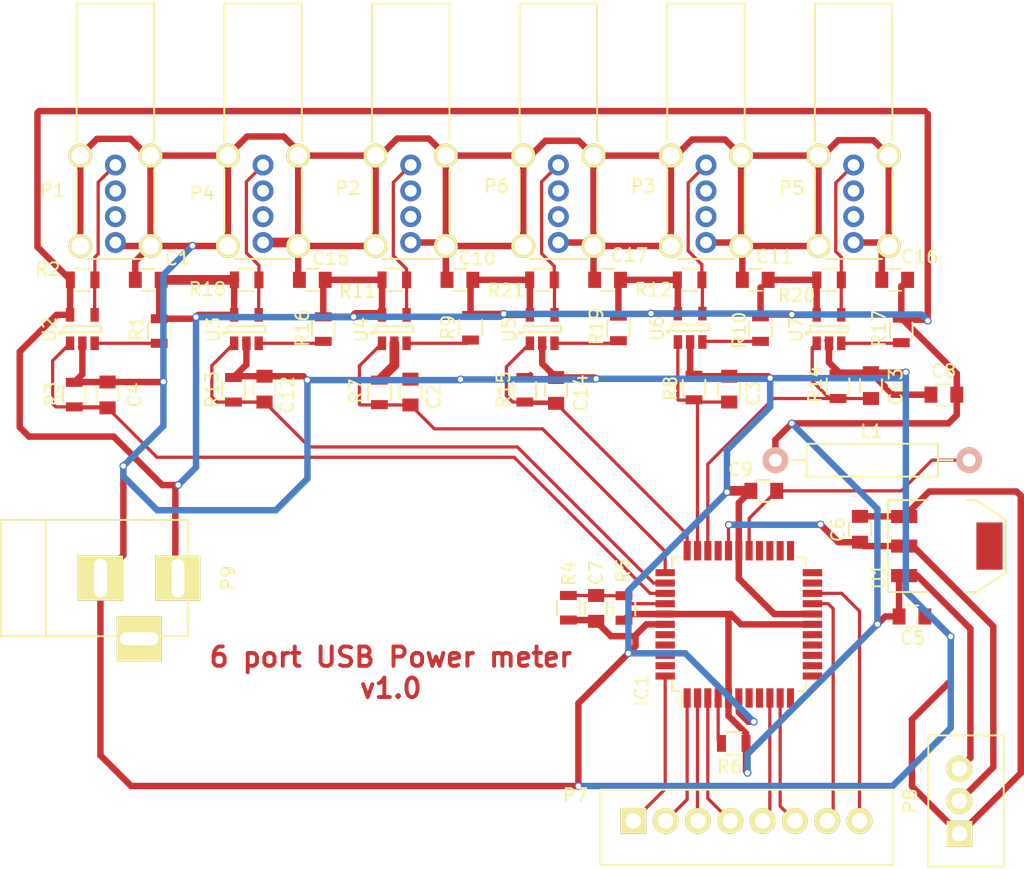
<source format=kicad_pcb>
(kicad_pcb (version 4) (host pcbnew 4.0.1-stable)

  (general
    (links 153)
    (no_connects 0)
    (area 101.324379 62.899999 181.100002 130.875001)
    (thickness 1.6)
    (drawings 1)
    (tracks 724)
    (zones 0)
    (modules 56)
    (nets 65)
  )

  (page A4)
  (title_block
    (date 2016-04-18)
  )

  (layers
    (0 F.Cu signal)
    (31 B.Cu signal)
    (32 B.Adhes user)
    (33 F.Adhes user)
    (34 B.Paste user)
    (35 F.Paste user)
    (36 B.SilkS user)
    (37 F.SilkS user)
    (38 B.Mask user)
    (39 F.Mask user)
    (40 Dwgs.User user)
    (41 Cmts.User user)
    (42 Eco1.User user)
    (43 Eco2.User user)
    (44 Edge.Cuts user)
    (45 Margin user)
    (46 B.CrtYd user)
    (47 F.CrtYd user)
    (48 B.Fab user)
    (49 F.Fab user)
  )

  (setup
    (last_trace_width 0.5)
    (user_trace_width 0.25)
    (user_trace_width 0.5)
    (user_trace_width 0.6)
    (user_trace_width 0.75)
    (user_trace_width 1)
    (trace_clearance 0.2)
    (zone_clearance 0.508)
    (zone_45_only no)
    (trace_min 0.2)
    (segment_width 0.2)
    (edge_width 0.15)
    (via_size 0.6)
    (via_drill 0.4)
    (via_min_size 0.4)
    (via_min_drill 0.3)
    (uvia_size 0.3)
    (uvia_drill 0.1)
    (uvias_allowed no)
    (uvia_min_size 0.2)
    (uvia_min_drill 0.1)
    (pcb_text_width 0.3)
    (pcb_text_size 1.5 1.5)
    (mod_edge_width 0.15)
    (mod_text_size 1 1)
    (mod_text_width 0.15)
    (pad_size 1.524 1.524)
    (pad_drill 0.762)
    (pad_to_mask_clearance 0.2)
    (aux_axis_origin 0 0)
    (visible_elements FFFFFF7F)
    (pcbplotparams
      (layerselection 0x00030_80000001)
      (usegerberextensions false)
      (excludeedgelayer true)
      (linewidth 0.100000)
      (plotframeref false)
      (viasonmask false)
      (mode 1)
      (useauxorigin false)
      (hpglpennumber 1)
      (hpglpenspeed 20)
      (hpglpendiameter 15)
      (hpglpenoverlay 2)
      (psnegative false)
      (psa4output false)
      (plotreference true)
      (plotvalue true)
      (plotinvisibletext false)
      (padsonsilk false)
      (subtractmaskfromsilk false)
      (outputformat 1)
      (mirror false)
      (drillshape 0)
      (scaleselection 1)
      (outputdirectory ""))
  )

  (net 0 "")
  (net 1 GND)
  (net 2 "Net-(C2-Pad2)")
  (net 3 "Net-(C3-Pad2)")
  (net 4 "Net-(C4-Pad2)")
  (net 5 "Net-(C7-Pad2)")
  (net 6 "Net-(C9-Pad2)")
  (net 7 "Net-(C12-Pad2)")
  (net 8 "Net-(C13-Pad2)")
  (net 9 "Net-(C14-Pad2)")
  (net 10 "Net-(IC1-Pad4)")
  (net 11 "Net-(IC1-Pad7)")
  (net 12 "Net-(IC1-Pad8)")
  (net 13 "Net-(IC1-Pad11)")
  (net 14 "Net-(IC1-Pad12)")
  (net 15 "Net-(IC1-Pad13)")
  (net 16 "Net-(IC1-Pad14)")
  (net 17 "Net-(IC1-Pad15)")
  (net 18 "Net-(IC1-Pad16)")
  (net 19 "Net-(IC1-Pad21)")
  (net 20 "Net-(IC1-Pad22)")
  (net 21 "Net-(IC1-Pad23)")
  (net 22 "Net-(IC1-Pad24)")
  (net 23 "Net-(IC1-Pad25)")
  (net 24 "Net-(IC1-Pad26)")
  (net 25 "Net-(IC1-Pad30)")
  (net 26 "Net-(IC1-Pad40)")
  (net 27 "Net-(IC1-Pad41)")
  (net 28 "Net-(IC1-Pad42)")
  (net 29 "Net-(IC1-Pad43)")
  (net 30 "Net-(R1-Pad2)")
  (net 31 "Net-(R9-Pad2)")
  (net 32 "Net-(R10-Pad2)")
  (net 33 "Net-(R16-Pad2)")
  (net 34 "Net-(R17-Pad2)")
  (net 35 "Net-(R19-Pad2)")
  (net 36 "Net-(P1-Pad1)")
  (net 37 "Net-(P1-Pad2)")
  (net 38 "Net-(P1-Pad3)")
  (net 39 "Net-(P2-Pad1)")
  (net 40 "Net-(P2-Pad2)")
  (net 41 "Net-(P2-Pad3)")
  (net 42 "Net-(P3-Pad1)")
  (net 43 "Net-(P3-Pad2)")
  (net 44 "Net-(P3-Pad3)")
  (net 45 "Net-(P4-Pad1)")
  (net 46 "Net-(P4-Pad2)")
  (net 47 "Net-(P4-Pad3)")
  (net 48 "Net-(P5-Pad1)")
  (net 49 "Net-(P5-Pad2)")
  (net 50 "Net-(P5-Pad3)")
  (net 51 "Net-(P6-Pad1)")
  (net 52 "Net-(P6-Pad2)")
  (net 53 "Net-(P6-Pad3)")
  (net 54 +5V)
  (net 55 +2.5V)
  (net 56 MOSI)
  (net 57 MISO)
  (net 58 SCK)
  (net 59 RXD)
  (net 60 TXD)
  (net 61 SCL)
  (net 62 SDA)
  (net 63 SS)
  (net 64 "Net-(U1-Pad4)")

  (net_class Default "Это класс цепей по умолчанию."
    (clearance 0.2)
    (trace_width 0.25)
    (via_dia 0.6)
    (via_drill 0.4)
    (uvia_dia 0.3)
    (uvia_drill 0.1)
    (add_net +2.5V)
    (add_net +5V)
    (add_net GND)
    (add_net MISO)
    (add_net MOSI)
    (add_net "Net-(C12-Pad2)")
    (add_net "Net-(C13-Pad2)")
    (add_net "Net-(C14-Pad2)")
    (add_net "Net-(C2-Pad2)")
    (add_net "Net-(C3-Pad2)")
    (add_net "Net-(C4-Pad2)")
    (add_net "Net-(C7-Pad2)")
    (add_net "Net-(C9-Pad2)")
    (add_net "Net-(IC1-Pad11)")
    (add_net "Net-(IC1-Pad12)")
    (add_net "Net-(IC1-Pad13)")
    (add_net "Net-(IC1-Pad14)")
    (add_net "Net-(IC1-Pad15)")
    (add_net "Net-(IC1-Pad16)")
    (add_net "Net-(IC1-Pad21)")
    (add_net "Net-(IC1-Pad22)")
    (add_net "Net-(IC1-Pad23)")
    (add_net "Net-(IC1-Pad24)")
    (add_net "Net-(IC1-Pad25)")
    (add_net "Net-(IC1-Pad26)")
    (add_net "Net-(IC1-Pad30)")
    (add_net "Net-(IC1-Pad4)")
    (add_net "Net-(IC1-Pad40)")
    (add_net "Net-(IC1-Pad41)")
    (add_net "Net-(IC1-Pad42)")
    (add_net "Net-(IC1-Pad43)")
    (add_net "Net-(IC1-Pad7)")
    (add_net "Net-(IC1-Pad8)")
    (add_net "Net-(P1-Pad1)")
    (add_net "Net-(P1-Pad2)")
    (add_net "Net-(P1-Pad3)")
    (add_net "Net-(P2-Pad1)")
    (add_net "Net-(P2-Pad2)")
    (add_net "Net-(P2-Pad3)")
    (add_net "Net-(P3-Pad1)")
    (add_net "Net-(P3-Pad2)")
    (add_net "Net-(P3-Pad3)")
    (add_net "Net-(P4-Pad1)")
    (add_net "Net-(P4-Pad2)")
    (add_net "Net-(P4-Pad3)")
    (add_net "Net-(P5-Pad1)")
    (add_net "Net-(P5-Pad2)")
    (add_net "Net-(P5-Pad3)")
    (add_net "Net-(P6-Pad1)")
    (add_net "Net-(P6-Pad2)")
    (add_net "Net-(P6-Pad3)")
    (add_net "Net-(R1-Pad2)")
    (add_net "Net-(R10-Pad2)")
    (add_net "Net-(R16-Pad2)")
    (add_net "Net-(R17-Pad2)")
    (add_net "Net-(R19-Pad2)")
    (add_net "Net-(R9-Pad2)")
    (add_net "Net-(U1-Pad4)")
    (add_net RXD)
    (add_net SCK)
    (add_net SCL)
    (add_net SDA)
    (add_net SS)
    (add_net TXD)
  )

  (net_class 1 ""
    (clearance 0.3)
    (trace_width 0.7)
    (via_dia 0.6)
    (via_drill 0.4)
    (uvia_dia 0.5)
    (uvia_drill 0.3)
  )

  (module Connect:USB_A_Vertical (layer F.Cu) (tedit 5714D40B) (tstamp 570FAD0A)
    (at 110.56 75.975)
    (descr "USB A vertical female connector, right angle")
    (tags "USB_A_Vertical female connector angled 73725-0110BLF")
    (path /5710A0F2)
    (fp_text reference P1 (at -4.86 1.975) (layer F.SilkS)
      (effects (font (size 1 1) (thickness 0.15)))
    )
    (fp_text value USB_A (at -0.05 -5.8) (layer F.Fab)
      (effects (font (size 1 1) (thickness 0.15)))
    )
    (fp_line (start 3.9 -12.75) (end 3.9 7.55) (layer F.CrtYd) (width 0.05))
    (fp_line (start 3.9 7.55) (end -3.9 7.55) (layer F.CrtYd) (width 0.05))
    (fp_line (start -3.9 7.55) (end -3.9 -12.75) (layer F.CrtYd) (width 0.05))
    (fp_line (start -3.9 -12.75) (end 3.9 -12.75) (layer F.CrtYd) (width 0.05))
    (fp_line (start 3 -1.82) (end 3 -12.5) (layer F.SilkS) (width 0.15))
    (fp_line (start -3 -1.82) (end -3 -12.5) (layer F.SilkS) (width 0.15))
    (fp_line (start -3 -12.5) (end 3 -12.5) (layer F.SilkS) (width 0.15))
    (fp_line (start -3 0.36) (end -3 5.18) (layer F.SilkS) (width 0.15))
    (fp_line (start 2.2 7.2735) (end -2.2 7.2735) (layer F.SilkS) (width 0.15))
    (fp_line (start 3 0.36) (end 3 5.18) (layer F.SilkS) (width 0.15))
    (pad 1 thru_hole circle (at 0 0) (size 1.62 1.62) (drill 0.92) (layers *.Cu *.Mask)
      (net 36 "Net-(P1-Pad1)"))
    (pad 2 thru_hole circle (at 0 2) (size 1.62 1.62) (drill 0.92) (layers *.Cu *.Mask)
      (net 37 "Net-(P1-Pad2)"))
    (pad 3 thru_hole circle (at 0 4) (size 1.62 1.62) (drill 0.92) (layers *.Cu *.Mask)
      (net 38 "Net-(P1-Pad3)"))
    (pad 5 thru_hole circle (at 2.72 -0.73) (size 1.85 1.85) (drill 1.35) (layers *.Cu *.Mask F.SilkS)
      (net 1 GND))
    (pad 4 thru_hole circle (at 0 6) (size 1.62 1.62) (drill 0.92) (layers *.Cu *.Mask)
      (net 1 GND))
    (pad 5 thru_hole circle (at 2.72 6.27) (size 1.85 1.85) (drill 1.35) (layers *.Cu *.Mask F.SilkS)
      (net 1 GND))
    (pad 5 thru_hole circle (at -2.72 -0.73) (size 1.85 1.85) (drill 1.35) (layers *.Cu *.Mask F.SilkS)
      (net 1 GND))
    (pad 5 thru_hole circle (at -2.72 6.27) (size 1.85 1.85) (drill 1.35) (layers *.Cu *.Mask F.SilkS)
      (net 1 GND))
    (model Connect.3dshapes/USB_A_Vertical.wrl
      (at (xyz 0.015 -0.02 0.05))
      (scale (xyz 0.412 0.412 0.412))
      (rotate (xyz 0 -90 180))
    )
  )

  (module Connect:USB_A_Vertical (layer F.Cu) (tedit 5714D43C) (tstamp 570FAD16)
    (at 133.42 75.975)
    (descr "USB A vertical female connector, right angle")
    (tags "USB_A_Vertical female connector angled 73725-0110BLF")
    (path /5710A975)
    (fp_text reference P2 (at -4.87 1.8) (layer F.SilkS)
      (effects (font (size 1 1) (thickness 0.15)))
    )
    (fp_text value USB_A (at -0.05 -5.8) (layer F.Fab)
      (effects (font (size 1 1) (thickness 0.15)))
    )
    (fp_line (start 3.9 -12.75) (end 3.9 7.55) (layer F.CrtYd) (width 0.05))
    (fp_line (start 3.9 7.55) (end -3.9 7.55) (layer F.CrtYd) (width 0.05))
    (fp_line (start -3.9 7.55) (end -3.9 -12.75) (layer F.CrtYd) (width 0.05))
    (fp_line (start -3.9 -12.75) (end 3.9 -12.75) (layer F.CrtYd) (width 0.05))
    (fp_line (start 3 -1.82) (end 3 -12.5) (layer F.SilkS) (width 0.15))
    (fp_line (start -3 -1.82) (end -3 -12.5) (layer F.SilkS) (width 0.15))
    (fp_line (start -3 -12.5) (end 3 -12.5) (layer F.SilkS) (width 0.15))
    (fp_line (start -3 0.36) (end -3 5.18) (layer F.SilkS) (width 0.15))
    (fp_line (start 2.2 7.2735) (end -2.2 7.2735) (layer F.SilkS) (width 0.15))
    (fp_line (start 3 0.36) (end 3 5.18) (layer F.SilkS) (width 0.15))
    (pad 1 thru_hole circle (at 0 0) (size 1.62 1.62) (drill 0.92) (layers *.Cu *.Mask)
      (net 39 "Net-(P2-Pad1)"))
    (pad 2 thru_hole circle (at 0 2) (size 1.62 1.62) (drill 0.92) (layers *.Cu *.Mask)
      (net 40 "Net-(P2-Pad2)"))
    (pad 3 thru_hole circle (at 0 4) (size 1.62 1.62) (drill 0.92) (layers *.Cu *.Mask)
      (net 41 "Net-(P2-Pad3)"))
    (pad 5 thru_hole circle (at 2.72 -0.73) (size 1.85 1.85) (drill 1.35) (layers *.Cu *.Mask F.SilkS)
      (net 1 GND))
    (pad 4 thru_hole circle (at 0 6) (size 1.62 1.62) (drill 0.92) (layers *.Cu *.Mask)
      (net 1 GND))
    (pad 5 thru_hole circle (at 2.72 6.27) (size 1.85 1.85) (drill 1.35) (layers *.Cu *.Mask F.SilkS)
      (net 1 GND))
    (pad 5 thru_hole circle (at -2.72 -0.73) (size 1.85 1.85) (drill 1.35) (layers *.Cu *.Mask F.SilkS)
      (net 1 GND))
    (pad 5 thru_hole circle (at -2.72 6.27) (size 1.85 1.85) (drill 1.35) (layers *.Cu *.Mask F.SilkS)
      (net 1 GND))
    (model Connect.3dshapes/USB_A_Vertical.wrl
      (at (xyz 0.015 -0.02 0.05))
      (scale (xyz 0.412 0.412 0.412))
      (rotate (xyz 0 -90 180))
    )
  )

  (module Capacitors_SMD:C_0805 (layer F.Cu) (tedit 5714D5B7) (tstamp 570F5E96)
    (at 113.1 84.865)
    (descr "Capacitor SMD 0805, reflow soldering, AVX (see smccp.pdf)")
    (tags "capacitor 0805")
    (path /570E6DE6)
    (attr smd)
    (fp_text reference C1 (at 2.275 -1.64) (layer F.SilkS)
      (effects (font (size 1 1) (thickness 0.15)))
    )
    (fp_text value 100n (at -0.425 0.16) (layer F.Fab)
      (effects (font (size 1 1) (thickness 0.15)))
    )
    (fp_line (start -1.8 -1) (end 1.8 -1) (layer F.CrtYd) (width 0.05))
    (fp_line (start -1.8 1) (end 1.8 1) (layer F.CrtYd) (width 0.05))
    (fp_line (start -1.8 -1) (end -1.8 1) (layer F.CrtYd) (width 0.05))
    (fp_line (start 1.8 -1) (end 1.8 1) (layer F.CrtYd) (width 0.05))
    (fp_line (start 0.5 -0.85) (end -0.5 -0.85) (layer F.SilkS) (width 0.15))
    (fp_line (start -0.5 0.85) (end 0.5 0.85) (layer F.SilkS) (width 0.15))
    (pad 1 smd rect (at -1 0) (size 1 1.25) (layers F.Cu F.Paste F.Mask)
      (net 1 GND))
    (pad 2 smd rect (at 1 0) (size 1 1.25) (layers F.Cu F.Paste F.Mask)
      (net 54 +5V))
    (model Capacitors_SMD.3dshapes/C_0805.wrl
      (at (xyz 0 0 0))
      (scale (xyz 1 1 1))
      (rotate (xyz 0 0 0))
    )
  )

  (module Capacitors_SMD:C_0805 (layer F.Cu) (tedit 5714D45F) (tstamp 570F5EA2)
    (at 133.4 93.55 270)
    (descr "Capacitor SMD 0805, reflow soldering, AVX (see smccp.pdf)")
    (tags "capacitor 0805")
    (path /570EDECE)
    (attr smd)
    (fp_text reference C2 (at 0.35 -1.8 270) (layer F.SilkS)
      (effects (font (size 1 1) (thickness 0.15)))
    )
    (fp_text value 1n (at -0.025 0.075 270) (layer F.Fab)
      (effects (font (size 1 1) (thickness 0.15)))
    )
    (fp_line (start -1.8 -1) (end 1.8 -1) (layer F.CrtYd) (width 0.05))
    (fp_line (start -1.8 1) (end 1.8 1) (layer F.CrtYd) (width 0.05))
    (fp_line (start -1.8 -1) (end -1.8 1) (layer F.CrtYd) (width 0.05))
    (fp_line (start 1.8 -1) (end 1.8 1) (layer F.CrtYd) (width 0.05))
    (fp_line (start 0.5 -0.85) (end -0.5 -0.85) (layer F.SilkS) (width 0.15))
    (fp_line (start -0.5 0.85) (end 0.5 0.85) (layer F.SilkS) (width 0.15))
    (pad 1 smd rect (at -1 0 270) (size 1 1.25) (layers F.Cu F.Paste F.Mask)
      (net 1 GND))
    (pad 2 smd rect (at 1 0 270) (size 1 1.25) (layers F.Cu F.Paste F.Mask)
      (net 2 "Net-(C2-Pad2)"))
    (model Capacitors_SMD.3dshapes/C_0805.wrl
      (at (xyz 0 0 0))
      (scale (xyz 1 1 1))
      (rotate (xyz 0 0 0))
    )
  )

  (module Capacitors_SMD:C_0805 (layer F.Cu) (tedit 5714D5F6) (tstamp 570F5EAE)
    (at 158.075 93.325 270)
    (descr "Capacitor SMD 0805, reflow soldering, AVX (see smccp.pdf)")
    (tags "capacitor 0805")
    (path /570EE6B5)
    (attr smd)
    (fp_text reference C3 (at 0.325 -1.875 270) (layer F.SilkS)
      (effects (font (size 1 1) (thickness 0.15)))
    )
    (fp_text value 1n (at 0 0.025 270) (layer F.Fab)
      (effects (font (size 1 1) (thickness 0.15)))
    )
    (fp_line (start -1.8 -1) (end 1.8 -1) (layer F.CrtYd) (width 0.05))
    (fp_line (start -1.8 1) (end 1.8 1) (layer F.CrtYd) (width 0.05))
    (fp_line (start -1.8 -1) (end -1.8 1) (layer F.CrtYd) (width 0.05))
    (fp_line (start 1.8 -1) (end 1.8 1) (layer F.CrtYd) (width 0.05))
    (fp_line (start 0.5 -0.85) (end -0.5 -0.85) (layer F.SilkS) (width 0.15))
    (fp_line (start -0.5 0.85) (end 0.5 0.85) (layer F.SilkS) (width 0.15))
    (pad 1 smd rect (at -1 0 270) (size 1 1.25) (layers F.Cu F.Paste F.Mask)
      (net 1 GND))
    (pad 2 smd rect (at 1 0 270) (size 1 1.25) (layers F.Cu F.Paste F.Mask)
      (net 3 "Net-(C3-Pad2)"))
    (model Capacitors_SMD.3dshapes/C_0805.wrl
      (at (xyz 0 0 0))
      (scale (xyz 1 1 1))
      (rotate (xyz 0 0 0))
    )
  )

  (module Capacitors_SMD:C_0805 (layer F.Cu) (tedit 5714D42C) (tstamp 570F5EBA)
    (at 109.95 93.775 270)
    (descr "Capacitor SMD 0805, reflow soldering, AVX (see smccp.pdf)")
    (tags "capacitor 0805")
    (path /570E6D6B)
    (attr smd)
    (fp_text reference C4 (at 0 -2.1 270) (layer F.SilkS)
      (effects (font (size 1 1) (thickness 0.15)))
    )
    (fp_text value 1n (at 0.3 0.1 270) (layer F.Fab)
      (effects (font (size 1 1) (thickness 0.15)))
    )
    (fp_line (start -1.8 -1) (end 1.8 -1) (layer F.CrtYd) (width 0.05))
    (fp_line (start -1.8 1) (end 1.8 1) (layer F.CrtYd) (width 0.05))
    (fp_line (start -1.8 -1) (end -1.8 1) (layer F.CrtYd) (width 0.05))
    (fp_line (start 1.8 -1) (end 1.8 1) (layer F.CrtYd) (width 0.05))
    (fp_line (start 0.5 -0.85) (end -0.5 -0.85) (layer F.SilkS) (width 0.15))
    (fp_line (start -0.5 0.85) (end 0.5 0.85) (layer F.SilkS) (width 0.15))
    (pad 1 smd rect (at -1 0 270) (size 1 1.25) (layers F.Cu F.Paste F.Mask)
      (net 1 GND))
    (pad 2 smd rect (at 1 0 270) (size 1 1.25) (layers F.Cu F.Paste F.Mask)
      (net 4 "Net-(C4-Pad2)"))
    (model Capacitors_SMD.3dshapes/C_0805.wrl
      (at (xyz 0 0 0))
      (scale (xyz 1 1 1))
      (rotate (xyz 0 0 0))
    )
  )

  (module Capacitors_SMD:C_0805 (layer F.Cu) (tedit 5714D650) (tstamp 570F5EC6)
    (at 172.225 110.925)
    (descr "Capacitor SMD 0805, reflow soldering, AVX (see smccp.pdf)")
    (tags "capacitor 0805")
    (path /570E34EE)
    (attr smd)
    (fp_text reference C5 (at 0.05 1.675) (layer F.SilkS)
      (effects (font (size 1 1) (thickness 0.15)))
    )
    (fp_text value 100n (at -0.125 0.025) (layer F.Fab)
      (effects (font (size 1 1) (thickness 0.15)))
    )
    (fp_line (start -1.8 -1) (end 1.8 -1) (layer F.CrtYd) (width 0.05))
    (fp_line (start -1.8 1) (end 1.8 1) (layer F.CrtYd) (width 0.05))
    (fp_line (start -1.8 -1) (end -1.8 1) (layer F.CrtYd) (width 0.05))
    (fp_line (start 1.8 -1) (end 1.8 1) (layer F.CrtYd) (width 0.05))
    (fp_line (start 0.5 -0.85) (end -0.5 -0.85) (layer F.SilkS) (width 0.15))
    (fp_line (start -0.5 0.85) (end 0.5 0.85) (layer F.SilkS) (width 0.15))
    (pad 1 smd rect (at -1 0) (size 1 1.25) (layers F.Cu F.Paste F.Mask)
      (net 54 +5V))
    (pad 2 smd rect (at 1 0) (size 1 1.25) (layers F.Cu F.Paste F.Mask)
      (net 1 GND))
    (model Capacitors_SMD.3dshapes/C_0805.wrl
      (at (xyz 0 0 0))
      (scale (xyz 1 1 1))
      (rotate (xyz 0 0 0))
    )
  )

  (module Capacitors_SMD:C_0805 (layer F.Cu) (tedit 5714D649) (tstamp 570F5ED2)
    (at 168.2 104.175 90)
    (descr "Capacitor SMD 0805, reflow soldering, AVX (see smccp.pdf)")
    (tags "capacitor 0805")
    (path /570E3652)
    (attr smd)
    (fp_text reference C6 (at -0.025 -1.7 90) (layer F.SilkS)
      (effects (font (size 1 1) (thickness 0.15)))
    )
    (fp_text value 10uF (at -0.025 0.1 90) (layer F.Fab)
      (effects (font (size 1 1) (thickness 0.15)))
    )
    (fp_line (start -1.8 -1) (end 1.8 -1) (layer F.CrtYd) (width 0.05))
    (fp_line (start -1.8 1) (end 1.8 1) (layer F.CrtYd) (width 0.05))
    (fp_line (start -1.8 -1) (end -1.8 1) (layer F.CrtYd) (width 0.05))
    (fp_line (start 1.8 -1) (end 1.8 1) (layer F.CrtYd) (width 0.05))
    (fp_line (start 0.5 -0.85) (end -0.5 -0.85) (layer F.SilkS) (width 0.15))
    (fp_line (start -0.5 0.85) (end 0.5 0.85) (layer F.SilkS) (width 0.15))
    (pad 1 smd rect (at -1 0 90) (size 1 1.25) (layers F.Cu F.Paste F.Mask)
      (net 55 +2.5V))
    (pad 2 smd rect (at 1 0 90) (size 1 1.25) (layers F.Cu F.Paste F.Mask)
      (net 1 GND))
    (model Capacitors_SMD.3dshapes/C_0805.wrl
      (at (xyz 0 0 0))
      (scale (xyz 1 1 1))
      (rotate (xyz 0 0 0))
    )
  )

  (module Capacitors_SMD:C_0805 (layer F.Cu) (tedit 5714D66F) (tstamp 570F5EDE)
    (at 147.775 110.3 90)
    (descr "Capacitor SMD 0805, reflow soldering, AVX (see smccp.pdf)")
    (tags "capacitor 0805")
    (path /570E48BE)
    (attr smd)
    (fp_text reference C7 (at 2.75 0 90) (layer F.SilkS)
      (effects (font (size 1 1) (thickness 0.15)))
    )
    (fp_text value 1n (at 0.1 0.05 90) (layer F.Fab)
      (effects (font (size 1 1) (thickness 0.15)))
    )
    (fp_line (start -1.8 -1) (end 1.8 -1) (layer F.CrtYd) (width 0.05))
    (fp_line (start -1.8 1) (end 1.8 1) (layer F.CrtYd) (width 0.05))
    (fp_line (start -1.8 -1) (end -1.8 1) (layer F.CrtYd) (width 0.05))
    (fp_line (start 1.8 -1) (end 1.8 1) (layer F.CrtYd) (width 0.05))
    (fp_line (start 0.5 -0.85) (end -0.5 -0.85) (layer F.SilkS) (width 0.15))
    (fp_line (start -0.5 0.85) (end 0.5 0.85) (layer F.SilkS) (width 0.15))
    (pad 1 smd rect (at -1 0 90) (size 1 1.25) (layers F.Cu F.Paste F.Mask)
      (net 1 GND))
    (pad 2 smd rect (at 1 0 90) (size 1 1.25) (layers F.Cu F.Paste F.Mask)
      (net 5 "Net-(C7-Pad2)"))
    (model Capacitors_SMD.3dshapes/C_0805.wrl
      (at (xyz 0 0 0))
      (scale (xyz 1 1 1))
      (rotate (xyz 0 0 0))
    )
  )

  (module Capacitors_SMD:C_0805 (layer F.Cu) (tedit 5714D635) (tstamp 570F5EEA)
    (at 174.695 93.755)
    (descr "Capacitor SMD 0805, reflow soldering, AVX (see smccp.pdf)")
    (tags "capacitor 0805")
    (path /570E3C48)
    (attr smd)
    (fp_text reference C8 (at -0.02 -1.83) (layer F.SilkS)
      (effects (font (size 1 1) (thickness 0.15)))
    )
    (fp_text value 100n (at 0.155 0.045) (layer F.Fab)
      (effects (font (size 1 1) (thickness 0.15)))
    )
    (fp_line (start -1.8 -1) (end 1.8 -1) (layer F.CrtYd) (width 0.05))
    (fp_line (start -1.8 1) (end 1.8 1) (layer F.CrtYd) (width 0.05))
    (fp_line (start -1.8 -1) (end -1.8 1) (layer F.CrtYd) (width 0.05))
    (fp_line (start 1.8 -1) (end 1.8 1) (layer F.CrtYd) (width 0.05))
    (fp_line (start 0.5 -0.85) (end -0.5 -0.85) (layer F.SilkS) (width 0.15))
    (fp_line (start -0.5 0.85) (end 0.5 0.85) (layer F.SilkS) (width 0.15))
    (pad 1 smd rect (at -1 0) (size 1 1.25) (layers F.Cu F.Paste F.Mask)
      (net 1 GND))
    (pad 2 smd rect (at 1 0) (size 1 1.25) (layers F.Cu F.Paste F.Mask)
      (net 54 +5V))
    (model Capacitors_SMD.3dshapes/C_0805.wrl
      (at (xyz 0 0 0))
      (scale (xyz 1 1 1))
      (rotate (xyz 0 0 0))
    )
  )

  (module Capacitors_SMD:C_0805 (layer F.Cu) (tedit 5714D643) (tstamp 570F5EF6)
    (at 160.75 101.2)
    (descr "Capacitor SMD 0805, reflow soldering, AVX (see smccp.pdf)")
    (tags "capacitor 0805")
    (path /570E3CA3)
    (attr smd)
    (fp_text reference C9 (at -1.8 -1.65) (layer F.SilkS)
      (effects (font (size 1 1) (thickness 0.15)))
    )
    (fp_text value 100n (at 0 0.05) (layer F.Fab)
      (effects (font (size 1 1) (thickness 0.15)))
    )
    (fp_line (start -1.8 -1) (end 1.8 -1) (layer F.CrtYd) (width 0.05))
    (fp_line (start -1.8 1) (end 1.8 1) (layer F.CrtYd) (width 0.05))
    (fp_line (start -1.8 -1) (end -1.8 1) (layer F.CrtYd) (width 0.05))
    (fp_line (start 1.8 -1) (end 1.8 1) (layer F.CrtYd) (width 0.05))
    (fp_line (start 0.5 -0.85) (end -0.5 -0.85) (layer F.SilkS) (width 0.15))
    (fp_line (start -0.5 0.85) (end 0.5 0.85) (layer F.SilkS) (width 0.15))
    (pad 1 smd rect (at -1 0) (size 1 1.25) (layers F.Cu F.Paste F.Mask)
      (net 1 GND))
    (pad 2 smd rect (at 1 0) (size 1 1.25) (layers F.Cu F.Paste F.Mask)
      (net 6 "Net-(C9-Pad2)"))
    (model Capacitors_SMD.3dshapes/C_0805.wrl
      (at (xyz 0 0 0))
      (scale (xyz 1 1 1))
      (rotate (xyz 0 0 0))
    )
  )

  (module Capacitors_SMD:C_0805 (layer F.Cu) (tedit 5714D5C7) (tstamp 570F5F02)
    (at 137.23 84.865)
    (descr "Capacitor SMD 0805, reflow soldering, AVX (see smccp.pdf)")
    (tags "capacitor 0805")
    (path /570EDED4)
    (attr smd)
    (fp_text reference C10 (at 1.345 -1.665) (layer F.SilkS)
      (effects (font (size 1 1) (thickness 0.15)))
    )
    (fp_text value 100n (at 0.02 0.01) (layer F.Fab)
      (effects (font (size 1 1) (thickness 0.15)))
    )
    (fp_line (start -1.8 -1) (end 1.8 -1) (layer F.CrtYd) (width 0.05))
    (fp_line (start -1.8 1) (end 1.8 1) (layer F.CrtYd) (width 0.05))
    (fp_line (start -1.8 -1) (end -1.8 1) (layer F.CrtYd) (width 0.05))
    (fp_line (start 1.8 -1) (end 1.8 1) (layer F.CrtYd) (width 0.05))
    (fp_line (start 0.5 -0.85) (end -0.5 -0.85) (layer F.SilkS) (width 0.15))
    (fp_line (start -0.5 0.85) (end 0.5 0.85) (layer F.SilkS) (width 0.15))
    (pad 1 smd rect (at -1 0) (size 1 1.25) (layers F.Cu F.Paste F.Mask)
      (net 1 GND))
    (pad 2 smd rect (at 1 0) (size 1 1.25) (layers F.Cu F.Paste F.Mask)
      (net 54 +5V))
    (model Capacitors_SMD.3dshapes/C_0805.wrl
      (at (xyz 0 0 0))
      (scale (xyz 1 1 1))
      (rotate (xyz 0 0 0))
    )
  )

  (module Capacitors_SMD:C_0805 (layer F.Cu) (tedit 5714D606) (tstamp 570F5F0E)
    (at 160.09 84.865)
    (descr "Capacitor SMD 0805, reflow soldering, AVX (see smccp.pdf)")
    (tags "capacitor 0805")
    (path /570EE6BB)
    (attr smd)
    (fp_text reference C11 (at 1.51 -1.79) (layer F.SilkS)
      (effects (font (size 1 1) (thickness 0.15)))
    )
    (fp_text value 100n (at 0.01 0.085) (layer F.Fab)
      (effects (font (size 1 1) (thickness 0.15)))
    )
    (fp_line (start -1.8 -1) (end 1.8 -1) (layer F.CrtYd) (width 0.05))
    (fp_line (start -1.8 1) (end 1.8 1) (layer F.CrtYd) (width 0.05))
    (fp_line (start -1.8 -1) (end -1.8 1) (layer F.CrtYd) (width 0.05))
    (fp_line (start 1.8 -1) (end 1.8 1) (layer F.CrtYd) (width 0.05))
    (fp_line (start 0.5 -0.85) (end -0.5 -0.85) (layer F.SilkS) (width 0.15))
    (fp_line (start -0.5 0.85) (end 0.5 0.85) (layer F.SilkS) (width 0.15))
    (pad 1 smd rect (at -1 0) (size 1 1.25) (layers F.Cu F.Paste F.Mask)
      (net 1 GND))
    (pad 2 smd rect (at 1 0) (size 1 1.25) (layers F.Cu F.Paste F.Mask)
      (net 54 +5V))
    (model Capacitors_SMD.3dshapes/C_0805.wrl
      (at (xyz 0 0 0))
      (scale (xyz 1 1 1))
      (rotate (xyz 0 0 0))
    )
  )

  (module Capacitors_SMD:C_0805 (layer F.Cu) (tedit 5714D5A2) (tstamp 570F5F1A)
    (at 122.1 93.325 270)
    (descr "Capacitor SMD 0805, reflow soldering, AVX (see smccp.pdf)")
    (tags "capacitor 0805")
    (path /570E7C7B)
    (attr smd)
    (fp_text reference C12 (at 0.45 -1.775 270) (layer F.SilkS)
      (effects (font (size 1 1) (thickness 0.15)))
    )
    (fp_text value 1n (at -0.025 0.025 270) (layer F.Fab)
      (effects (font (size 1 1) (thickness 0.15)))
    )
    (fp_line (start -1.8 -1) (end 1.8 -1) (layer F.CrtYd) (width 0.05))
    (fp_line (start -1.8 1) (end 1.8 1) (layer F.CrtYd) (width 0.05))
    (fp_line (start -1.8 -1) (end -1.8 1) (layer F.CrtYd) (width 0.05))
    (fp_line (start 1.8 -1) (end 1.8 1) (layer F.CrtYd) (width 0.05))
    (fp_line (start 0.5 -0.85) (end -0.5 -0.85) (layer F.SilkS) (width 0.15))
    (fp_line (start -0.5 0.85) (end 0.5 0.85) (layer F.SilkS) (width 0.15))
    (pad 1 smd rect (at -1 0 270) (size 1 1.25) (layers F.Cu F.Paste F.Mask)
      (net 1 GND))
    (pad 2 smd rect (at 1 0 270) (size 1 1.25) (layers F.Cu F.Paste F.Mask)
      (net 7 "Net-(C12-Pad2)"))
    (model Capacitors_SMD.3dshapes/C_0805.wrl
      (at (xyz 0 0 0))
      (scale (xyz 1 1 1))
      (rotate (xyz 0 0 0))
    )
  )

  (module Capacitors_SMD:C_0805 (layer F.Cu) (tedit 5714D62D) (tstamp 570F5F26)
    (at 169.05 93.05 270)
    (descr "Capacitor SMD 0805, reflow soldering, AVX (see smccp.pdf)")
    (tags "capacitor 0805")
    (path /570EEA21)
    (attr smd)
    (fp_text reference C13 (at 0.1 -1.925 270) (layer F.SilkS)
      (effects (font (size 1 1) (thickness 0.15)))
    )
    (fp_text value 1n (at -0.125 0.075 270) (layer F.Fab)
      (effects (font (size 1 1) (thickness 0.15)))
    )
    (fp_line (start -1.8 -1) (end 1.8 -1) (layer F.CrtYd) (width 0.05))
    (fp_line (start -1.8 1) (end 1.8 1) (layer F.CrtYd) (width 0.05))
    (fp_line (start -1.8 -1) (end -1.8 1) (layer F.CrtYd) (width 0.05))
    (fp_line (start 1.8 -1) (end 1.8 1) (layer F.CrtYd) (width 0.05))
    (fp_line (start 0.5 -0.85) (end -0.5 -0.85) (layer F.SilkS) (width 0.15))
    (fp_line (start -0.5 0.85) (end 0.5 0.85) (layer F.SilkS) (width 0.15))
    (pad 1 smd rect (at -1 0 270) (size 1 1.25) (layers F.Cu F.Paste F.Mask)
      (net 1 GND))
    (pad 2 smd rect (at 1 0 270) (size 1 1.25) (layers F.Cu F.Paste F.Mask)
      (net 8 "Net-(C13-Pad2)"))
    (model Capacitors_SMD.3dshapes/C_0805.wrl
      (at (xyz 0 0 0))
      (scale (xyz 1 1 1))
      (rotate (xyz 0 0 0))
    )
  )

  (module Capacitors_SMD:C_0805 (layer F.Cu) (tedit 5714D5ED) (tstamp 570F5F32)
    (at 144.675 93.425 270)
    (descr "Capacitor SMD 0805, reflow soldering, AVX (see smccp.pdf)")
    (tags "capacitor 0805")
    (path /570EE257)
    (attr smd)
    (fp_text reference C14 (at 0.2 -1.925 270) (layer F.SilkS)
      (effects (font (size 1 1) (thickness 0.15)))
    )
    (fp_text value 1n (at -0.1 0.15 270) (layer F.Fab)
      (effects (font (size 1 1) (thickness 0.15)))
    )
    (fp_line (start -1.8 -1) (end 1.8 -1) (layer F.CrtYd) (width 0.05))
    (fp_line (start -1.8 1) (end 1.8 1) (layer F.CrtYd) (width 0.05))
    (fp_line (start -1.8 -1) (end -1.8 1) (layer F.CrtYd) (width 0.05))
    (fp_line (start 1.8 -1) (end 1.8 1) (layer F.CrtYd) (width 0.05))
    (fp_line (start 0.5 -0.85) (end -0.5 -0.85) (layer F.SilkS) (width 0.15))
    (fp_line (start -0.5 0.85) (end 0.5 0.85) (layer F.SilkS) (width 0.15))
    (pad 1 smd rect (at -1 0 270) (size 1 1.25) (layers F.Cu F.Paste F.Mask)
      (net 1 GND))
    (pad 2 smd rect (at 1 0 270) (size 1 1.25) (layers F.Cu F.Paste F.Mask)
      (net 9 "Net-(C14-Pad2)"))
    (model Capacitors_SMD.3dshapes/C_0805.wrl
      (at (xyz 0 0 0))
      (scale (xyz 1 1 1))
      (rotate (xyz 0 0 0))
    )
  )

  (module Capacitors_SMD:C_0805 (layer F.Cu) (tedit 5714D5AE) (tstamp 570F5F3E)
    (at 125.8 84.865)
    (descr "Capacitor SMD 0805, reflow soldering, AVX (see smccp.pdf)")
    (tags "capacitor 0805")
    (path /570E7C81)
    (attr smd)
    (fp_text reference C15 (at 1.45 -1.665) (layer F.SilkS)
      (effects (font (size 1 1) (thickness 0.15)))
    )
    (fp_text value 100n (at -0.05 0.085) (layer F.Fab)
      (effects (font (size 1 1) (thickness 0.15)))
    )
    (fp_line (start -1.8 -1) (end 1.8 -1) (layer F.CrtYd) (width 0.05))
    (fp_line (start -1.8 1) (end 1.8 1) (layer F.CrtYd) (width 0.05))
    (fp_line (start -1.8 -1) (end -1.8 1) (layer F.CrtYd) (width 0.05))
    (fp_line (start 1.8 -1) (end 1.8 1) (layer F.CrtYd) (width 0.05))
    (fp_line (start 0.5 -0.85) (end -0.5 -0.85) (layer F.SilkS) (width 0.15))
    (fp_line (start -0.5 0.85) (end 0.5 0.85) (layer F.SilkS) (width 0.15))
    (pad 1 smd rect (at -1 0) (size 1 1.25) (layers F.Cu F.Paste F.Mask)
      (net 1 GND))
    (pad 2 smd rect (at 1 0) (size 1 1.25) (layers F.Cu F.Paste F.Mask)
      (net 54 +5V))
    (model Capacitors_SMD.3dshapes/C_0805.wrl
      (at (xyz 0 0 0))
      (scale (xyz 1 1 1))
      (rotate (xyz 0 0 0))
    )
  )

  (module Capacitors_SMD:C_0805 (layer F.Cu) (tedit 5714D61F) (tstamp 570F5F4A)
    (at 170.885 84.865)
    (descr "Capacitor SMD 0805, reflow soldering, AVX (see smccp.pdf)")
    (tags "capacitor 0805")
    (path /570EEA27)
    (attr smd)
    (fp_text reference C16 (at 1.94 -1.79) (layer F.SilkS)
      (effects (font (size 1 1) (thickness 0.15)))
    )
    (fp_text value 100n (at 0.09 0.035) (layer F.Fab)
      (effects (font (size 1 1) (thickness 0.15)))
    )
    (fp_line (start -1.8 -1) (end 1.8 -1) (layer F.CrtYd) (width 0.05))
    (fp_line (start -1.8 1) (end 1.8 1) (layer F.CrtYd) (width 0.05))
    (fp_line (start -1.8 -1) (end -1.8 1) (layer F.CrtYd) (width 0.05))
    (fp_line (start 1.8 -1) (end 1.8 1) (layer F.CrtYd) (width 0.05))
    (fp_line (start 0.5 -0.85) (end -0.5 -0.85) (layer F.SilkS) (width 0.15))
    (fp_line (start -0.5 0.85) (end 0.5 0.85) (layer F.SilkS) (width 0.15))
    (pad 1 smd rect (at -1 0) (size 1 1.25) (layers F.Cu F.Paste F.Mask)
      (net 1 GND))
    (pad 2 smd rect (at 1 0) (size 1 1.25) (layers F.Cu F.Paste F.Mask)
      (net 54 +5V))
    (model Capacitors_SMD.3dshapes/C_0805.wrl
      (at (xyz 0 0 0))
      (scale (xyz 1 1 1))
      (rotate (xyz 0 0 0))
    )
  )

  (module Capacitors_SMD:C_0805 (layer F.Cu) (tedit 5714D5DC) (tstamp 570F5F56)
    (at 148.66 84.865)
    (descr "Capacitor SMD 0805, reflow soldering, AVX (see smccp.pdf)")
    (tags "capacitor 0805")
    (path /570EE25D)
    (attr smd)
    (fp_text reference C17 (at 1.69 -1.915) (layer F.SilkS)
      (effects (font (size 1 1) (thickness 0.15)))
    )
    (fp_text value 100n (at 0.365 0.11) (layer F.Fab)
      (effects (font (size 1 1) (thickness 0.15)))
    )
    (fp_line (start -1.8 -1) (end 1.8 -1) (layer F.CrtYd) (width 0.05))
    (fp_line (start -1.8 1) (end 1.8 1) (layer F.CrtYd) (width 0.05))
    (fp_line (start -1.8 -1) (end -1.8 1) (layer F.CrtYd) (width 0.05))
    (fp_line (start 1.8 -1) (end 1.8 1) (layer F.CrtYd) (width 0.05))
    (fp_line (start 0.5 -0.85) (end -0.5 -0.85) (layer F.SilkS) (width 0.15))
    (fp_line (start -0.5 0.85) (end 0.5 0.85) (layer F.SilkS) (width 0.15))
    (pad 1 smd rect (at -1 0) (size 1 1.25) (layers F.Cu F.Paste F.Mask)
      (net 1 GND))
    (pad 2 smd rect (at 1 0) (size 1 1.25) (layers F.Cu F.Paste F.Mask)
      (net 54 +5V))
    (model Capacitors_SMD.3dshapes/C_0805.wrl
      (at (xyz 0 0 0))
      (scale (xyz 1 1 1))
      (rotate (xyz 0 0 0))
    )
  )

  (module Housings_QFP:TQFP-44_10x10mm_Pitch0.8mm (layer F.Cu) (tedit 5714D676) (tstamp 570F5F86)
    (at 158.82 111.535 90)
    (descr "44-Lead Plastic Thin Quad Flatpack (PT) - 10x10x1.0 mm Body [TQFP] (see Microchip Packaging Specification 00000049BS.pdf)")
    (tags "QFP 0.8")
    (path /570DEDBC)
    (attr smd)
    (fp_text reference IC1 (at -5.14 -7.52 90) (layer F.SilkS)
      (effects (font (size 1 1) (thickness 0.15)))
    )
    (fp_text value ATMEGA32-M (at 0 7.45 90) (layer F.Fab)
      (effects (font (size 1 1) (thickness 0.15)))
    )
    (fp_line (start -6.7 -6.7) (end -6.7 6.7) (layer F.CrtYd) (width 0.05))
    (fp_line (start 6.7 -6.7) (end 6.7 6.7) (layer F.CrtYd) (width 0.05))
    (fp_line (start -6.7 -6.7) (end 6.7 -6.7) (layer F.CrtYd) (width 0.05))
    (fp_line (start -6.7 6.7) (end 6.7 6.7) (layer F.CrtYd) (width 0.05))
    (fp_line (start -5.175 -5.175) (end -5.175 -4.5) (layer F.SilkS) (width 0.15))
    (fp_line (start 5.175 -5.175) (end 5.175 -4.5) (layer F.SilkS) (width 0.15))
    (fp_line (start 5.175 5.175) (end 5.175 4.5) (layer F.SilkS) (width 0.15))
    (fp_line (start -5.175 5.175) (end -5.175 4.5) (layer F.SilkS) (width 0.15))
    (fp_line (start -5.175 -5.175) (end -4.5 -5.175) (layer F.SilkS) (width 0.15))
    (fp_line (start -5.175 5.175) (end -4.5 5.175) (layer F.SilkS) (width 0.15))
    (fp_line (start 5.175 5.175) (end 4.5 5.175) (layer F.SilkS) (width 0.15))
    (fp_line (start 5.175 -5.175) (end 4.5 -5.175) (layer F.SilkS) (width 0.15))
    (fp_line (start -5.175 -4.5) (end -6.45 -4.5) (layer F.SilkS) (width 0.15))
    (pad 1 smd rect (at -5.7 -4 90) (size 1.5 0.55) (layers F.Cu F.Paste F.Mask)
      (net 56 MOSI))
    (pad 2 smd rect (at -5.7 -3.2 90) (size 1.5 0.55) (layers F.Cu F.Paste F.Mask)
      (net 57 MISO))
    (pad 3 smd rect (at -5.7 -2.4 90) (size 1.5 0.55) (layers F.Cu F.Paste F.Mask)
      (net 58 SCK))
    (pad 4 smd rect (at -5.7 -1.6 90) (size 1.5 0.55) (layers F.Cu F.Paste F.Mask)
      (net 10 "Net-(IC1-Pad4)"))
    (pad 5 smd rect (at -5.7 -0.8 90) (size 1.5 0.55) (layers F.Cu F.Paste F.Mask)
      (net 54 +5V))
    (pad 6 smd rect (at -5.7 0 90) (size 1.5 0.55) (layers F.Cu F.Paste F.Mask)
      (net 1 GND))
    (pad 7 smd rect (at -5.7 0.8 90) (size 1.5 0.55) (layers F.Cu F.Paste F.Mask)
      (net 11 "Net-(IC1-Pad7)"))
    (pad 8 smd rect (at -5.7 1.6 90) (size 1.5 0.55) (layers F.Cu F.Paste F.Mask)
      (net 12 "Net-(IC1-Pad8)"))
    (pad 9 smd rect (at -5.7 2.4 90) (size 1.5 0.55) (layers F.Cu F.Paste F.Mask)
      (net 59 RXD))
    (pad 10 smd rect (at -5.7 3.2 90) (size 1.5 0.55) (layers F.Cu F.Paste F.Mask)
      (net 60 TXD))
    (pad 11 smd rect (at -5.7 4 90) (size 1.5 0.55) (layers F.Cu F.Paste F.Mask)
      (net 13 "Net-(IC1-Pad11)"))
    (pad 12 smd rect (at -4 5.7 180) (size 1.5 0.55) (layers F.Cu F.Paste F.Mask)
      (net 14 "Net-(IC1-Pad12)"))
    (pad 13 smd rect (at -3.2 5.7 180) (size 1.5 0.55) (layers F.Cu F.Paste F.Mask)
      (net 15 "Net-(IC1-Pad13)"))
    (pad 14 smd rect (at -2.4 5.7 180) (size 1.5 0.55) (layers F.Cu F.Paste F.Mask)
      (net 16 "Net-(IC1-Pad14)"))
    (pad 15 smd rect (at -1.6 5.7 180) (size 1.5 0.55) (layers F.Cu F.Paste F.Mask)
      (net 17 "Net-(IC1-Pad15)"))
    (pad 16 smd rect (at -0.8 5.7 180) (size 1.5 0.55) (layers F.Cu F.Paste F.Mask)
      (net 18 "Net-(IC1-Pad16)"))
    (pad 17 smd rect (at 0 5.7 180) (size 1.5 0.55) (layers F.Cu F.Paste F.Mask)
      (net 54 +5V))
    (pad 18 smd rect (at 0.8 5.7 180) (size 1.5 0.55) (layers F.Cu F.Paste F.Mask)
      (net 1 GND))
    (pad 19 smd rect (at 1.6 5.7 180) (size 1.5 0.55) (layers F.Cu F.Paste F.Mask)
      (net 61 SCL))
    (pad 20 smd rect (at 2.4 5.7 180) (size 1.5 0.55) (layers F.Cu F.Paste F.Mask)
      (net 62 SDA))
    (pad 21 smd rect (at 3.2 5.7 180) (size 1.5 0.55) (layers F.Cu F.Paste F.Mask)
      (net 19 "Net-(IC1-Pad21)"))
    (pad 22 smd rect (at 4 5.7 180) (size 1.5 0.55) (layers F.Cu F.Paste F.Mask)
      (net 20 "Net-(IC1-Pad22)"))
    (pad 23 smd rect (at 5.7 4 90) (size 1.5 0.55) (layers F.Cu F.Paste F.Mask)
      (net 21 "Net-(IC1-Pad23)"))
    (pad 24 smd rect (at 5.7 3.2 90) (size 1.5 0.55) (layers F.Cu F.Paste F.Mask)
      (net 22 "Net-(IC1-Pad24)"))
    (pad 25 smd rect (at 5.7 2.4 90) (size 1.5 0.55) (layers F.Cu F.Paste F.Mask)
      (net 23 "Net-(IC1-Pad25)"))
    (pad 26 smd rect (at 5.7 1.6 90) (size 1.5 0.55) (layers F.Cu F.Paste F.Mask)
      (net 24 "Net-(IC1-Pad26)"))
    (pad 27 smd rect (at 5.7 0.8 90) (size 1.5 0.55) (layers F.Cu F.Paste F.Mask)
      (net 6 "Net-(C9-Pad2)"))
    (pad 28 smd rect (at 5.7 0 90) (size 1.5 0.55) (layers F.Cu F.Paste F.Mask)
      (net 1 GND))
    (pad 29 smd rect (at 5.7 -0.8 90) (size 1.5 0.55) (layers F.Cu F.Paste F.Mask)
      (net 55 +2.5V))
    (pad 30 smd rect (at 5.7 -1.6 90) (size 1.5 0.55) (layers F.Cu F.Paste F.Mask)
      (net 25 "Net-(IC1-Pad30)"))
    (pad 31 smd rect (at 5.7 -2.4 90) (size 1.5 0.55) (layers F.Cu F.Paste F.Mask)
      (net 8 "Net-(C13-Pad2)"))
    (pad 32 smd rect (at 5.7 -3.2 90) (size 1.5 0.55) (layers F.Cu F.Paste F.Mask)
      (net 3 "Net-(C3-Pad2)"))
    (pad 33 smd rect (at 5.7 -4 90) (size 1.5 0.55) (layers F.Cu F.Paste F.Mask)
      (net 9 "Net-(C14-Pad2)"))
    (pad 34 smd rect (at 4 -5.7 180) (size 1.5 0.55) (layers F.Cu F.Paste F.Mask)
      (net 2 "Net-(C2-Pad2)"))
    (pad 35 smd rect (at 3.2 -5.7 180) (size 1.5 0.55) (layers F.Cu F.Paste F.Mask)
      (net 7 "Net-(C12-Pad2)"))
    (pad 36 smd rect (at 2.4 -5.7 180) (size 1.5 0.55) (layers F.Cu F.Paste F.Mask)
      (net 4 "Net-(C4-Pad2)"))
    (pad 37 smd rect (at 1.6 -5.7 180) (size 1.5 0.55) (layers F.Cu F.Paste F.Mask)
      (net 5 "Net-(C7-Pad2)"))
    (pad 38 smd rect (at 0.8 -5.7 180) (size 1.5 0.55) (layers F.Cu F.Paste F.Mask)
      (net 54 +5V))
    (pad 39 smd rect (at 0 -5.7 180) (size 1.5 0.55) (layers F.Cu F.Paste F.Mask)
      (net 1 GND))
    (pad 40 smd rect (at -0.8 -5.7 180) (size 1.5 0.55) (layers F.Cu F.Paste F.Mask)
      (net 26 "Net-(IC1-Pad40)"))
    (pad 41 smd rect (at -1.6 -5.7 180) (size 1.5 0.55) (layers F.Cu F.Paste F.Mask)
      (net 27 "Net-(IC1-Pad41)"))
    (pad 42 smd rect (at -2.4 -5.7 180) (size 1.5 0.55) (layers F.Cu F.Paste F.Mask)
      (net 28 "Net-(IC1-Pad42)"))
    (pad 43 smd rect (at -3.2 -5.7 180) (size 1.5 0.55) (layers F.Cu F.Paste F.Mask)
      (net 29 "Net-(IC1-Pad43)"))
    (pad 44 smd rect (at -4 -5.7 180) (size 1.5 0.55) (layers F.Cu F.Paste F.Mask)
      (net 63 SS))
    (model Housings_QFP.3dshapes/TQFP-44_10x10mm_Pitch0.8mm.wrl
      (at (xyz 0 0 0))
      (scale (xyz 1 1 1))
      (rotate (xyz 0 0 0))
    )
  )

  (module Resistors_ThroughHole:Resistor_Horizontal_RM15mm (layer F.Cu) (tedit 5714D64B) (tstamp 570F5F96)
    (at 161.65 98.825)
    (descr "Resistor, Axial, RM 15mm,")
    (tags "Resistor Axial RM 15mm")
    (path /570E40B6)
    (fp_text reference L1 (at 7.45 -2.225) (layer F.SilkS)
      (effects (font (size 1 1) (thickness 0.15)))
    )
    (fp_text value 10uH (at 7.275 0.15) (layer F.Fab)
      (effects (font (size 1 1) (thickness 0.15)))
    )
    (fp_line (start -1.25 1.5) (end -1.25 -1.5) (layer F.CrtYd) (width 0.05))
    (fp_line (start -1.25 -1.5) (end 16.25 -1.5) (layer F.CrtYd) (width 0.05))
    (fp_line (start 16.25 -1.5) (end 16.25 1.5) (layer F.CrtYd) (width 0.05))
    (fp_line (start 16.25 1.5) (end -1.25 1.5) (layer F.CrtYd) (width 0.05))
    (fp_line (start 2.42 -1.27) (end 2.42 1.27) (layer F.SilkS) (width 0.15))
    (fp_line (start 2.42 1.27) (end 12.58 1.27) (layer F.SilkS) (width 0.15))
    (fp_line (start 12.58 1.27) (end 12.58 -1.27) (layer F.SilkS) (width 0.15))
    (fp_line (start 12.58 -1.27) (end 2.42 -1.27) (layer F.SilkS) (width 0.15))
    (fp_line (start 13.73 0) (end 12.58 0) (layer F.SilkS) (width 0.15))
    (fp_line (start 1.27 0) (end 2.42 0) (layer F.SilkS) (width 0.15))
    (pad 1 thru_hole circle (at 0 0) (size 1.99898 1.99898) (drill 1.00076) (layers *.Cu *.SilkS *.Mask)
      (net 54 +5V))
    (pad 2 thru_hole circle (at 15 0) (size 1.99898 1.99898) (drill 1.00076) (layers *.Cu *.SilkS *.Mask)
      (net 6 "Net-(C9-Pad2)"))
    (model Resistors_ThroughHole.3dshapes/Resistor_Horizontal_RM15mm.wrl
      (at (xyz 0.295 0 0))
      (scale (xyz 0.395 0.4 0.4))
      (rotate (xyz 0 0 0))
    )
  )

  (module Resistors_SMD:R_0805 (layer F.Cu) (tedit 5714D42E) (tstamp 570F5FA2)
    (at 113.95 88.825 270)
    (descr "Resistor SMD 0805, reflow soldering, Vishay (see dcrcw.pdf)")
    (tags "resistor 0805")
    (path /570E73AC)
    (attr smd)
    (fp_text reference R1 (at -0.225 1.75 270) (layer F.SilkS)
      (effects (font (size 1 1) (thickness 0.15)))
    )
    (fp_text value 100R (at 0.2 0.125 270) (layer F.Fab)
      (effects (font (size 1 1) (thickness 0.15)))
    )
    (fp_line (start -1.6 -1) (end 1.6 -1) (layer F.CrtYd) (width 0.05))
    (fp_line (start -1.6 1) (end 1.6 1) (layer F.CrtYd) (width 0.05))
    (fp_line (start -1.6 -1) (end -1.6 1) (layer F.CrtYd) (width 0.05))
    (fp_line (start 1.6 -1) (end 1.6 1) (layer F.CrtYd) (width 0.05))
    (fp_line (start 0.6 0.875) (end -0.6 0.875) (layer F.SilkS) (width 0.15))
    (fp_line (start -0.6 -0.875) (end 0.6 -0.875) (layer F.SilkS) (width 0.15))
    (pad 1 smd rect (at -0.95 0 270) (size 0.7 1.3) (layers F.Cu F.Paste F.Mask)
      (net 54 +5V))
    (pad 2 smd rect (at 0.95 0 270) (size 0.7 1.3) (layers F.Cu F.Paste F.Mask)
      (net 30 "Net-(R1-Pad2)"))
    (model Resistors_SMD.3dshapes/R_0805.wrl
      (at (xyz 0 0 0))
      (scale (xyz 1 1 1))
      (rotate (xyz 0 0 0))
    )
  )

  (module Resistors_SMD:R_0805 (layer F.Cu) (tedit 5714D425) (tstamp 570F5FAE)
    (at 108.02 84.865)
    (descr "Resistor SMD 0805, reflow soldering, Vishay (see dcrcw.pdf)")
    (tags "resistor 0805")
    (path /570E75EB)
    (attr smd)
    (fp_text reference R2 (at -2.695 -0.815) (layer F.SilkS)
      (effects (font (size 1 1) (thickness 0.15)))
    )
    (fp_text value 0.01R (at -1.07 0.36) (layer F.Fab)
      (effects (font (size 1 1) (thickness 0.15)))
    )
    (fp_line (start -1.6 -1) (end 1.6 -1) (layer F.CrtYd) (width 0.05))
    (fp_line (start -1.6 1) (end 1.6 1) (layer F.CrtYd) (width 0.05))
    (fp_line (start -1.6 -1) (end -1.6 1) (layer F.CrtYd) (width 0.05))
    (fp_line (start 1.6 -1) (end 1.6 1) (layer F.CrtYd) (width 0.05))
    (fp_line (start 0.6 0.875) (end -0.6 0.875) (layer F.SilkS) (width 0.15))
    (fp_line (start -0.6 -0.875) (end 0.6 -0.875) (layer F.SilkS) (width 0.15))
    (pad 1 smd rect (at -0.95 0) (size 0.7 1.3) (layers F.Cu F.Paste F.Mask)
      (net 54 +5V))
    (pad 2 smd rect (at 0.95 0) (size 0.7 1.3) (layers F.Cu F.Paste F.Mask)
      (net 36 "Net-(P1-Pad1)"))
    (model Resistors_SMD.3dshapes/R_0805.wrl
      (at (xyz 0 0 0))
      (scale (xyz 1 1 1))
      (rotate (xyz 0 0 0))
    )
  )

  (module Resistors_SMD:R_0805 (layer F.Cu) (tedit 5714D429) (tstamp 570F5FBA)
    (at 107.375 93.75 270)
    (descr "Resistor SMD 0805, reflow soldering, Vishay (see dcrcw.pdf)")
    (tags "resistor 0805")
    (path /570E6E51)
    (attr smd)
    (fp_text reference R3 (at -0.05 1.7 270) (layer F.SilkS)
      (effects (font (size 1 1) (thickness 0.15)))
    )
    (fp_text value 10K (at 0.25 -0.075 270) (layer F.Fab)
      (effects (font (size 1 1) (thickness 0.15)))
    )
    (fp_line (start -1.6 -1) (end 1.6 -1) (layer F.CrtYd) (width 0.05))
    (fp_line (start -1.6 1) (end 1.6 1) (layer F.CrtYd) (width 0.05))
    (fp_line (start -1.6 -1) (end -1.6 1) (layer F.CrtYd) (width 0.05))
    (fp_line (start 1.6 -1) (end 1.6 1) (layer F.CrtYd) (width 0.05))
    (fp_line (start 0.6 0.875) (end -0.6 0.875) (layer F.SilkS) (width 0.15))
    (fp_line (start -0.6 -0.875) (end 0.6 -0.875) (layer F.SilkS) (width 0.15))
    (pad 1 smd rect (at -0.95 0 270) (size 0.7 1.3) (layers F.Cu F.Paste F.Mask)
      (net 1 GND))
    (pad 2 smd rect (at 0.95 0 270) (size 0.7 1.3) (layers F.Cu F.Paste F.Mask)
      (net 4 "Net-(C4-Pad2)"))
    (model Resistors_SMD.3dshapes/R_0805.wrl
      (at (xyz 0 0 0))
      (scale (xyz 1 1 1))
      (rotate (xyz 0 0 0))
    )
  )

  (module Resistors_SMD:R_0805 (layer F.Cu) (tedit 5714D669) (tstamp 570F5FC6)
    (at 145.625 110.25 90)
    (descr "Resistor SMD 0805, reflow soldering, Vishay (see dcrcw.pdf)")
    (tags "resistor 0805")
    (path /570E4833)
    (attr smd)
    (fp_text reference R4 (at 2.65 0.05 90) (layer F.SilkS)
      (effects (font (size 1 1) (thickness 0.15)))
    )
    (fp_text value 10K (at 0.075 0.05 90) (layer F.Fab)
      (effects (font (size 1 1) (thickness 0.15)))
    )
    (fp_line (start -1.6 -1) (end 1.6 -1) (layer F.CrtYd) (width 0.05))
    (fp_line (start -1.6 1) (end 1.6 1) (layer F.CrtYd) (width 0.05))
    (fp_line (start -1.6 -1) (end -1.6 1) (layer F.CrtYd) (width 0.05))
    (fp_line (start 1.6 -1) (end 1.6 1) (layer F.CrtYd) (width 0.05))
    (fp_line (start 0.6 0.875) (end -0.6 0.875) (layer F.SilkS) (width 0.15))
    (fp_line (start -0.6 -0.875) (end 0.6 -0.875) (layer F.SilkS) (width 0.15))
    (pad 1 smd rect (at -0.95 0 90) (size 0.7 1.3) (layers F.Cu F.Paste F.Mask)
      (net 1 GND))
    (pad 2 smd rect (at 0.95 0 90) (size 0.7 1.3) (layers F.Cu F.Paste F.Mask)
      (net 5 "Net-(C7-Pad2)"))
    (model Resistors_SMD.3dshapes/R_0805.wrl
      (at (xyz 0 0 0))
      (scale (xyz 1 1 1))
      (rotate (xyz 0 0 0))
    )
  )

  (module Resistors_SMD:R_0805 (layer F.Cu) (tedit 5714D672) (tstamp 570F5FD2)
    (at 149.93 110.265 90)
    (descr "Resistor SMD 0805, reflow soldering, Vishay (see dcrcw.pdf)")
    (tags "resistor 0805")
    (path /570E46E8)
    (attr smd)
    (fp_text reference R5 (at 2.89 -0.055 90) (layer F.SilkS)
      (effects (font (size 1 1) (thickness 0.15)))
    )
    (fp_text value 14K (at 0.04 -0.105 90) (layer F.Fab)
      (effects (font (size 1 1) (thickness 0.15)))
    )
    (fp_line (start -1.6 -1) (end 1.6 -1) (layer F.CrtYd) (width 0.05))
    (fp_line (start -1.6 1) (end 1.6 1) (layer F.CrtYd) (width 0.05))
    (fp_line (start -1.6 -1) (end -1.6 1) (layer F.CrtYd) (width 0.05))
    (fp_line (start 1.6 -1) (end 1.6 1) (layer F.CrtYd) (width 0.05))
    (fp_line (start 0.6 0.875) (end -0.6 0.875) (layer F.SilkS) (width 0.15))
    (fp_line (start -0.6 -0.875) (end 0.6 -0.875) (layer F.SilkS) (width 0.15))
    (pad 1 smd rect (at -0.95 0 90) (size 0.7 1.3) (layers F.Cu F.Paste F.Mask)
      (net 54 +5V))
    (pad 2 smd rect (at 0.95 0 90) (size 0.7 1.3) (layers F.Cu F.Paste F.Mask)
      (net 5 "Net-(C7-Pad2)"))
    (model Resistors_SMD.3dshapes/R_0805.wrl
      (at (xyz 0 0 0))
      (scale (xyz 1 1 1))
      (rotate (xyz 0 0 0))
    )
  )

  (module Resistors_SMD:R_0805 (layer F.Cu) (tedit 5714D67A) (tstamp 570F5FDE)
    (at 158.425 120.75 180)
    (descr "Resistor SMD 0805, reflow soldering, Vishay (see dcrcw.pdf)")
    (tags "resistor 0805")
    (path /570E382E)
    (attr smd)
    (fp_text reference R6 (at 0.325 -1.8 180) (layer F.SilkS)
      (effects (font (size 1 1) (thickness 0.15)))
    )
    (fp_text value 10k (at 0 0.075 180) (layer F.Fab)
      (effects (font (size 1 1) (thickness 0.15)))
    )
    (fp_line (start -1.6 -1) (end 1.6 -1) (layer F.CrtYd) (width 0.05))
    (fp_line (start -1.6 1) (end 1.6 1) (layer F.CrtYd) (width 0.05))
    (fp_line (start -1.6 -1) (end -1.6 1) (layer F.CrtYd) (width 0.05))
    (fp_line (start 1.6 -1) (end 1.6 1) (layer F.CrtYd) (width 0.05))
    (fp_line (start 0.6 0.875) (end -0.6 0.875) (layer F.SilkS) (width 0.15))
    (fp_line (start -0.6 -0.875) (end 0.6 -0.875) (layer F.SilkS) (width 0.15))
    (pad 1 smd rect (at -0.95 0 180) (size 0.7 1.3) (layers F.Cu F.Paste F.Mask)
      (net 54 +5V))
    (pad 2 smd rect (at 0.95 0 180) (size 0.7 1.3) (layers F.Cu F.Paste F.Mask)
      (net 10 "Net-(IC1-Pad4)"))
    (model Resistors_SMD.3dshapes/R_0805.wrl
      (at (xyz 0 0 0))
      (scale (xyz 1 1 1))
      (rotate (xyz 0 0 0))
    )
  )

  (module Resistors_SMD:R_0805 (layer F.Cu) (tedit 5714D458) (tstamp 570F5FEA)
    (at 131 93.575 270)
    (descr "Resistor SMD 0805, reflow soldering, Vishay (see dcrcw.pdf)")
    (tags "resistor 0805")
    (path /570EDEDA)
    (attr smd)
    (fp_text reference R7 (at -0.1 1.8 270) (layer F.SilkS)
      (effects (font (size 1 1) (thickness 0.15)))
    )
    (fp_text value 10K (at 0.025 0.075 270) (layer F.Fab)
      (effects (font (size 1 1) (thickness 0.15)))
    )
    (fp_line (start -1.6 -1) (end 1.6 -1) (layer F.CrtYd) (width 0.05))
    (fp_line (start -1.6 1) (end 1.6 1) (layer F.CrtYd) (width 0.05))
    (fp_line (start -1.6 -1) (end -1.6 1) (layer F.CrtYd) (width 0.05))
    (fp_line (start 1.6 -1) (end 1.6 1) (layer F.CrtYd) (width 0.05))
    (fp_line (start 0.6 0.875) (end -0.6 0.875) (layer F.SilkS) (width 0.15))
    (fp_line (start -0.6 -0.875) (end 0.6 -0.875) (layer F.SilkS) (width 0.15))
    (pad 1 smd rect (at -0.95 0 270) (size 0.7 1.3) (layers F.Cu F.Paste F.Mask)
      (net 1 GND))
    (pad 2 smd rect (at 0.95 0 270) (size 0.7 1.3) (layers F.Cu F.Paste F.Mask)
      (net 2 "Net-(C2-Pad2)"))
    (model Resistors_SMD.3dshapes/R_0805.wrl
      (at (xyz 0 0 0))
      (scale (xyz 1 1 1))
      (rotate (xyz 0 0 0))
    )
  )

  (module Resistors_SMD:R_0805 (layer F.Cu) (tedit 5714D5F4) (tstamp 570F5FF6)
    (at 155.35 93.2 270)
    (descr "Resistor SMD 0805, reflow soldering, Vishay (see dcrcw.pdf)")
    (tags "resistor 0805")
    (path /570EE6C1)
    (attr smd)
    (fp_text reference R8 (at 0.075 1.825 270) (layer F.SilkS)
      (effects (font (size 1 1) (thickness 0.15)))
    )
    (fp_text value 10K (at 0 0.125 270) (layer F.Fab)
      (effects (font (size 1 1) (thickness 0.15)))
    )
    (fp_line (start -1.6 -1) (end 1.6 -1) (layer F.CrtYd) (width 0.05))
    (fp_line (start -1.6 1) (end 1.6 1) (layer F.CrtYd) (width 0.05))
    (fp_line (start -1.6 -1) (end -1.6 1) (layer F.CrtYd) (width 0.05))
    (fp_line (start 1.6 -1) (end 1.6 1) (layer F.CrtYd) (width 0.05))
    (fp_line (start 0.6 0.875) (end -0.6 0.875) (layer F.SilkS) (width 0.15))
    (fp_line (start -0.6 -0.875) (end 0.6 -0.875) (layer F.SilkS) (width 0.15))
    (pad 1 smd rect (at -0.95 0 270) (size 0.7 1.3) (layers F.Cu F.Paste F.Mask)
      (net 1 GND))
    (pad 2 smd rect (at 0.95 0 270) (size 0.7 1.3) (layers F.Cu F.Paste F.Mask)
      (net 3 "Net-(C3-Pad2)"))
    (model Resistors_SMD.3dshapes/R_0805.wrl
      (at (xyz 0 0 0))
      (scale (xyz 1 1 1))
      (rotate (xyz 0 0 0))
    )
  )

  (module Resistors_SMD:R_0805 (layer F.Cu) (tedit 5714D5CC) (tstamp 570F6002)
    (at 138.05 88.575 270)
    (descr "Resistor SMD 0805, reflow soldering, Vishay (see dcrcw.pdf)")
    (tags "resistor 0805")
    (path /570EDEEF)
    (attr smd)
    (fp_text reference R9 (at -0.025 1.725 270) (layer F.SilkS)
      (effects (font (size 1 1) (thickness 0.15)))
    )
    (fp_text value 100R (at -0.025 -0.125 270) (layer F.Fab)
      (effects (font (size 1 1) (thickness 0.15)))
    )
    (fp_line (start -1.6 -1) (end 1.6 -1) (layer F.CrtYd) (width 0.05))
    (fp_line (start -1.6 1) (end 1.6 1) (layer F.CrtYd) (width 0.05))
    (fp_line (start -1.6 -1) (end -1.6 1) (layer F.CrtYd) (width 0.05))
    (fp_line (start 1.6 -1) (end 1.6 1) (layer F.CrtYd) (width 0.05))
    (fp_line (start 0.6 0.875) (end -0.6 0.875) (layer F.SilkS) (width 0.15))
    (fp_line (start -0.6 -0.875) (end 0.6 -0.875) (layer F.SilkS) (width 0.15))
    (pad 1 smd rect (at -0.95 0 270) (size 0.7 1.3) (layers F.Cu F.Paste F.Mask)
      (net 54 +5V))
    (pad 2 smd rect (at 0.95 0 270) (size 0.7 1.3) (layers F.Cu F.Paste F.Mask)
      (net 31 "Net-(R9-Pad2)"))
    (model Resistors_SMD.3dshapes/R_0805.wrl
      (at (xyz 0 0 0))
      (scale (xyz 1 1 1))
      (rotate (xyz 0 0 0))
    )
  )

  (module Resistors_SMD:R_0805 (layer F.Cu) (tedit 5714D60B) (tstamp 570F600E)
    (at 160.5 88.675 270)
    (descr "Resistor SMD 0805, reflow soldering, Vishay (see dcrcw.pdf)")
    (tags "resistor 0805")
    (path /570EE6D6)
    (attr smd)
    (fp_text reference R10 (at 0.1 1.65 270) (layer F.SilkS)
      (effects (font (size 1 1) (thickness 0.15)))
    )
    (fp_text value 100R (at 0.05 -0.1 270) (layer F.Fab)
      (effects (font (size 1 1) (thickness 0.15)))
    )
    (fp_line (start -1.6 -1) (end 1.6 -1) (layer F.CrtYd) (width 0.05))
    (fp_line (start -1.6 1) (end 1.6 1) (layer F.CrtYd) (width 0.05))
    (fp_line (start -1.6 -1) (end -1.6 1) (layer F.CrtYd) (width 0.05))
    (fp_line (start 1.6 -1) (end 1.6 1) (layer F.CrtYd) (width 0.05))
    (fp_line (start 0.6 0.875) (end -0.6 0.875) (layer F.SilkS) (width 0.15))
    (fp_line (start -0.6 -0.875) (end 0.6 -0.875) (layer F.SilkS) (width 0.15))
    (pad 1 smd rect (at -0.95 0 270) (size 0.7 1.3) (layers F.Cu F.Paste F.Mask)
      (net 54 +5V))
    (pad 2 smd rect (at 0.95 0 270) (size 0.7 1.3) (layers F.Cu F.Paste F.Mask)
      (net 32 "Net-(R10-Pad2)"))
    (model Resistors_SMD.3dshapes/R_0805.wrl
      (at (xyz 0 0 0))
      (scale (xyz 1 1 1))
      (rotate (xyz 0 0 0))
    )
  )

  (module Resistors_SMD:R_0805 (layer F.Cu) (tedit 5714D5B1) (tstamp 570F601A)
    (at 132.15 84.865)
    (descr "Resistor SMD 0805, reflow soldering, Vishay (see dcrcw.pdf)")
    (tags "resistor 0805")
    (path /570EDEFE)
    (attr smd)
    (fp_text reference R11 (at -2.825 0.885) (layer F.SilkS)
      (effects (font (size 1 1) (thickness 0.15)))
    )
    (fp_text value 0.01R (at 0 0.035) (layer F.Fab)
      (effects (font (size 1 1) (thickness 0.15)))
    )
    (fp_line (start -1.6 -1) (end 1.6 -1) (layer F.CrtYd) (width 0.05))
    (fp_line (start -1.6 1) (end 1.6 1) (layer F.CrtYd) (width 0.05))
    (fp_line (start -1.6 -1) (end -1.6 1) (layer F.CrtYd) (width 0.05))
    (fp_line (start 1.6 -1) (end 1.6 1) (layer F.CrtYd) (width 0.05))
    (fp_line (start 0.6 0.875) (end -0.6 0.875) (layer F.SilkS) (width 0.15))
    (fp_line (start -0.6 -0.875) (end 0.6 -0.875) (layer F.SilkS) (width 0.15))
    (pad 1 smd rect (at -0.95 0) (size 0.7 1.3) (layers F.Cu F.Paste F.Mask)
      (net 54 +5V))
    (pad 2 smd rect (at 0.95 0) (size 0.7 1.3) (layers F.Cu F.Paste F.Mask)
      (net 39 "Net-(P2-Pad1)"))
    (model Resistors_SMD.3dshapes/R_0805.wrl
      (at (xyz 0 0 0))
      (scale (xyz 1 1 1))
      (rotate (xyz 0 0 0))
    )
  )

  (module Resistors_SMD:R_0805 (layer F.Cu) (tedit 5714D602) (tstamp 570F6026)
    (at 155.01 84.865)
    (descr "Resistor SMD 0805, reflow soldering, Vishay (see dcrcw.pdf)")
    (tags "resistor 0805")
    (path /570EE6E5)
    (attr smd)
    (fp_text reference R12 (at -2.81 0.76) (layer F.SilkS)
      (effects (font (size 1 1) (thickness 0.15)))
    )
    (fp_text value 0.01R (at 0.19 -0.14) (layer F.Fab)
      (effects (font (size 1 1) (thickness 0.15)))
    )
    (fp_line (start -1.6 -1) (end 1.6 -1) (layer F.CrtYd) (width 0.05))
    (fp_line (start -1.6 1) (end 1.6 1) (layer F.CrtYd) (width 0.05))
    (fp_line (start -1.6 -1) (end -1.6 1) (layer F.CrtYd) (width 0.05))
    (fp_line (start 1.6 -1) (end 1.6 1) (layer F.CrtYd) (width 0.05))
    (fp_line (start 0.6 0.875) (end -0.6 0.875) (layer F.SilkS) (width 0.15))
    (fp_line (start -0.6 -0.875) (end 0.6 -0.875) (layer F.SilkS) (width 0.15))
    (pad 1 smd rect (at -0.95 0) (size 0.7 1.3) (layers F.Cu F.Paste F.Mask)
      (net 54 +5V))
    (pad 2 smd rect (at 0.95 0) (size 0.7 1.3) (layers F.Cu F.Paste F.Mask)
      (net 42 "Net-(P3-Pad1)"))
    (model Resistors_SMD.3dshapes/R_0805.wrl
      (at (xyz 0 0 0))
      (scale (xyz 1 1 1))
      (rotate (xyz 0 0 0))
    )
  )

  (module Resistors_SMD:R_0805 (layer F.Cu) (tedit 5714D5A0) (tstamp 570F6032)
    (at 119.7 93.375 270)
    (descr "Resistor SMD 0805, reflow soldering, Vishay (see dcrcw.pdf)")
    (tags "resistor 0805")
    (path /570E7C87)
    (attr smd)
    (fp_text reference R13 (at -0.025 1.65 270) (layer F.SilkS)
      (effects (font (size 1 1) (thickness 0.15)))
    )
    (fp_text value 10K (at 0.05 0 270) (layer F.Fab)
      (effects (font (size 1 1) (thickness 0.15)))
    )
    (fp_line (start -1.6 -1) (end 1.6 -1) (layer F.CrtYd) (width 0.05))
    (fp_line (start -1.6 1) (end 1.6 1) (layer F.CrtYd) (width 0.05))
    (fp_line (start -1.6 -1) (end -1.6 1) (layer F.CrtYd) (width 0.05))
    (fp_line (start 1.6 -1) (end 1.6 1) (layer F.CrtYd) (width 0.05))
    (fp_line (start 0.6 0.875) (end -0.6 0.875) (layer F.SilkS) (width 0.15))
    (fp_line (start -0.6 -0.875) (end 0.6 -0.875) (layer F.SilkS) (width 0.15))
    (pad 1 smd rect (at -0.95 0 270) (size 0.7 1.3) (layers F.Cu F.Paste F.Mask)
      (net 1 GND))
    (pad 2 smd rect (at 0.95 0 270) (size 0.7 1.3) (layers F.Cu F.Paste F.Mask)
      (net 7 "Net-(C12-Pad2)"))
    (model Resistors_SMD.3dshapes/R_0805.wrl
      (at (xyz 0 0 0))
      (scale (xyz 1 1 1))
      (rotate (xyz 0 0 0))
    )
  )

  (module Resistors_SMD:R_0805 (layer F.Cu) (tedit 5714D62B) (tstamp 570F603E)
    (at 166.5 93.1 270)
    (descr "Resistor SMD 0805, reflow soldering, Vishay (see dcrcw.pdf)")
    (tags "resistor 0805")
    (path /570EEA2D)
    (attr smd)
    (fp_text reference R14 (at -0.15 1.775 270) (layer F.SilkS)
      (effects (font (size 1 1) (thickness 0.15)))
    )
    (fp_text value 10K (at -0.15 0.1 270) (layer F.Fab)
      (effects (font (size 1 1) (thickness 0.15)))
    )
    (fp_line (start -1.6 -1) (end 1.6 -1) (layer F.CrtYd) (width 0.05))
    (fp_line (start -1.6 1) (end 1.6 1) (layer F.CrtYd) (width 0.05))
    (fp_line (start -1.6 -1) (end -1.6 1) (layer F.CrtYd) (width 0.05))
    (fp_line (start 1.6 -1) (end 1.6 1) (layer F.CrtYd) (width 0.05))
    (fp_line (start 0.6 0.875) (end -0.6 0.875) (layer F.SilkS) (width 0.15))
    (fp_line (start -0.6 -0.875) (end 0.6 -0.875) (layer F.SilkS) (width 0.15))
    (pad 1 smd rect (at -0.95 0 270) (size 0.7 1.3) (layers F.Cu F.Paste F.Mask)
      (net 1 GND))
    (pad 2 smd rect (at 0.95 0 270) (size 0.7 1.3) (layers F.Cu F.Paste F.Mask)
      (net 8 "Net-(C13-Pad2)"))
    (model Resistors_SMD.3dshapes/R_0805.wrl
      (at (xyz 0 0 0))
      (scale (xyz 1 1 1))
      (rotate (xyz 0 0 0))
    )
  )

  (module Resistors_SMD:R_0805 (layer F.Cu) (tedit 5714D5E9) (tstamp 570F604A)
    (at 142.25 93.375 270)
    (descr "Resistor SMD 0805, reflow soldering, Vishay (see dcrcw.pdf)")
    (tags "resistor 0805")
    (path /570EE263)
    (attr smd)
    (fp_text reference R15 (at 0 1.65 270) (layer F.SilkS)
      (effects (font (size 1 1) (thickness 0.15)))
    )
    (fp_text value 10K (at 0 0.025 270) (layer F.Fab)
      (effects (font (size 1 1) (thickness 0.15)))
    )
    (fp_line (start -1.6 -1) (end 1.6 -1) (layer F.CrtYd) (width 0.05))
    (fp_line (start -1.6 1) (end 1.6 1) (layer F.CrtYd) (width 0.05))
    (fp_line (start -1.6 -1) (end -1.6 1) (layer F.CrtYd) (width 0.05))
    (fp_line (start 1.6 -1) (end 1.6 1) (layer F.CrtYd) (width 0.05))
    (fp_line (start 0.6 0.875) (end -0.6 0.875) (layer F.SilkS) (width 0.15))
    (fp_line (start -0.6 -0.875) (end 0.6 -0.875) (layer F.SilkS) (width 0.15))
    (pad 1 smd rect (at -0.95 0 270) (size 0.7 1.3) (layers F.Cu F.Paste F.Mask)
      (net 1 GND))
    (pad 2 smd rect (at 0.95 0 270) (size 0.7 1.3) (layers F.Cu F.Paste F.Mask)
      (net 9 "Net-(C14-Pad2)"))
    (model Resistors_SMD.3dshapes/R_0805.wrl
      (at (xyz 0 0 0))
      (scale (xyz 1 1 1))
      (rotate (xyz 0 0 0))
    )
  )

  (module Resistors_SMD:R_0805 (layer F.Cu) (tedit 5714D450) (tstamp 570F6056)
    (at 126.65 88.675 270)
    (descr "Resistor SMD 0805, reflow soldering, Vishay (see dcrcw.pdf)")
    (tags "resistor 0805")
    (path /570E7C9D)
    (attr smd)
    (fp_text reference R16 (at -0.075 1.625 270) (layer F.SilkS)
      (effects (font (size 1 1) (thickness 0.15)))
    )
    (fp_text value 100R (at -0.125 0 270) (layer F.Fab)
      (effects (font (size 1 1) (thickness 0.15)))
    )
    (fp_line (start -1.6 -1) (end 1.6 -1) (layer F.CrtYd) (width 0.05))
    (fp_line (start -1.6 1) (end 1.6 1) (layer F.CrtYd) (width 0.05))
    (fp_line (start -1.6 -1) (end -1.6 1) (layer F.CrtYd) (width 0.05))
    (fp_line (start 1.6 -1) (end 1.6 1) (layer F.CrtYd) (width 0.05))
    (fp_line (start 0.6 0.875) (end -0.6 0.875) (layer F.SilkS) (width 0.15))
    (fp_line (start -0.6 -0.875) (end 0.6 -0.875) (layer F.SilkS) (width 0.15))
    (pad 1 smd rect (at -0.95 0 270) (size 0.7 1.3) (layers F.Cu F.Paste F.Mask)
      (net 54 +5V))
    (pad 2 smd rect (at 0.95 0 270) (size 0.7 1.3) (layers F.Cu F.Paste F.Mask)
      (net 33 "Net-(R16-Pad2)"))
    (model Resistors_SMD.3dshapes/R_0805.wrl
      (at (xyz 0 0 0))
      (scale (xyz 1 1 1))
      (rotate (xyz 0 0 0))
    )
  )

  (module Resistors_SMD:R_0805 (layer F.Cu) (tedit 5714D631) (tstamp 570F6062)
    (at 171.4 88.775 270)
    (descr "Resistor SMD 0805, reflow soldering, Vishay (see dcrcw.pdf)")
    (tags "resistor 0805")
    (path /570EEA42)
    (attr smd)
    (fp_text reference R17 (at -0.15 1.725 270) (layer F.SilkS)
      (effects (font (size 1 1) (thickness 0.15)))
    )
    (fp_text value 100R (at 0 0.075 270) (layer F.Fab)
      (effects (font (size 1 1) (thickness 0.15)))
    )
    (fp_line (start -1.6 -1) (end 1.6 -1) (layer F.CrtYd) (width 0.05))
    (fp_line (start -1.6 1) (end 1.6 1) (layer F.CrtYd) (width 0.05))
    (fp_line (start -1.6 -1) (end -1.6 1) (layer F.CrtYd) (width 0.05))
    (fp_line (start 1.6 -1) (end 1.6 1) (layer F.CrtYd) (width 0.05))
    (fp_line (start 0.6 0.875) (end -0.6 0.875) (layer F.SilkS) (width 0.15))
    (fp_line (start -0.6 -0.875) (end 0.6 -0.875) (layer F.SilkS) (width 0.15))
    (pad 1 smd rect (at -0.95 0 270) (size 0.7 1.3) (layers F.Cu F.Paste F.Mask)
      (net 54 +5V))
    (pad 2 smd rect (at 0.95 0 270) (size 0.7 1.3) (layers F.Cu F.Paste F.Mask)
      (net 34 "Net-(R17-Pad2)"))
    (model Resistors_SMD.3dshapes/R_0805.wrl
      (at (xyz 0 0 0))
      (scale (xyz 1 1 1))
      (rotate (xyz 0 0 0))
    )
  )

  (module Resistors_SMD:R_0805 (layer F.Cu) (tedit 5714D5BD) (tstamp 570F606E)
    (at 120.72 84.865)
    (descr "Resistor SMD 0805, reflow soldering, Vishay (see dcrcw.pdf)")
    (tags "resistor 0805")
    (path /570E7CAC)
    (attr smd)
    (fp_text reference R18 (at -3.045 0.71) (layer F.SilkS)
      (effects (font (size 1 1) (thickness 0.15)))
    )
    (fp_text value 0.01R (at 0.005 -0.04) (layer F.Fab)
      (effects (font (size 1 1) (thickness 0.15)))
    )
    (fp_line (start -1.6 -1) (end 1.6 -1) (layer F.CrtYd) (width 0.05))
    (fp_line (start -1.6 1) (end 1.6 1) (layer F.CrtYd) (width 0.05))
    (fp_line (start -1.6 -1) (end -1.6 1) (layer F.CrtYd) (width 0.05))
    (fp_line (start 1.6 -1) (end 1.6 1) (layer F.CrtYd) (width 0.05))
    (fp_line (start 0.6 0.875) (end -0.6 0.875) (layer F.SilkS) (width 0.15))
    (fp_line (start -0.6 -0.875) (end 0.6 -0.875) (layer F.SilkS) (width 0.15))
    (pad 1 smd rect (at -0.95 0) (size 0.7 1.3) (layers F.Cu F.Paste F.Mask)
      (net 54 +5V))
    (pad 2 smd rect (at 0.95 0) (size 0.7 1.3) (layers F.Cu F.Paste F.Mask)
      (net 45 "Net-(P4-Pad1)"))
    (model Resistors_SMD.3dshapes/R_0805.wrl
      (at (xyz 0 0 0))
      (scale (xyz 1 1 1))
      (rotate (xyz 0 0 0))
    )
  )

  (module Resistors_SMD:R_0805 (layer F.Cu) (tedit 5714D5E1) (tstamp 570F607A)
    (at 149.5 88.625 270)
    (descr "Resistor SMD 0805, reflow soldering, Vishay (see dcrcw.pdf)")
    (tags "resistor 0805")
    (path /570EE278)
    (attr smd)
    (fp_text reference R19 (at -0.15 1.7 270) (layer F.SilkS)
      (effects (font (size 1 1) (thickness 0.15)))
    )
    (fp_text value 100R (at 0.1 0 270) (layer F.Fab)
      (effects (font (size 1 1) (thickness 0.15)))
    )
    (fp_line (start -1.6 -1) (end 1.6 -1) (layer F.CrtYd) (width 0.05))
    (fp_line (start -1.6 1) (end 1.6 1) (layer F.CrtYd) (width 0.05))
    (fp_line (start -1.6 -1) (end -1.6 1) (layer F.CrtYd) (width 0.05))
    (fp_line (start 1.6 -1) (end 1.6 1) (layer F.CrtYd) (width 0.05))
    (fp_line (start 0.6 0.875) (end -0.6 0.875) (layer F.SilkS) (width 0.15))
    (fp_line (start -0.6 -0.875) (end 0.6 -0.875) (layer F.SilkS) (width 0.15))
    (pad 1 smd rect (at -0.95 0 270) (size 0.7 1.3) (layers F.Cu F.Paste F.Mask)
      (net 54 +5V))
    (pad 2 smd rect (at 0.95 0 270) (size 0.7 1.3) (layers F.Cu F.Paste F.Mask)
      (net 35 "Net-(R19-Pad2)"))
    (model Resistors_SMD.3dshapes/R_0805.wrl
      (at (xyz 0 0 0))
      (scale (xyz 1 1 1))
      (rotate (xyz 0 0 0))
    )
  )

  (module Resistors_SMD:R_0805 (layer F.Cu) (tedit 5714D61B) (tstamp 570F6086)
    (at 165.805 84.865)
    (descr "Resistor SMD 0805, reflow soldering, Vishay (see dcrcw.pdf)")
    (tags "resistor 0805")
    (path /570EEA51)
    (attr smd)
    (fp_text reference R20 (at -2.505 1.21) (layer F.SilkS)
      (effects (font (size 1 1) (thickness 0.15)))
    )
    (fp_text value 0.01R (at 0.445 0.085) (layer F.Fab)
      (effects (font (size 1 1) (thickness 0.15)))
    )
    (fp_line (start -1.6 -1) (end 1.6 -1) (layer F.CrtYd) (width 0.05))
    (fp_line (start -1.6 1) (end 1.6 1) (layer F.CrtYd) (width 0.05))
    (fp_line (start -1.6 -1) (end -1.6 1) (layer F.CrtYd) (width 0.05))
    (fp_line (start 1.6 -1) (end 1.6 1) (layer F.CrtYd) (width 0.05))
    (fp_line (start 0.6 0.875) (end -0.6 0.875) (layer F.SilkS) (width 0.15))
    (fp_line (start -0.6 -0.875) (end 0.6 -0.875) (layer F.SilkS) (width 0.15))
    (pad 1 smd rect (at -0.95 0) (size 0.7 1.3) (layers F.Cu F.Paste F.Mask)
      (net 54 +5V))
    (pad 2 smd rect (at 0.95 0) (size 0.7 1.3) (layers F.Cu F.Paste F.Mask)
      (net 48 "Net-(P5-Pad1)"))
    (model Resistors_SMD.3dshapes/R_0805.wrl
      (at (xyz 0 0 0))
      (scale (xyz 1 1 1))
      (rotate (xyz 0 0 0))
    )
  )

  (module Resistors_SMD:R_0805 (layer F.Cu) (tedit 5714D5D8) (tstamp 570F6092)
    (at 143.58 84.865)
    (descr "Resistor SMD 0805, reflow soldering, Vishay (see dcrcw.pdf)")
    (tags "resistor 0805")
    (path /570EE287)
    (attr smd)
    (fp_text reference R21 (at -2.755 0.835) (layer F.SilkS)
      (effects (font (size 1 1) (thickness 0.15)))
    )
    (fp_text value 0.01R (at 0.145 0.135) (layer F.Fab)
      (effects (font (size 1 1) (thickness 0.15)))
    )
    (fp_line (start -1.6 -1) (end 1.6 -1) (layer F.CrtYd) (width 0.05))
    (fp_line (start -1.6 1) (end 1.6 1) (layer F.CrtYd) (width 0.05))
    (fp_line (start -1.6 -1) (end -1.6 1) (layer F.CrtYd) (width 0.05))
    (fp_line (start 1.6 -1) (end 1.6 1) (layer F.CrtYd) (width 0.05))
    (fp_line (start 0.6 0.875) (end -0.6 0.875) (layer F.SilkS) (width 0.15))
    (fp_line (start -0.6 -0.875) (end 0.6 -0.875) (layer F.SilkS) (width 0.15))
    (pad 1 smd rect (at -0.95 0) (size 0.7 1.3) (layers F.Cu F.Paste F.Mask)
      (net 54 +5V))
    (pad 2 smd rect (at 0.95 0) (size 0.7 1.3) (layers F.Cu F.Paste F.Mask)
      (net 51 "Net-(P6-Pad1)"))
    (model Resistors_SMD.3dshapes/R_0805.wrl
      (at (xyz 0 0 0))
      (scale (xyz 1 1 1))
      (rotate (xyz 0 0 0))
    )
  )

  (module TO_SOT_Packages_SMD:SOT-223 (layer F.Cu) (tedit 5714D69E) (tstamp 570F609A)
    (at 174.925 105.475 270)
    (descr "module CMS SOT223 4 pins")
    (tags "CMS SOT")
    (path /570E2DCC)
    (attr smd)
    (fp_text reference U1 (at 2.35 5.3 270) (layer F.SilkS)
      (effects (font (size 1 1) (thickness 0.15)))
    )
    (fp_text value LM1117MP-2.5 (at 0.15 -0.8 270) (layer F.Fab)
      (effects (font (size 1 1) (thickness 0.15)))
    )
    (fp_line (start -3.556 1.524) (end -3.556 4.572) (layer F.SilkS) (width 0.15))
    (fp_line (start -3.556 4.572) (end 3.556 4.572) (layer F.SilkS) (width 0.15))
    (fp_line (start 3.556 4.572) (end 3.556 1.524) (layer F.SilkS) (width 0.15))
    (fp_line (start -3.556 -1.524) (end -3.556 -2.286) (layer F.SilkS) (width 0.15))
    (fp_line (start -3.556 -2.286) (end -2.032 -4.572) (layer F.SilkS) (width 0.15))
    (fp_line (start -2.032 -4.572) (end 2.032 -4.572) (layer F.SilkS) (width 0.15))
    (fp_line (start 2.032 -4.572) (end 3.556 -2.286) (layer F.SilkS) (width 0.15))
    (fp_line (start 3.556 -2.286) (end 3.556 -1.524) (layer F.SilkS) (width 0.15))
    (pad 4 smd rect (at 0 -3.302 270) (size 3.6576 2.032) (layers F.Cu F.Paste F.Mask)
      (net 64 "Net-(U1-Pad4)"))
    (pad 2 smd rect (at 0 3.302 270) (size 1.016 2.032) (layers F.Cu F.Paste F.Mask)
      (net 55 +2.5V))
    (pad 3 smd rect (at 2.286 3.302 270) (size 1.016 2.032) (layers F.Cu F.Paste F.Mask)
      (net 54 +5V))
    (pad 1 smd rect (at -2.286 3.302 270) (size 1.016 2.032) (layers F.Cu F.Paste F.Mask)
      (net 1 GND))
    (model TO_SOT_Packages_SMD.3dshapes/SOT-223.wrl
      (at (xyz 0 0 0))
      (scale (xyz 0.4 0.4 0.4))
      (rotate (xyz 0 0 0))
    )
  )

  (module TO_SOT_Packages_SMD:SOT-23-5 (layer F.Cu) (tedit 5714D428) (tstamp 570F60A3)
    (at 108 88.675 90)
    (descr "5-pin SOT23 package")
    (tags SOT-23-5)
    (path /570E2B6B)
    (attr smd)
    (fp_text reference U2 (at -0.05 -2.55 90) (layer F.SilkS)
      (effects (font (size 1 1) (thickness 0.15)))
    )
    (fp_text value LT6106 (at -0.275 0.025 90) (layer F.Fab)
      (effects (font (size 1 1) (thickness 0.15)))
    )
    (fp_line (start -1.8 -1.6) (end 1.8 -1.6) (layer F.CrtYd) (width 0.05))
    (fp_line (start 1.8 -1.6) (end 1.8 1.6) (layer F.CrtYd) (width 0.05))
    (fp_line (start 1.8 1.6) (end -1.8 1.6) (layer F.CrtYd) (width 0.05))
    (fp_line (start -1.8 1.6) (end -1.8 -1.6) (layer F.CrtYd) (width 0.05))
    (fp_circle (center -0.3 -1.7) (end -0.2 -1.7) (layer F.SilkS) (width 0.15))
    (fp_line (start 0.25 -1.45) (end -0.25 -1.45) (layer F.SilkS) (width 0.15))
    (fp_line (start 0.25 1.45) (end 0.25 -1.45) (layer F.SilkS) (width 0.15))
    (fp_line (start -0.25 1.45) (end 0.25 1.45) (layer F.SilkS) (width 0.15))
    (fp_line (start -0.25 -1.45) (end -0.25 1.45) (layer F.SilkS) (width 0.15))
    (pad 1 smd rect (at -1.1 -0.95 90) (size 1.06 0.65) (layers F.Cu F.Paste F.Mask)
      (net 4 "Net-(C4-Pad2)"))
    (pad 2 smd rect (at -1.1 0 90) (size 1.06 0.65) (layers F.Cu F.Paste F.Mask)
      (net 1 GND))
    (pad 3 smd rect (at -1.1 0.95 90) (size 1.06 0.65) (layers F.Cu F.Paste F.Mask)
      (net 30 "Net-(R1-Pad2)"))
    (pad 4 smd rect (at 1.1 0.95 90) (size 1.06 0.65) (layers F.Cu F.Paste F.Mask)
      (net 36 "Net-(P1-Pad1)"))
    (pad 5 smd rect (at 1.1 -0.95 90) (size 1.06 0.65) (layers F.Cu F.Paste F.Mask)
      (net 54 +5V))
    (model TO_SOT_Packages_SMD.3dshapes/SOT-23-5.wrl
      (at (xyz 0 0 0))
      (scale (xyz 1 1 1))
      (rotate (xyz 0 0 0))
    )
  )

  (module TO_SOT_Packages_SMD:SOT-23-5 (layer F.Cu) (tedit 5714D594) (tstamp 570F60AC)
    (at 120.7 88.675 90)
    (descr "5-pin SOT23 package")
    (tags SOT-23-5)
    (path /570E7C75)
    (attr smd)
    (fp_text reference U3 (at -0.05 -2.55 90) (layer F.SilkS)
      (effects (font (size 1 1) (thickness 0.15)))
    )
    (fp_text value LT6106 (at 0.05 0.075 90) (layer F.Fab)
      (effects (font (size 1 1) (thickness 0.15)))
    )
    (fp_line (start -1.8 -1.6) (end 1.8 -1.6) (layer F.CrtYd) (width 0.05))
    (fp_line (start 1.8 -1.6) (end 1.8 1.6) (layer F.CrtYd) (width 0.05))
    (fp_line (start 1.8 1.6) (end -1.8 1.6) (layer F.CrtYd) (width 0.05))
    (fp_line (start -1.8 1.6) (end -1.8 -1.6) (layer F.CrtYd) (width 0.05))
    (fp_circle (center -0.3 -1.7) (end -0.2 -1.7) (layer F.SilkS) (width 0.15))
    (fp_line (start 0.25 -1.45) (end -0.25 -1.45) (layer F.SilkS) (width 0.15))
    (fp_line (start 0.25 1.45) (end 0.25 -1.45) (layer F.SilkS) (width 0.15))
    (fp_line (start -0.25 1.45) (end 0.25 1.45) (layer F.SilkS) (width 0.15))
    (fp_line (start -0.25 -1.45) (end -0.25 1.45) (layer F.SilkS) (width 0.15))
    (pad 1 smd rect (at -1.1 -0.95 90) (size 1.06 0.65) (layers F.Cu F.Paste F.Mask)
      (net 7 "Net-(C12-Pad2)"))
    (pad 2 smd rect (at -1.1 0 90) (size 1.06 0.65) (layers F.Cu F.Paste F.Mask)
      (net 1 GND))
    (pad 3 smd rect (at -1.1 0.95 90) (size 1.06 0.65) (layers F.Cu F.Paste F.Mask)
      (net 33 "Net-(R16-Pad2)"))
    (pad 4 smd rect (at 1.1 0.95 90) (size 1.06 0.65) (layers F.Cu F.Paste F.Mask)
      (net 45 "Net-(P4-Pad1)"))
    (pad 5 smd rect (at 1.1 -0.95 90) (size 1.06 0.65) (layers F.Cu F.Paste F.Mask)
      (net 54 +5V))
    (model TO_SOT_Packages_SMD.3dshapes/SOT-23-5.wrl
      (at (xyz 0 0 0))
      (scale (xyz 1 1 1))
      (rotate (xyz 0 0 0))
    )
  )

  (module TO_SOT_Packages_SMD:SOT-23-5 (layer F.Cu) (tedit 5714D449) (tstamp 570F60B5)
    (at 132.15 88.675 90)
    (descr "5-pin SOT23 package")
    (tags SOT-23-5)
    (path /570EDEC8)
    (attr smd)
    (fp_text reference U4 (at -0.05 -2.55 90) (layer F.SilkS)
      (effects (font (size 1 1) (thickness 0.15)))
    )
    (fp_text value LT6106 (at -0.025 -0.25 90) (layer F.Fab)
      (effects (font (size 1 1) (thickness 0.15)))
    )
    (fp_line (start -1.8 -1.6) (end 1.8 -1.6) (layer F.CrtYd) (width 0.05))
    (fp_line (start 1.8 -1.6) (end 1.8 1.6) (layer F.CrtYd) (width 0.05))
    (fp_line (start 1.8 1.6) (end -1.8 1.6) (layer F.CrtYd) (width 0.05))
    (fp_line (start -1.8 1.6) (end -1.8 -1.6) (layer F.CrtYd) (width 0.05))
    (fp_circle (center -0.3 -1.7) (end -0.2 -1.7) (layer F.SilkS) (width 0.15))
    (fp_line (start 0.25 -1.45) (end -0.25 -1.45) (layer F.SilkS) (width 0.15))
    (fp_line (start 0.25 1.45) (end 0.25 -1.45) (layer F.SilkS) (width 0.15))
    (fp_line (start -0.25 1.45) (end 0.25 1.45) (layer F.SilkS) (width 0.15))
    (fp_line (start -0.25 -1.45) (end -0.25 1.45) (layer F.SilkS) (width 0.15))
    (pad 1 smd rect (at -1.1 -0.95 90) (size 1.06 0.65) (layers F.Cu F.Paste F.Mask)
      (net 2 "Net-(C2-Pad2)"))
    (pad 2 smd rect (at -1.1 0 90) (size 1.06 0.65) (layers F.Cu F.Paste F.Mask)
      (net 1 GND))
    (pad 3 smd rect (at -1.1 0.95 90) (size 1.06 0.65) (layers F.Cu F.Paste F.Mask)
      (net 31 "Net-(R9-Pad2)"))
    (pad 4 smd rect (at 1.1 0.95 90) (size 1.06 0.65) (layers F.Cu F.Paste F.Mask)
      (net 39 "Net-(P2-Pad1)"))
    (pad 5 smd rect (at 1.1 -0.95 90) (size 1.06 0.65) (layers F.Cu F.Paste F.Mask)
      (net 54 +5V))
    (model TO_SOT_Packages_SMD.3dshapes/SOT-23-5.wrl
      (at (xyz 0 0 0))
      (scale (xyz 1 1 1))
      (rotate (xyz 0 0 0))
    )
  )

  (module TO_SOT_Packages_SMD:SOT-23-5 (layer F.Cu) (tedit 5714D5CE) (tstamp 570F60BE)
    (at 143.6 88.675 90)
    (descr "5-pin SOT23 package")
    (tags SOT-23-5)
    (path /570EE251)
    (attr smd)
    (fp_text reference U5 (at -0.05 -2.55 90) (layer F.SilkS)
      (effects (font (size 1 1) (thickness 0.15)))
    )
    (fp_text value LT6106 (at 0.075 -0.1 90) (layer F.Fab)
      (effects (font (size 1 1) (thickness 0.15)))
    )
    (fp_line (start -1.8 -1.6) (end 1.8 -1.6) (layer F.CrtYd) (width 0.05))
    (fp_line (start 1.8 -1.6) (end 1.8 1.6) (layer F.CrtYd) (width 0.05))
    (fp_line (start 1.8 1.6) (end -1.8 1.6) (layer F.CrtYd) (width 0.05))
    (fp_line (start -1.8 1.6) (end -1.8 -1.6) (layer F.CrtYd) (width 0.05))
    (fp_circle (center -0.3 -1.7) (end -0.2 -1.7) (layer F.SilkS) (width 0.15))
    (fp_line (start 0.25 -1.45) (end -0.25 -1.45) (layer F.SilkS) (width 0.15))
    (fp_line (start 0.25 1.45) (end 0.25 -1.45) (layer F.SilkS) (width 0.15))
    (fp_line (start -0.25 1.45) (end 0.25 1.45) (layer F.SilkS) (width 0.15))
    (fp_line (start -0.25 -1.45) (end -0.25 1.45) (layer F.SilkS) (width 0.15))
    (pad 1 smd rect (at -1.1 -0.95 90) (size 1.06 0.65) (layers F.Cu F.Paste F.Mask)
      (net 9 "Net-(C14-Pad2)"))
    (pad 2 smd rect (at -1.1 0 90) (size 1.06 0.65) (layers F.Cu F.Paste F.Mask)
      (net 1 GND))
    (pad 3 smd rect (at -1.1 0.95 90) (size 1.06 0.65) (layers F.Cu F.Paste F.Mask)
      (net 35 "Net-(R19-Pad2)"))
    (pad 4 smd rect (at 1.1 0.95 90) (size 1.06 0.65) (layers F.Cu F.Paste F.Mask)
      (net 51 "Net-(P6-Pad1)"))
    (pad 5 smd rect (at 1.1 -0.95 90) (size 1.06 0.65) (layers F.Cu F.Paste F.Mask)
      (net 54 +5V))
    (model TO_SOT_Packages_SMD.3dshapes/SOT-23-5.wrl
      (at (xyz 0 0 0))
      (scale (xyz 1 1 1))
      (rotate (xyz 0 0 0))
    )
  )

  (module TO_SOT_Packages_SMD:SOT-23-5 (layer F.Cu) (tedit 5714D60D) (tstamp 570F60C7)
    (at 155.05 88.575 90)
    (descr "5-pin SOT23 package")
    (tags SOT-23-5)
    (path /570EE6AF)
    (attr smd)
    (fp_text reference U6 (at -0.05 -2.55 90) (layer F.SilkS)
      (effects (font (size 1 1) (thickness 0.15)))
    )
    (fp_text value LT6106 (at -0.1 0.15 90) (layer F.Fab)
      (effects (font (size 1 1) (thickness 0.15)))
    )
    (fp_line (start -1.8 -1.6) (end 1.8 -1.6) (layer F.CrtYd) (width 0.05))
    (fp_line (start 1.8 -1.6) (end 1.8 1.6) (layer F.CrtYd) (width 0.05))
    (fp_line (start 1.8 1.6) (end -1.8 1.6) (layer F.CrtYd) (width 0.05))
    (fp_line (start -1.8 1.6) (end -1.8 -1.6) (layer F.CrtYd) (width 0.05))
    (fp_circle (center -0.3 -1.7) (end -0.2 -1.7) (layer F.SilkS) (width 0.15))
    (fp_line (start 0.25 -1.45) (end -0.25 -1.45) (layer F.SilkS) (width 0.15))
    (fp_line (start 0.25 1.45) (end 0.25 -1.45) (layer F.SilkS) (width 0.15))
    (fp_line (start -0.25 1.45) (end 0.25 1.45) (layer F.SilkS) (width 0.15))
    (fp_line (start -0.25 -1.45) (end -0.25 1.45) (layer F.SilkS) (width 0.15))
    (pad 1 smd rect (at -1.1 -0.95 90) (size 1.06 0.65) (layers F.Cu F.Paste F.Mask)
      (net 3 "Net-(C3-Pad2)"))
    (pad 2 smd rect (at -1.1 0 90) (size 1.06 0.65) (layers F.Cu F.Paste F.Mask)
      (net 1 GND))
    (pad 3 smd rect (at -1.1 0.95 90) (size 1.06 0.65) (layers F.Cu F.Paste F.Mask)
      (net 32 "Net-(R10-Pad2)"))
    (pad 4 smd rect (at 1.1 0.95 90) (size 1.06 0.65) (layers F.Cu F.Paste F.Mask)
      (net 42 "Net-(P3-Pad1)"))
    (pad 5 smd rect (at 1.1 -0.95 90) (size 1.06 0.65) (layers F.Cu F.Paste F.Mask)
      (net 54 +5V))
    (model TO_SOT_Packages_SMD.3dshapes/SOT-23-5.wrl
      (at (xyz 0 0 0))
      (scale (xyz 1 1 1))
      (rotate (xyz 0 0 0))
    )
  )

  (module TO_SOT_Packages_SMD:SOT-23-5 (layer F.Cu) (tedit 5714D624) (tstamp 570F60D0)
    (at 165.8 88.675 90)
    (descr "5-pin SOT23 package")
    (tags SOT-23-5)
    (path /570EEA1B)
    (attr smd)
    (fp_text reference U7 (at -0.05 -2.55 90) (layer F.SilkS)
      (effects (font (size 1 1) (thickness 0.15)))
    )
    (fp_text value LT6106 (at -0.125 -0.025 90) (layer F.Fab)
      (effects (font (size 1 1) (thickness 0.15)))
    )
    (fp_line (start -1.8 -1.6) (end 1.8 -1.6) (layer F.CrtYd) (width 0.05))
    (fp_line (start 1.8 -1.6) (end 1.8 1.6) (layer F.CrtYd) (width 0.05))
    (fp_line (start 1.8 1.6) (end -1.8 1.6) (layer F.CrtYd) (width 0.05))
    (fp_line (start -1.8 1.6) (end -1.8 -1.6) (layer F.CrtYd) (width 0.05))
    (fp_circle (center -0.3 -1.7) (end -0.2 -1.7) (layer F.SilkS) (width 0.15))
    (fp_line (start 0.25 -1.45) (end -0.25 -1.45) (layer F.SilkS) (width 0.15))
    (fp_line (start 0.25 1.45) (end 0.25 -1.45) (layer F.SilkS) (width 0.15))
    (fp_line (start -0.25 1.45) (end 0.25 1.45) (layer F.SilkS) (width 0.15))
    (fp_line (start -0.25 -1.45) (end -0.25 1.45) (layer F.SilkS) (width 0.15))
    (pad 1 smd rect (at -1.1 -0.95 90) (size 1.06 0.65) (layers F.Cu F.Paste F.Mask)
      (net 8 "Net-(C13-Pad2)"))
    (pad 2 smd rect (at -1.1 0 90) (size 1.06 0.65) (layers F.Cu F.Paste F.Mask)
      (net 1 GND))
    (pad 3 smd rect (at -1.1 0.95 90) (size 1.06 0.65) (layers F.Cu F.Paste F.Mask)
      (net 34 "Net-(R17-Pad2)"))
    (pad 4 smd rect (at 1.1 0.95 90) (size 1.06 0.65) (layers F.Cu F.Paste F.Mask)
      (net 48 "Net-(P5-Pad1)"))
    (pad 5 smd rect (at 1.1 -0.95 90) (size 1.06 0.65) (layers F.Cu F.Paste F.Mask)
      (net 54 +5V))
    (model TO_SOT_Packages_SMD.3dshapes/SOT-23-5.wrl
      (at (xyz 0 0 0))
      (scale (xyz 1 1 1))
      (rotate (xyz 0 0 0))
    )
  )

  (module Connect:USB_A_Vertical (layer F.Cu) (tedit 5714D5FA) (tstamp 570FAD22)
    (at 156.28 75.975)
    (descr "USB A vertical female connector, right angle")
    (tags "USB_A_Vertical female connector angled 73725-0110BLF")
    (path /5710B5A7)
    (fp_text reference P3 (at -4.855 1.65) (layer F.SilkS)
      (effects (font (size 1 1) (thickness 0.15)))
    )
    (fp_text value USB_A (at -0.05 -5.8) (layer F.Fab)
      (effects (font (size 1 1) (thickness 0.15)))
    )
    (fp_line (start 3.9 -12.75) (end 3.9 7.55) (layer F.CrtYd) (width 0.05))
    (fp_line (start 3.9 7.55) (end -3.9 7.55) (layer F.CrtYd) (width 0.05))
    (fp_line (start -3.9 7.55) (end -3.9 -12.75) (layer F.CrtYd) (width 0.05))
    (fp_line (start -3.9 -12.75) (end 3.9 -12.75) (layer F.CrtYd) (width 0.05))
    (fp_line (start 3 -1.82) (end 3 -12.5) (layer F.SilkS) (width 0.15))
    (fp_line (start -3 -1.82) (end -3 -12.5) (layer F.SilkS) (width 0.15))
    (fp_line (start -3 -12.5) (end 3 -12.5) (layer F.SilkS) (width 0.15))
    (fp_line (start -3 0.36) (end -3 5.18) (layer F.SilkS) (width 0.15))
    (fp_line (start 2.2 7.2735) (end -2.2 7.2735) (layer F.SilkS) (width 0.15))
    (fp_line (start 3 0.36) (end 3 5.18) (layer F.SilkS) (width 0.15))
    (pad 1 thru_hole circle (at 0 0) (size 1.62 1.62) (drill 0.92) (layers *.Cu *.Mask)
      (net 42 "Net-(P3-Pad1)"))
    (pad 2 thru_hole circle (at 0 2) (size 1.62 1.62) (drill 0.92) (layers *.Cu *.Mask)
      (net 43 "Net-(P3-Pad2)"))
    (pad 3 thru_hole circle (at 0 4) (size 1.62 1.62) (drill 0.92) (layers *.Cu *.Mask)
      (net 44 "Net-(P3-Pad3)"))
    (pad 5 thru_hole circle (at 2.72 -0.73) (size 1.85 1.85) (drill 1.35) (layers *.Cu *.Mask F.SilkS)
      (net 1 GND))
    (pad 4 thru_hole circle (at 0 6) (size 1.62 1.62) (drill 0.92) (layers *.Cu *.Mask)
      (net 1 GND))
    (pad 5 thru_hole circle (at 2.72 6.27) (size 1.85 1.85) (drill 1.35) (layers *.Cu *.Mask F.SilkS)
      (net 1 GND))
    (pad 5 thru_hole circle (at -2.72 -0.73) (size 1.85 1.85) (drill 1.35) (layers *.Cu *.Mask F.SilkS)
      (net 1 GND))
    (pad 5 thru_hole circle (at -2.72 6.27) (size 1.85 1.85) (drill 1.35) (layers *.Cu *.Mask F.SilkS)
      (net 1 GND))
    (model Connect.3dshapes/USB_A_Vertical.wrl
      (at (xyz 0.015 -0.02 0.05))
      (scale (xyz 0.412 0.412 0.412))
      (rotate (xyz 0 -90 180))
    )
  )

  (module Connect:USB_A_Vertical (layer F.Cu) (tedit 5714D406) (tstamp 570FAD2E)
    (at 121.99 75.975)
    (descr "USB A vertical female connector, right angle")
    (tags "USB_A_Vertical female connector angled 73725-0110BLF")
    (path /5710A8AC)
    (fp_text reference P4 (at -4.715 2.2) (layer F.SilkS)
      (effects (font (size 1 1) (thickness 0.15)))
    )
    (fp_text value USB_A (at -0.05 -5.8) (layer F.Fab)
      (effects (font (size 1 1) (thickness 0.15)))
    )
    (fp_line (start 3.9 -12.75) (end 3.9 7.55) (layer F.CrtYd) (width 0.05))
    (fp_line (start 3.9 7.55) (end -3.9 7.55) (layer F.CrtYd) (width 0.05))
    (fp_line (start -3.9 7.55) (end -3.9 -12.75) (layer F.CrtYd) (width 0.05))
    (fp_line (start -3.9 -12.75) (end 3.9 -12.75) (layer F.CrtYd) (width 0.05))
    (fp_line (start 3 -1.82) (end 3 -12.5) (layer F.SilkS) (width 0.15))
    (fp_line (start -3 -1.82) (end -3 -12.5) (layer F.SilkS) (width 0.15))
    (fp_line (start -3 -12.5) (end 3 -12.5) (layer F.SilkS) (width 0.15))
    (fp_line (start -3 0.36) (end -3 5.18) (layer F.SilkS) (width 0.15))
    (fp_line (start 2.2 7.2735) (end -2.2 7.2735) (layer F.SilkS) (width 0.15))
    (fp_line (start 3 0.36) (end 3 5.18) (layer F.SilkS) (width 0.15))
    (pad 1 thru_hole circle (at 0 0) (size 1.62 1.62) (drill 0.92) (layers *.Cu *.Mask)
      (net 45 "Net-(P4-Pad1)"))
    (pad 2 thru_hole circle (at 0 2) (size 1.62 1.62) (drill 0.92) (layers *.Cu *.Mask)
      (net 46 "Net-(P4-Pad2)"))
    (pad 3 thru_hole circle (at 0 4) (size 1.62 1.62) (drill 0.92) (layers *.Cu *.Mask)
      (net 47 "Net-(P4-Pad3)"))
    (pad 5 thru_hole circle (at 2.72 -0.73) (size 1.85 1.85) (drill 1.35) (layers *.Cu *.Mask F.SilkS)
      (net 1 GND))
    (pad 4 thru_hole circle (at 0 6) (size 1.62 1.62) (drill 0.92) (layers *.Cu *.Mask)
      (net 1 GND))
    (pad 5 thru_hole circle (at 2.72 6.27) (size 1.85 1.85) (drill 1.35) (layers *.Cu *.Mask F.SilkS)
      (net 1 GND))
    (pad 5 thru_hole circle (at -2.72 -0.73) (size 1.85 1.85) (drill 1.35) (layers *.Cu *.Mask F.SilkS)
      (net 1 GND))
    (pad 5 thru_hole circle (at -2.72 6.27) (size 1.85 1.85) (drill 1.35) (layers *.Cu *.Mask F.SilkS)
      (net 1 GND))
    (model Connect.3dshapes/USB_A_Vertical.wrl
      (at (xyz 0.015 -0.02 0.05))
      (scale (xyz 0.412 0.412 0.412))
      (rotate (xyz 0 -90 180))
    )
  )

  (module Connect:USB_A_Vertical (layer F.Cu) (tedit 5714D614) (tstamp 570FAD3A)
    (at 167.71 75.975)
    (descr "USB A vertical female connector, right angle")
    (tags "USB_A_Vertical female connector angled 73725-0110BLF")
    (path /5710B4D7)
    (fp_text reference P5 (at -4.785 1.775) (layer F.SilkS)
      (effects (font (size 1 1) (thickness 0.15)))
    )
    (fp_text value USB_A (at -0.05 -5.8) (layer F.Fab)
      (effects (font (size 1 1) (thickness 0.15)))
    )
    (fp_line (start 3.9 -12.75) (end 3.9 7.55) (layer F.CrtYd) (width 0.05))
    (fp_line (start 3.9 7.55) (end -3.9 7.55) (layer F.CrtYd) (width 0.05))
    (fp_line (start -3.9 7.55) (end -3.9 -12.75) (layer F.CrtYd) (width 0.05))
    (fp_line (start -3.9 -12.75) (end 3.9 -12.75) (layer F.CrtYd) (width 0.05))
    (fp_line (start 3 -1.82) (end 3 -12.5) (layer F.SilkS) (width 0.15))
    (fp_line (start -3 -1.82) (end -3 -12.5) (layer F.SilkS) (width 0.15))
    (fp_line (start -3 -12.5) (end 3 -12.5) (layer F.SilkS) (width 0.15))
    (fp_line (start -3 0.36) (end -3 5.18) (layer F.SilkS) (width 0.15))
    (fp_line (start 2.2 7.2735) (end -2.2 7.2735) (layer F.SilkS) (width 0.15))
    (fp_line (start 3 0.36) (end 3 5.18) (layer F.SilkS) (width 0.15))
    (pad 1 thru_hole circle (at 0 0) (size 1.62 1.62) (drill 0.92) (layers *.Cu *.Mask)
      (net 48 "Net-(P5-Pad1)"))
    (pad 2 thru_hole circle (at 0 2) (size 1.62 1.62) (drill 0.92) (layers *.Cu *.Mask)
      (net 49 "Net-(P5-Pad2)"))
    (pad 3 thru_hole circle (at 0 4) (size 1.62 1.62) (drill 0.92) (layers *.Cu *.Mask)
      (net 50 "Net-(P5-Pad3)"))
    (pad 5 thru_hole circle (at 2.72 -0.73) (size 1.85 1.85) (drill 1.35) (layers *.Cu *.Mask F.SilkS)
      (net 1 GND))
    (pad 4 thru_hole circle (at 0 6) (size 1.62 1.62) (drill 0.92) (layers *.Cu *.Mask)
      (net 1 GND))
    (pad 5 thru_hole circle (at 2.72 6.27) (size 1.85 1.85) (drill 1.35) (layers *.Cu *.Mask F.SilkS)
      (net 1 GND))
    (pad 5 thru_hole circle (at -2.72 -0.73) (size 1.85 1.85) (drill 1.35) (layers *.Cu *.Mask F.SilkS)
      (net 1 GND))
    (pad 5 thru_hole circle (at -2.72 6.27) (size 1.85 1.85) (drill 1.35) (layers *.Cu *.Mask F.SilkS)
      (net 1 GND))
    (model Connect.3dshapes/USB_A_Vertical.wrl
      (at (xyz 0.015 -0.02 0.05))
      (scale (xyz 0.412 0.412 0.412))
      (rotate (xyz 0 -90 180))
    )
  )

  (module Connect:USB_A_Vertical (layer F.Cu) (tedit 5714D5D1) (tstamp 570FAD46)
    (at 144.85 75.975)
    (descr "USB A vertical female connector, right angle")
    (tags "USB_A_Vertical female connector angled 73725-0110BLF")
    (path /5710B3D1)
    (fp_text reference P6 (at -4.775 1.625) (layer F.SilkS)
      (effects (font (size 1 1) (thickness 0.15)))
    )
    (fp_text value USB_A (at -0.05 -5.8) (layer F.Fab)
      (effects (font (size 1 1) (thickness 0.15)))
    )
    (fp_line (start 3.9 -12.75) (end 3.9 7.55) (layer F.CrtYd) (width 0.05))
    (fp_line (start 3.9 7.55) (end -3.9 7.55) (layer F.CrtYd) (width 0.05))
    (fp_line (start -3.9 7.55) (end -3.9 -12.75) (layer F.CrtYd) (width 0.05))
    (fp_line (start -3.9 -12.75) (end 3.9 -12.75) (layer F.CrtYd) (width 0.05))
    (fp_line (start 3 -1.82) (end 3 -12.5) (layer F.SilkS) (width 0.15))
    (fp_line (start -3 -1.82) (end -3 -12.5) (layer F.SilkS) (width 0.15))
    (fp_line (start -3 -12.5) (end 3 -12.5) (layer F.SilkS) (width 0.15))
    (fp_line (start -3 0.36) (end -3 5.18) (layer F.SilkS) (width 0.15))
    (fp_line (start 2.2 7.2735) (end -2.2 7.2735) (layer F.SilkS) (width 0.15))
    (fp_line (start 3 0.36) (end 3 5.18) (layer F.SilkS) (width 0.15))
    (pad 1 thru_hole circle (at 0 0) (size 1.62 1.62) (drill 0.92) (layers *.Cu *.Mask)
      (net 51 "Net-(P6-Pad1)"))
    (pad 2 thru_hole circle (at 0 2) (size 1.62 1.62) (drill 0.92) (layers *.Cu *.Mask)
      (net 52 "Net-(P6-Pad2)"))
    (pad 3 thru_hole circle (at 0 4) (size 1.62 1.62) (drill 0.92) (layers *.Cu *.Mask)
      (net 53 "Net-(P6-Pad3)"))
    (pad 5 thru_hole circle (at 2.72 -0.73) (size 1.85 1.85) (drill 1.35) (layers *.Cu *.Mask F.SilkS)
      (net 1 GND))
    (pad 4 thru_hole circle (at 0 6) (size 1.62 1.62) (drill 0.92) (layers *.Cu *.Mask)
      (net 1 GND))
    (pad 5 thru_hole circle (at 2.72 6.27) (size 1.85 1.85) (drill 1.35) (layers *.Cu *.Mask F.SilkS)
      (net 1 GND))
    (pad 5 thru_hole circle (at -2.72 -0.73) (size 1.85 1.85) (drill 1.35) (layers *.Cu *.Mask F.SilkS)
      (net 1 GND))
    (pad 5 thru_hole circle (at -2.72 6.27) (size 1.85 1.85) (drill 1.35) (layers *.Cu *.Mask F.SilkS)
      (net 1 GND))
    (model Connect.3dshapes/USB_A_Vertical.wrl
      (at (xyz 0.015 -0.02 0.05))
      (scale (xyz 0.412 0.412 0.412))
      (rotate (xyz 0 -90 180))
    )
  )

  (module Connect:Wafer_Vertical22.5x5.8x7RM2.5-8 (layer F.Cu) (tedit 5714D6AA) (tstamp 5710C989)
    (at 150.65 126.75)
    (descr "Gold-Tek vertical wafer connector with 2.5mm pitch")
    (tags "wafer connector vertical")
    (path /5710F84D)
    (fp_text reference P7 (at -4.48 -1.99) (layer F.SilkS)
      (effects (font (size 1 1) (thickness 0.15)))
    )
    (fp_text value CONN_01X08 (at 9.47 2.285) (layer F.Fab)
      (effects (font (size 1 1) (thickness 0.15)))
    )
    (fp_line (start -2.75 -2.75) (end 20.3 -2.75) (layer F.CrtYd) (width 0.05))
    (fp_line (start 20.3 -2.75) (end 20.3 3.8) (layer F.CrtYd) (width 0.05))
    (fp_line (start 20.3 3.8) (end -2.75 3.8) (layer F.CrtYd) (width 0.05))
    (fp_line (start -2.75 3.8) (end -2.75 -2.75) (layer F.CrtYd) (width 0.05))
    (fp_line (start -1.27 -2.413) (end -2.54 -2.413) (layer F.SilkS) (width 0.15))
    (fp_line (start -2.54 -2.413) (end -2.54 3.429) (layer F.SilkS) (width 0.15))
    (fp_line (start -2.54 3.429) (end -1.27 3.429) (layer F.SilkS) (width 0.15))
    (fp_line (start 18.796 -2.413) (end 20.066 -2.413) (layer F.SilkS) (width 0.15))
    (fp_line (start 18.796 3.429) (end 20.066 3.429) (layer F.SilkS) (width 0.15))
    (fp_line (start 20.066 -2.413) (end 20.066 3.429) (layer F.SilkS) (width 0.15))
    (fp_line (start -1.27 3.429) (end 18.796 3.429) (layer F.SilkS) (width 0.15))
    (fp_line (start 18.796 -2.413) (end -1.27 -2.413) (layer F.SilkS) (width 0.15))
    (pad 1 thru_hole rect (at 0 0) (size 2 2) (drill 1.2) (layers *.Cu *.Mask F.SilkS)
      (net 63 SS))
    (pad 2 thru_hole circle (at 2.513 0) (size 2 2) (drill 1.2) (layers *.Cu *.Mask F.SilkS)
      (net 56 MOSI))
    (pad 3 thru_hole circle (at 5.013 0) (size 2 2) (drill 1.2) (layers *.Cu *.Mask F.SilkS)
      (net 57 MISO))
    (pad 4 thru_hole circle (at 7.513 0) (size 2 2) (drill 1.2) (layers *.Cu *.Mask F.SilkS)
      (net 58 SCK))
    (pad 5 thru_hole circle (at 10.013 0) (size 2 2) (drill 1.2) (layers *.Cu *.Mask F.SilkS)
      (net 59 RXD))
    (pad 6 thru_hole circle (at 12.513 0) (size 2 2) (drill 1.2) (layers *.Cu *.Mask F.SilkS)
      (net 60 TXD))
    (pad 7 thru_hole circle (at 15.013 0) (size 2 2) (drill 1.2) (layers *.Cu *.Mask F.SilkS)
      (net 61 SCL))
    (pad 8 thru_hole circle (at 17.513 0) (size 2 2) (drill 1.2) (layers *.Cu *.Mask F.SilkS)
      (net 62 SDA))
    (model Connect.3dshapes/Wafer_Vertical22.5x5.8x7RM2.5-8.wrl
      (at (xyz 0 0 0))
      (scale (xyz 4 4 4))
      (rotate (xyz 0 0 0))
    )
  )

  (module Connect:Wafer_Vertical10x5.8x7RM2.5-3 (layer F.Cu) (tedit 5714D682) (tstamp 5710CA28)
    (at 175.9 127.75 90)
    (descr "Gold-Tek vertical wafer connector with 2.5mm pitch")
    (tags "wafer connector vertical")
    (path /571174BB)
    (fp_text reference P8 (at 2.54 -3.81 90) (layer F.SilkS)
      (effects (font (size 1 1) (thickness 0.15)))
    )
    (fp_text value CONN_01X03 (at 2.525 2.2 90) (layer F.Fab)
      (effects (font (size 1 1) (thickness 0.15)))
    )
    (fp_line (start -2.75 -2.75) (end 7.85 -2.75) (layer F.CrtYd) (width 0.05))
    (fp_line (start 7.85 -2.75) (end 7.85 3.8) (layer F.CrtYd) (width 0.05))
    (fp_line (start 7.85 3.8) (end -2.75 3.8) (layer F.CrtYd) (width 0.05))
    (fp_line (start -2.75 3.8) (end -2.75 -2.75) (layer F.CrtYd) (width 0.05))
    (fp_line (start 7.62 3.429) (end -2.54 3.429) (layer F.SilkS) (width 0.15))
    (fp_line (start -2.54 -2.413) (end 7.62 -2.413) (layer F.SilkS) (width 0.15))
    (fp_line (start 7.62 -2.413) (end 7.62 3.429) (layer F.SilkS) (width 0.15))
    (fp_line (start -2.54 -2.413) (end -2.54 3.429) (layer F.SilkS) (width 0.15))
    (pad 1 thru_hole rect (at 0 0 90) (size 2 2) (drill 1.2) (layers *.Cu *.Mask F.SilkS)
      (net 1 GND))
    (pad 2 thru_hole circle (at 2.54 0 90) (size 2 2) (drill 1.2) (layers *.Cu *.Mask F.SilkS)
      (net 55 +2.5V))
    (pad 3 thru_hole circle (at 5.04 0 90) (size 2 2) (drill 1.2) (layers *.Cu *.Mask F.SilkS)
      (net 54 +5V))
    (model Connect.3dshapes/Wafer_Vertical10x5.8x7RM2.5-3.wrl
      (at (xyz 0 0 0))
      (scale (xyz 4 4 4))
      (rotate (xyz 0 0 0))
    )
  )

  (module Connect:BARREL_JACK (layer F.Cu) (tedit 5714D6AD) (tstamp 57110B8F)
    (at 109.2 107.95)
    (descr "DC Barrel Jack")
    (tags "Power Jack")
    (path /571242B0)
    (fp_text reference P9 (at 10.09904 0 90) (layer F.SilkS)
      (effects (font (size 1 1) (thickness 0.15)))
    )
    (fp_text value CONN_01X02 (at 1.5 -3.075) (layer F.Fab)
      (effects (font (size 1 1) (thickness 0.15)))
    )
    (fp_line (start -4.0005 -4.50088) (end -4.0005 4.50088) (layer F.SilkS) (width 0.15))
    (fp_line (start -7.50062 -4.50088) (end -7.50062 4.50088) (layer F.SilkS) (width 0.15))
    (fp_line (start -7.50062 4.50088) (end 7.00024 4.50088) (layer F.SilkS) (width 0.15))
    (fp_line (start 7.00024 4.50088) (end 7.00024 -4.50088) (layer F.SilkS) (width 0.15))
    (fp_line (start 7.00024 -4.50088) (end -7.50062 -4.50088) (layer F.SilkS) (width 0.15))
    (pad 1 thru_hole rect (at 6.20014 0) (size 3.50012 3.50012) (drill oval 1.00076 2.99974) (layers *.Cu *.Mask F.SilkS)
      (net 54 +5V))
    (pad 2 thru_hole rect (at 0.20066 0) (size 3.50012 3.50012) (drill oval 1.00076 2.99974) (layers *.Cu *.Mask F.SilkS)
      (net 1 GND))
    (pad 3 thru_hole rect (at 3.2004 4.699) (size 3.50012 3.50012) (drill oval 2.99974 1.00076) (layers *.Cu *.Mask F.SilkS))
  )

  (gr_text "6 port USB Power meter\nv1.0" (at 131.875 115.275) (layer F.Cu)
    (effects (font (size 1.5 1.5) (thickness 0.3)))
  )

  (segment (start 150.275 113.775) (end 154.675 113.775) (width 0.5) (layer B.Cu) (net 1))
  (segment (start 158.82 118.345) (end 159.55 119.075) (width 0.5) (layer F.Cu) (net 1) (tstamp 5714E35E))
  (segment (start 159.55 119.075) (end 159.975 119.075) (width 0.5) (layer F.Cu) (net 1) (tstamp 5714E366))
  (segment (start 158.82 118.345) (end 158.82 117.235) (width 0.5) (layer F.Cu) (net 1) (status 800000))
  (via (at 159.975 119.075) (size 0.6) (drill 0.4) (layers F.Cu B.Cu) (net 1))
  (segment (start 154.675 113.775) (end 159.975 119.075) (width 0.5) (layer B.Cu) (net 1) (tstamp 5714E376))
  (segment (start 164.52 110.735) (end 161.56 110.735) (width 0.5) (layer F.Cu) (net 1))
  (segment (start 158.82 107.995) (end 158.82 105.835) (width 0.5) (layer F.Cu) (net 1) (tstamp 5714E327))
  (segment (start 161.56 110.735) (end 158.82 107.995) (width 0.5) (layer F.Cu) (net 1) (tstamp 5714E31D))
  (segment (start 175.9 127.75) (end 175.95 127.75) (width 0.25) (layer F.Cu) (net 1))
  (segment (start 175.95 127.75) (end 180.65 123.05) (width 0.5) (layer F.Cu) (net 1) (tstamp 5714DC01))
  (segment (start 173.562 101.25) (end 171.623 103.189) (width 0.5) (layer F.Cu) (net 1) (tstamp 5714DC11))
  (segment (start 180.325 101.25) (end 173.562 101.25) (width 0.5) (layer F.Cu) (net 1) (tstamp 5714DC0D))
  (segment (start 180.65 101.575) (end 180.325 101.25) (width 0.5) (layer F.Cu) (net 1) (tstamp 5714DC0C))
  (segment (start 180.65 123.05) (end 180.65 101.575) (width 0.5) (layer F.Cu) (net 1) (tstamp 5714DC07))
  (segment (start 175.225 112.475) (end 175.225 115.9) (width 0.5) (layer F.Cu) (net 1))
  (segment (start 172.225 124.075) (end 175.9 127.75) (width 0.5) (layer F.Cu) (net 1) (tstamp 5714DBDA))
  (segment (start 172.225 118.9) (end 172.225 124.075) (width 0.5) (layer F.Cu) (net 1) (tstamp 5714DBD8))
  (segment (start 175.225 115.9) (end 172.225 118.9) (width 0.5) (layer F.Cu) (net 1) (tstamp 5714DBD3))
  (segment (start 146.4 124.05) (end 146.4 117.65) (width 0.5) (layer F.Cu) (net 1))
  (segment (start 146.4 117.65) (end 150.275 113.775) (width 0.5) (layer F.Cu) (net 1) (tstamp 5714DAC8))
  (segment (start 109.40066 107.95) (end 109.40066 121.67566) (width 0.5) (layer F.Cu) (net 1))
  (segment (start 175.225 119.55) (end 175.225 112.475) (width 0.5) (layer B.Cu) (net 1) (tstamp 5714DAC3))
  (segment (start 170.725 124.05) (end 175.225 119.55) (width 0.5) (layer B.Cu) (net 1) (tstamp 5714DAC2))
  (segment (start 146.4 124.05) (end 170.725 124.05) (width 0.5) (layer B.Cu) (net 1) (tstamp 5714DAC1))
  (via (at 146.4 124.05) (size 0.6) (drill 0.4) (layers F.Cu B.Cu) (net 1))
  (segment (start 111.775 124.05) (end 146.4 124.05) (width 0.5) (layer F.Cu) (net 1) (tstamp 5714DABD))
  (segment (start 109.40066 121.67566) (end 111.775 124.05) (width 0.5) (layer F.Cu) (net 1) (tstamp 5714DABB))
  (segment (start 111.175 99.275) (end 111.175 106.17566) (width 0.5) (layer F.Cu) (net 1))
  (segment (start 111.175 106.17566) (end 109.37566 107.975) (width 0.5) (layer F.Cu) (net 1) (tstamp 5714DA5A))
  (via (at 111.175 99.275) (size 0.6) (drill 0.4) (layers F.Cu B.Cu) (net 1))
  (segment (start 171.75 92.025) (end 171.75 109) (width 0.5) (layer B.Cu) (net 1))
  (segment (start 171.75 109) (end 175.225 112.475) (width 0.5) (layer B.Cu) (net 1) (tstamp 5714C4CC))
  (segment (start 161.25 92.475) (end 171.35 92.475) (width 0.5) (layer B.Cu) (net 1))
  (segment (start 171.75 92.075) (end 171.75 92.025) (width 0.25) (layer B.Cu) (net 1) (tstamp 5714C4C1))
  (segment (start 171.35 92.475) (end 171.75 92.075) (width 0.5) (layer B.Cu) (net 1) (tstamp 5714C4BE))
  (segment (start 161.25 92.475) (end 161.25 94.7) (width 0.5) (layer B.Cu) (net 1))
  (segment (start 157.9 98.05) (end 157.9 101.3) (width 0.5) (layer B.Cu) (net 1) (tstamp 5714C3E5))
  (segment (start 161.25 94.7) (end 157.9 98.05) (width 0.5) (layer B.Cu) (net 1) (tstamp 5714C3E3))
  (segment (start 147.775 92.525) (end 161.2 92.525) (width 0.5) (layer B.Cu) (net 1))
  (segment (start 161.2 92.525) (end 161.25 92.475) (width 0.25) (layer B.Cu) (net 1) (tstamp 5714C3D6))
  (segment (start 137.275 92.575) (end 147.725 92.575) (width 0.5) (layer B.Cu) (net 1))
  (segment (start 147.725 92.575) (end 147.775 92.525) (width 0.25) (layer B.Cu) (net 1) (tstamp 5714C3CF))
  (segment (start 125.425 92.625) (end 137.225 92.625) (width 0.5) (layer B.Cu) (net 1))
  (segment (start 137.225 92.625) (end 137.275 92.575) (width 0.25) (layer B.Cu) (net 1) (tstamp 5714C3C8))
  (segment (start 111.175 99.275) (end 111.175 100.075) (width 0.5) (layer B.Cu) (net 1))
  (segment (start 125.425 100.25) (end 125.425 92.625) (width 0.5) (layer B.Cu) (net 1) (tstamp 5714C3C0))
  (segment (start 122.975 102.7) (end 125.425 100.25) (width 0.5) (layer B.Cu) (net 1) (tstamp 5714C3BD))
  (segment (start 113.8 102.7) (end 122.975 102.7) (width 0.5) (layer B.Cu) (net 1) (tstamp 5714C3BA))
  (segment (start 111.175 100.075) (end 113.8 102.7) (width 0.5) (layer B.Cu) (net 1) (tstamp 5714C3B7))
  (segment (start 114.275 92.75) (end 114.275 84.475) (width 0.5) (layer B.Cu) (net 1))
  (segment (start 114.275 84.475) (end 116.525 82.225) (width 0.5) (layer B.Cu) (net 1) (tstamp 5714C39C))
  (segment (start 114.275 96.175) (end 114.275 92.75) (width 0.5) (layer B.Cu) (net 1) (tstamp 5714C38B))
  (segment (start 111.175 99.275) (end 114.275 96.175) (width 0.5) (layer B.Cu) (net 1) (tstamp 5714C38A))
  (segment (start 150.275 108.925) (end 150.275 113.775) (width 0.5) (layer B.Cu) (net 1) (tstamp 571497C4))
  (segment (start 157.9 101.3) (end 150.275 108.925) (width 0.5) (layer B.Cu) (net 1) (tstamp 571497C3))
  (segment (start 119.27 82.245) (end 119.323 82.198) (width 0.25) (layer B.Cu) (net 1) (status 80000))
  (segment (start 164.99 82.245) (end 165.043 82.198) (width 0.25) (layer B.Cu) (net 1) (status 80000))
  (segment (start 119.27 75.245) (end 119.323 75.213) (width 0.25) (layer B.Cu) (net 1) (status 80000))
  (segment (start 113.227 75.213) (end 113.28 75.245) (width 0.25) (layer B.Cu) (net 1) (tstamp 57110AF4) (status 80000))
  (segment (start 124.71 82.245) (end 124.657 82.198) (width 0.25) (layer B.Cu) (net 1) (status 80000))
  (segment (start 130.753 82.198) (end 130.7 82.245) (width 0.25) (layer B.Cu) (net 1) (tstamp 57110AF3) (status 80000))
  (segment (start 142.13 75.245) (end 142.183 75.213) (width 0.25) (layer B.Cu) (net 1) (status 80000))
  (segment (start 136.087 75.213) (end 136.14 75.245) (width 0.25) (layer B.Cu) (net 1) (tstamp 57110AF2) (status 80000))
  (segment (start 159 75.245) (end 158.947 75.213) (width 0.25) (layer B.Cu) (net 1) (status 80000))
  (segment (start 165.043 75.213) (end 164.99 75.245) (width 0.25) (layer B.Cu) (net 1) (tstamp 57110AF1) (status 80000))
  (segment (start 159 82.245) (end 158.947 82.198) (width 0.25) (layer B.Cu) (net 1) (status 80000))
  (segment (start 165.043 82.198) (end 164.99 82.245) (width 0.25) (layer B.Cu) (net 1) (tstamp 57110AF0) (status 80000))
  (segment (start 147.57 82.245) (end 147.517 82.198) (width 0.25) (layer B.Cu) (net 1) (status 80000))
  (segment (start 153.613 82.198) (end 153.56 82.245) (width 0.25) (layer B.Cu) (net 1) (tstamp 57110AEF) (status 80000))
  (segment (start 130.7 75.245) (end 130.753 75.213) (width 0.25) (layer B.Cu) (net 1) (status 80000))
  (segment (start 124.657 75.213) (end 124.71 75.245) (width 0.25) (layer B.Cu) (net 1) (tstamp 57110AEE) (status 80000))
  (segment (start 136.14 82.245) (end 136.087 82.198) (width 0.25) (layer B.Cu) (net 1) (status 80000))
  (segment (start 142.183 82.198) (end 142.13 82.245) (width 0.25) (layer B.Cu) (net 1) (tstamp 57110AED) (status 80000))
  (segment (start 153.56 75.245) (end 153.613 75.213) (width 0.25) (layer B.Cu) (net 1) (status 80000))
  (segment (start 147.517 75.213) (end 147.57 75.245) (width 0.25) (layer B.Cu) (net 1) (tstamp 57110AEC) (status 80000))
  (segment (start 113.28 82.245) (end 113.227 82.198) (width 0.25) (layer B.Cu) (net 1) (status 80000))
  (segment (start 119.323 82.198) (end 119.27 82.245) (width 0.25) (layer B.Cu) (net 1) (tstamp 57110AEB) (status 80000))
  (segment (start 147.57 75.245) (end 147.517 75.213) (width 0.25) (layer B.Cu) (net 1) (status 80000))
  (segment (start 147.517 75.213) (end 147.136 74.832) (width 0.25) (layer B.Cu) (net 1) (status 80000))
  (segment (start 142.183 75.213) (end 142.13 75.245) (width 0.25) (layer B.Cu) (net 1) (tstamp 57110AE6) (status 80000))
  (segment (start 113.28 75.245) (end 113.227 75.213) (width 0.25) (layer B.Cu) (net 1) (status 80000))
  (segment (start 113.227 75.213) (end 112.846 74.832) (width 0.25) (layer B.Cu) (net 1) (status 80000))
  (segment (start 107.893 75.213) (end 107.84 75.245) (width 0.25) (layer B.Cu) (net 1) (tstamp 57110AE5) (status 80000))
  (segment (start 124.71 75.245) (end 124.657 75.213) (width 0.25) (layer B.Cu) (net 1) (status 80000))
  (segment (start 124.657 75.213) (end 124.276 74.832) (width 0.25) (layer B.Cu) (net 1) (status 80000))
  (segment (start 119.323 75.213) (end 119.27 75.245) (width 0.25) (layer B.Cu) (net 1) (tstamp 57110AE4) (status 80000))
  (segment (start 164.99 75.245) (end 165.043 75.213) (width 0.25) (layer B.Cu) (net 1) (status 80000))
  (segment (start 165.043 75.213) (end 165.424 74.832) (width 0.25) (layer B.Cu) (net 1) (status 80000))
  (segment (start 170.377 75.213) (end 170.43 75.245) (width 0.25) (layer B.Cu) (net 1) (tstamp 57110AE3) (status 80000))
  (segment (start 159 75.245) (end 158.947 75.213) (width 0.25) (layer B.Cu) (net 1) (status 80000))
  (segment (start 158.947 75.213) (end 158.566 74.832) (width 0.25) (layer B.Cu) (net 1) (status 80000))
  (segment (start 153.613 75.213) (end 153.56 75.245) (width 0.25) (layer B.Cu) (net 1) (tstamp 57110AE2) (status 80000))
  (segment (start 136.14 75.245) (end 136.087 75.213) (width 0.25) (layer B.Cu) (net 1) (status 80000))
  (segment (start 136.087 75.213) (end 135.706 74.832) (width 0.25) (layer B.Cu) (net 1) (status 80000))
  (segment (start 130.753 75.213) (end 130.7 75.245) (width 0.25) (layer B.Cu) (net 1) (tstamp 57110AE1) (status 80000))
  (segment (start 156.28 81.975) (end 156.28 81.944) (width 0.25) (layer B.Cu) (net 1) (status 80000))
  (segment (start 156.28 81.944) (end 156.534 82.198) (width 0.25) (layer B.Cu) (net 1) (status 80000))
  (segment (start 158.947 82.198) (end 159 82.245) (width 0.25) (layer B.Cu) (net 1) (tstamp 57110AD1) (status 80000))
  (segment (start 121.99 81.975) (end 121.99 81.944) (width 0.25) (layer B.Cu) (net 1) (status 80000))
  (segment (start 121.99 81.944) (end 122.244 82.198) (width 0.25) (layer B.Cu) (net 1) (status 80000))
  (segment (start 124.657 82.198) (end 124.71 82.245) (width 0.25) (layer B.Cu) (net 1) (tstamp 57110AD0) (status 80000))
  (segment (start 164.99 82.245) (end 165.043 82.198) (width 0.25) (layer B.Cu) (net 1) (status 80000))
  (segment (start 165.043 82.198) (end 165.297 81.944) (width 0.25) (layer B.Cu) (net 1) (status 80000))
  (segment (start 167.71 81.944) (end 167.71 81.975) (width 0.25) (layer B.Cu) (net 1) (tstamp 57110ACE) (status 80000))
  (segment (start 110.56 81.975) (end 110.56 81.944) (width 0.25) (layer B.Cu) (net 1) (status 80000))
  (segment (start 107.893 82.198) (end 107.84 82.245) (width 0.25) (layer B.Cu) (net 1) (tstamp 57110ACD) (status 80000))
  (segment (start 144.85 81.975) (end 144.85 81.944) (width 0.25) (layer B.Cu) (net 1) (status 80000))
  (segment (start 144.85 81.944) (end 145.104 82.198) (width 0.25) (layer B.Cu) (net 1) (status 80000))
  (segment (start 147.517 82.198) (end 147.57 82.245) (width 0.25) (layer B.Cu) (net 1) (tstamp 57110ACC) (status 80000))
  (segment (start 167.71 81.975) (end 167.71 81.944) (width 0.25) (layer B.Cu) (net 1) (status 80000))
  (segment (start 167.71 81.944) (end 167.964 82.198) (width 0.25) (layer B.Cu) (net 1) (status 80000))
  (segment (start 170.377 82.198) (end 170.43 82.245) (width 0.25) (layer B.Cu) (net 1) (tstamp 57110ACB) (status 80000))
  (segment (start 119.27 82.245) (end 119.323 82.198) (width 0.25) (layer B.Cu) (net 1) (status 80000))
  (segment (start 119.323 82.198) (end 119.577 81.944) (width 0.25) (layer B.Cu) (net 1) (status 80000))
  (segment (start 121.99 81.944) (end 121.99 81.975) (width 0.25) (layer B.Cu) (net 1) (tstamp 57110ACA) (status 80000))
  (segment (start 142.13 82.245) (end 142.183 82.198) (width 0.25) (layer B.Cu) (net 1) (status 80000))
  (segment (start 142.183 82.198) (end 142.437 81.944) (width 0.25) (layer B.Cu) (net 1) (status 80000))
  (segment (start 144.85 81.944) (end 144.85 81.975) (width 0.25) (layer B.Cu) (net 1) (tstamp 57110AC9) (status 80000))
  (segment (start 153.56 82.245) (end 153.613 82.198) (width 0.25) (layer B.Cu) (net 1) (status 80000))
  (segment (start 153.613 82.198) (end 153.867 81.944) (width 0.25) (layer B.Cu) (net 1) (status 80000))
  (segment (start 156.28 81.944) (end 156.28 81.975) (width 0.25) (layer B.Cu) (net 1) (tstamp 57110AC8) (status 80000))
  (segment (start 133.42 81.975) (end 133.42 81.944) (width 0.25) (layer B.Cu) (net 1) (status 80000))
  (segment (start 133.42 81.944) (end 133.674 82.198) (width 0.25) (layer B.Cu) (net 1) (status 80000))
  (segment (start 136.087 82.198) (end 136.14 82.245) (width 0.25) (layer B.Cu) (net 1) (tstamp 57110AC7) (status 80000))
  (segment (start 130.7 82.245) (end 130.753 82.198) (width 0.25) (layer B.Cu) (net 1) (status 80000))
  (segment (start 130.753 82.198) (end 131.007 81.944) (width 0.25) (layer B.Cu) (net 1) (status 80000))
  (segment (start 133.42 81.944) (end 133.42 81.975) (width 0.25) (layer B.Cu) (net 1) (tstamp 57110AC6) (status 80000))
  (segment (start 113.227 82.198) (end 112.973 81.944) (width 0.25) (layer B.Cu) (net 1) (status 80000))
  (segment (start 110.56 81.944) (end 110.56 81.975) (width 0.25) (layer B.Cu) (net 1) (tstamp 57110AC5) (status 80000))
  (via (at 175.225 112.475) (size 0.6) (drill 0.4) (layers F.Cu B.Cu) (net 1))
  (segment (start 175.225 112.475) (end 173.675 110.925) (width 0.5) (layer F.Cu) (net 1) (tstamp 5714C4D9))
  (segment (start 173.675 110.925) (end 173.225 110.925) (width 0.25) (layer F.Cu) (net 1) (tstamp 5714C4DA))
  (segment (start 171.725 92.05) (end 169.05 92.05) (width 0.5) (layer F.Cu) (net 1) (tstamp 5714C4C4))
  (segment (start 171.75 92.025) (end 171.725 92.05) (width 0.25) (layer F.Cu) (net 1) (tstamp 5714C4C3))
  (via (at 171.75 92.025) (size 0.6) (drill 0.4) (layers F.Cu B.Cu) (net 1))
  (segment (start 161.1 92.325) (end 158.075 92.325) (width 0.5) (layer F.Cu) (net 1) (tstamp 5714C3DA))
  (segment (start 161.25 92.475) (end 161.1 92.325) (width 0.25) (layer F.Cu) (net 1) (tstamp 5714C3D9))
  (via (at 161.25 92.475) (size 0.6) (drill 0.4) (layers F.Cu B.Cu) (net 1))
  (segment (start 147.675 92.425) (end 144.675 92.425) (width 0.5) (layer F.Cu) (net 1) (tstamp 5714C3D3))
  (segment (start 147.775 92.525) (end 147.675 92.425) (width 0.25) (layer F.Cu) (net 1) (tstamp 5714C3D2))
  (via (at 147.775 92.525) (size 0.6) (drill 0.4) (layers F.Cu B.Cu) (net 1))
  (segment (start 137.25 92.55) (end 133.4 92.55) (width 0.25) (layer F.Cu) (net 1) (tstamp 5714C3CC))
  (segment (start 137.275 92.575) (end 137.25 92.55) (width 0.25) (layer F.Cu) (net 1) (tstamp 5714C3CB))
  (via (at 137.275 92.575) (size 0.6) (drill 0.4) (layers F.Cu B.Cu) (net 1))
  (segment (start 125.125 92.325) (end 122.1 92.325) (width 0.5) (layer F.Cu) (net 1) (tstamp 5714C3C5))
  (segment (start 125.425 92.625) (end 125.125 92.325) (width 0.25) (layer F.Cu) (net 1) (tstamp 5714C3C4))
  (via (at 125.425 92.625) (size 0.6) (drill 0.4) (layers F.Cu B.Cu) (net 1))
  (via (at 116.525 82.225) (size 0.6) (drill 0.4) (layers F.Cu B.Cu) (net 1))
  (segment (start 116.525 82.225) (end 116.525 82.245) (width 0.25) (layer F.Cu) (net 1) (tstamp 5714C3A4))
  (segment (start 116.525 82.245) (end 116.525 82.225) (width 0.25) (layer F.Cu) (net 1) (tstamp 5714C3A5))
  (segment (start 116.525 82.225) (end 116.525 82.245) (width 0.25) (layer F.Cu) (net 1) (tstamp 5714C3A7))
  (segment (start 114.25 92.775) (end 109.95 92.775) (width 0.5) (layer F.Cu) (net 1) (tstamp 5714C399))
  (segment (start 114.275 92.75) (end 114.25 92.775) (width 0.25) (layer F.Cu) (net 1) (tstamp 5714C398))
  (via (at 114.275 92.75) (size 0.6) (drill 0.4) (layers F.Cu B.Cu) (net 1))
  (segment (start 167.71 81.975) (end 170.16 81.975) (width 0.5) (layer F.Cu) (net 1))
  (segment (start 170.16 81.975) (end 169.885 82.25) (width 0.25) (layer F.Cu) (net 1) (tstamp 57149D5F))
  (segment (start 169.885 82.25) (end 169.885 84.865) (width 0.5) (layer F.Cu) (net 1) (tstamp 57149D60))
  (segment (start 164.99 75.245) (end 165.33 75.245) (width 0.25) (layer F.Cu) (net 1))
  (segment (start 165.33 75.245) (end 166.525 74.05) (width 0.5) (layer F.Cu) (net 1) (tstamp 57149D55))
  (segment (start 169.235 74.05) (end 170.43 75.245) (width 0.5) (layer F.Cu) (net 1) (tstamp 57149D59))
  (segment (start 166.525 74.05) (end 169.235 74.05) (width 0.5) (layer F.Cu) (net 1) (tstamp 57149D57))
  (segment (start 170.43 75.245) (end 170.43 82.245) (width 0.5) (layer F.Cu) (net 1) (tstamp 57149D5B))
  (segment (start 159.09 84.865) (end 159.09 82.335) (width 0.5) (layer F.Cu) (net 1))
  (segment (start 159.09 82.335) (end 159.18 82.245) (width 0.25) (layer F.Cu) (net 1) (tstamp 57149D4E))
  (segment (start 159.18 82.245) (end 164.99 82.245) (width 0.5) (layer F.Cu) (net 1) (tstamp 57149D4F))
  (segment (start 164.99 82.245) (end 164.99 75.245) (width 0.5) (layer F.Cu) (net 1) (tstamp 57149D50))
  (segment (start 164.99 75.245) (end 159 75.245) (width 0.5) (layer F.Cu) (net 1) (tstamp 57149D51))
  (segment (start 153.56 75.245) (end 153.955 75.245) (width 0.25) (layer F.Cu) (net 1))
  (segment (start 153.955 75.245) (end 155.2 74) (width 0.5) (layer F.Cu) (net 1) (tstamp 57149D43))
  (segment (start 157.755 74) (end 159 75.245) (width 0.5) (layer F.Cu) (net 1) (tstamp 57149D46))
  (segment (start 155.2 74) (end 157.755 74) (width 0.5) (layer F.Cu) (net 1) (tstamp 57149D44))
  (segment (start 159 75.245) (end 159 82.245) (width 0.5) (layer F.Cu) (net 1) (tstamp 57149D48))
  (segment (start 159 82.245) (end 158.73 81.975) (width 0.25) (layer F.Cu) (net 1) (tstamp 57149D4A))
  (segment (start 158.73 81.975) (end 156.28 81.975) (width 0.5) (layer F.Cu) (net 1) (tstamp 57149D4B))
  (segment (start 147.57 82.245) (end 153.56 82.245) (width 0.5) (layer F.Cu) (net 1))
  (segment (start 153.56 82.245) (end 153.56 75.245) (width 0.5) (layer F.Cu) (net 1) (tstamp 57149D3B))
  (segment (start 153.56 75.245) (end 147.57 75.245) (width 0.5) (layer F.Cu) (net 1) (tstamp 57149D3C))
  (segment (start 144.85 81.975) (end 147.3 81.975) (width 0.5) (layer F.Cu) (net 1))
  (segment (start 147.3 81.975) (end 147.57 82.245) (width 0.25) (layer F.Cu) (net 1) (tstamp 57149D38))
  (segment (start 142.13 75.245) (end 142.705 75.245) (width 0.25) (layer F.Cu) (net 1))
  (segment (start 142.705 75.245) (end 143.85 74.1) (width 0.5) (layer F.Cu) (net 1) (tstamp 57149D2D))
  (segment (start 146.425 74.1) (end 147.57 75.245) (width 0.5) (layer F.Cu) (net 1) (tstamp 57149D31))
  (segment (start 143.85 74.1) (end 146.425 74.1) (width 0.5) (layer F.Cu) (net 1) (tstamp 57149D2F))
  (segment (start 147.57 75.245) (end 147.57 84.775) (width 0.5) (layer F.Cu) (net 1) (tstamp 57149D33))
  (segment (start 147.57 84.775) (end 147.66 84.865) (width 0.25) (layer F.Cu) (net 1) (tstamp 57149D35))
  (segment (start 133.42 81.975) (end 135.87 81.975) (width 0.5) (layer F.Cu) (net 1))
  (segment (start 135.87 81.975) (end 136.14 82.245) (width 0.25) (layer F.Cu) (net 1) (tstamp 57149D25))
  (segment (start 136.14 82.245) (end 142.13 82.245) (width 0.5) (layer F.Cu) (net 1) (tstamp 57149D26))
  (segment (start 142.13 82.245) (end 142.13 75.245) (width 0.5) (layer F.Cu) (net 1) (tstamp 57149D27))
  (segment (start 142.13 75.245) (end 136.14 75.245) (width 0.5) (layer F.Cu) (net 1) (tstamp 57149D28))
  (segment (start 136.14 75.245) (end 136.14 82.245) (width 0.5) (layer F.Cu) (net 1))
  (segment (start 136.14 82.245) (end 135.87 81.975) (width 0.25) (layer F.Cu) (net 1) (tstamp 57149D1F))
  (segment (start 135.87 81.975) (end 136.14 82.245) (width 0.25) (layer F.Cu) (net 1) (tstamp 57149D20))
  (segment (start 136.14 82.245) (end 136.14 84.775) (width 0.5) (layer F.Cu) (net 1) (tstamp 57149D21))
  (segment (start 136.14 84.775) (end 136.23 84.865) (width 0.25) (layer F.Cu) (net 1) (tstamp 57149D22))
  (segment (start 130.7 75.245) (end 131.055 75.245) (width 0.25) (layer F.Cu) (net 1))
  (segment (start 131.055 75.245) (end 132.375 73.925) (width 0.5) (layer F.Cu) (net 1) (tstamp 57149C81))
  (segment (start 134.82 73.925) (end 136.14 75.245) (width 0.5) (layer F.Cu) (net 1) (tstamp 57149C85))
  (segment (start 132.375 73.925) (end 134.82 73.925) (width 0.5) (layer F.Cu) (net 1) (tstamp 57149C82))
  (segment (start 124.71 82.245) (end 130.7 82.245) (width 0.5) (layer F.Cu) (net 1))
  (segment (start 130.7 82.245) (end 130.7 75.245) (width 0.5) (layer F.Cu) (net 1) (tstamp 57149C7B))
  (segment (start 130.7 75.245) (end 124.71 75.245) (width 0.5) (layer F.Cu) (net 1) (tstamp 57149C7C))
  (segment (start 124.71 82.245) (end 124.71 84.775) (width 0.5) (layer F.Cu) (net 1))
  (segment (start 124.71 84.775) (end 124.8 84.865) (width 0.25) (layer F.Cu) (net 1) (tstamp 57149C76))
  (segment (start 113.28 82.245) (end 116.525 82.245) (width 0.5) (layer F.Cu) (net 1))
  (segment (start 116.525 82.245) (end 119.27 82.245) (width 0.5) (layer F.Cu) (net 1) (tstamp 5714C3A8))
  (segment (start 119.27 82.245) (end 119.27 75.245) (width 0.5) (layer F.Cu) (net 1) (tstamp 57149C63))
  (segment (start 119.27 75.245) (end 113.28 75.245) (width 0.5) (layer F.Cu) (net 1) (tstamp 57149C65))
  (segment (start 113.28 75.245) (end 119.27 75.245) (width 0.25) (layer F.Cu) (net 1) (tstamp 57149C67))
  (segment (start 119.27 75.245) (end 120.75 73.765) (width 0.5) (layer F.Cu) (net 1) (tstamp 57149C69))
  (segment (start 120.75 73.765) (end 123.585 73.765) (width 0.5) (layer F.Cu) (net 1) (tstamp 57149C6C))
  (segment (start 123.585 73.765) (end 124.71 74.89) (width 0.5) (layer F.Cu) (net 1) (tstamp 57149C6E))
  (segment (start 124.71 74.89) (end 124.71 82.245) (width 0.5) (layer F.Cu) (net 1) (tstamp 57149C6F))
  (segment (start 124.71 82.245) (end 124.44 81.975) (width 0.25) (layer F.Cu) (net 1) (tstamp 57149C70))
  (segment (start 124.44 81.975) (end 121.99 81.975) (width 0.75) (layer F.Cu) (net 1) (tstamp 57149C71))
  (segment (start 113.28 75.245) (end 113.02 75.245) (width 0.25) (layer F.Cu) (net 1))
  (segment (start 113.02 75.245) (end 111.725 73.95) (width 0.5) (layer F.Cu) (net 1) (tstamp 57149C51))
  (segment (start 109.135 73.95) (end 107.84 75.245) (width 0.5) (layer F.Cu) (net 1) (tstamp 57149C56))
  (segment (start 111.725 73.95) (end 109.135 73.95) (width 0.5) (layer F.Cu) (net 1) (tstamp 57149C52))
  (segment (start 107.84 75.245) (end 107.84 82.245) (width 0.5) (layer F.Cu) (net 1) (tstamp 57149C58))
  (segment (start 113.28 82.245) (end 113.28 75.245) (width 0.5) (layer F.Cu) (net 1))
  (segment (start 112.1 84.865) (end 112.1 83.425) (width 0.5) (layer F.Cu) (net 1))
  (segment (start 112.1 83.425) (end 113.28 82.245) (width 0.5) (layer F.Cu) (net 1) (tstamp 57149C44))
  (segment (start 113.28 82.245) (end 110.83 82.245) (width 0.5) (layer F.Cu) (net 1) (tstamp 57149C46))
  (segment (start 110.83 82.245) (end 110.56 81.975) (width 0.25) (layer F.Cu) (net 1) (tstamp 57149C48))
  (segment (start 133.4 92.55) (end 131.075 92.55) (width 0.25) (layer F.Cu) (net 1))
  (segment (start 131.075 92.55) (end 132.15 91.475) (width 0.75) (layer F.Cu) (net 1) (tstamp 571499A9))
  (segment (start 132.15 91.475) (end 132.15 89.775) (width 0.75) (layer F.Cu) (net 1) (tstamp 571499AA))
  (segment (start 122.1 92.325) (end 119.8 92.325) (width 0.5) (layer F.Cu) (net 1))
  (segment (start 119.8 92.325) (end 120.7 91.425) (width 0.5) (layer F.Cu) (net 1) (tstamp 571499A5))
  (segment (start 120.7 91.425) (end 120.7 89.775) (width 0.5) (layer F.Cu) (net 1) (tstamp 571499A6))
  (segment (start 109.95 92.775) (end 107.4 92.775) (width 0.5) (layer F.Cu) (net 1))
  (segment (start 107.4 92.775) (end 108 92.175) (width 0.5) (layer F.Cu) (net 1) (tstamp 571499A1))
  (segment (start 108 92.175) (end 108 89.775) (width 0.5) (layer F.Cu) (net 1) (tstamp 571499A2))
  (segment (start 173.695 93.755) (end 170.755 93.755) (width 0.5) (layer F.Cu) (net 1))
  (segment (start 170.755 93.755) (end 169.05 92.05) (width 0.5) (layer F.Cu) (net 1) (tstamp 57149900))
  (segment (start 169.05 92.05) (end 166.6 92.05) (width 0.5) (layer F.Cu) (net 1))
  (segment (start 166.6 92.05) (end 165.8 91.25) (width 0.5) (layer F.Cu) (net 1) (tstamp 571498DF))
  (segment (start 165.8 91.25) (end 165.8 89.775) (width 0.5) (layer F.Cu) (net 1) (tstamp 571498E0))
  (segment (start 142.25 92.425) (end 144.675 92.425) (width 0.25) (layer F.Cu) (net 1))
  (segment (start 144.675 92.425) (end 143.6 91.35) (width 0.5) (layer F.Cu) (net 1) (tstamp 571498D8))
  (segment (start 143.6 91.35) (end 143.6 89.775) (width 0.5) (layer F.Cu) (net 1) (tstamp 571498D9))
  (segment (start 155.05 89.675) (end 155.05 91.95) (width 0.5) (layer F.Cu) (net 1))
  (segment (start 155.05 91.95) (end 155.425 92.325) (width 0.25) (layer F.Cu) (net 1) (tstamp 571498D0))
  (segment (start 155.425 92.325) (end 158.075 92.325) (width 0.5) (layer F.Cu) (net 1) (tstamp 571498D1))
  (segment (start 145.625 111.2) (end 147.675 111.2) (width 0.5) (layer F.Cu) (net 1))
  (segment (start 147.675 111.2) (end 148.925 112.45) (width 0.5) (layer F.Cu) (net 1) (tstamp 5714982A))
  (segment (start 148.925 112.45) (end 150.825 112.45) (width 0.5) (layer F.Cu) (net 1) (tstamp 5714982B))
  (segment (start 159.75 101.2) (end 158 101.2) (width 0.75) (layer F.Cu) (net 1))
  (segment (start 158 101.2) (end 157.9 101.3) (width 0.25) (layer F.Cu) (net 1) (tstamp 571497BD))
  (via (at 157.9 101.3) (size 0.6) (drill 0.4) (layers F.Cu B.Cu) (net 1))
  (segment (start 150.825 113.225) (end 150.825 112.45) (width 0.5) (layer F.Cu) (net 1) (tstamp 571497AC))
  (segment (start 150.275 113.775) (end 150.825 113.225) (width 0.5) (layer F.Cu) (net 1) (tstamp 571497AB))
  (segment (start 150.825 112.45) (end 150.825 112.375) (width 0.25) (layer F.Cu) (net 1) (tstamp 57149838))
  (via (at 150.275 113.775) (size 0.6) (drill 0.4) (layers F.Cu B.Cu) (net 1))
  (segment (start 158.82 105.835) (end 158.82 102.13) (width 0.5) (layer F.Cu) (net 1))
  (segment (start 158.82 102.13) (end 159.75 101.2) (width 0.5) (layer F.Cu) (net 1) (tstamp 57148BA7))
  (segment (start 168.2 103.175) (end 171.609 103.175) (width 0.5) (layer F.Cu) (net 1))
  (segment (start 153.12 111.535) (end 151.665 111.535) (width 0.5) (layer F.Cu) (net 1))
  (segment (start 151.665 111.535) (end 150.825 112.375) (width 0.5) (layer F.Cu) (net 1) (tstamp 57148213))
  (segment (start 142.25 92.425) (end 142.437 92.358) (width 0.25) (layer F.Cu) (net 1) (status 80000))
  (segment (start 142.437 92.358) (end 142.691 92.104) (width 0.25) (layer F.Cu) (net 1) (status 80000))
  (segment (start 142.25 92.425) (end 142.31 92.485) (width 0.25) (layer F.Cu) (net 1) (status 80000))
  (segment (start 107.84 82.245) (end 107.893 82.198) (width 0.25) (layer F.Cu) (net 1) (status 80000))
  (segment (start 113.28 75.245) (end 113.227 75.213) (width 0.25) (layer F.Cu) (net 1) (status 80000))
  (segment (start 120.72 89.818) (end 120.7 89.775) (width 0.25) (layer F.Cu) (net 1) (tstamp 57110B0B) (status 80000))
  (segment (start 165.805 89.818) (end 165.8 89.775) (width 0.25) (layer F.Cu) (net 1) (tstamp 57110B09) (status 80000))
  (segment (start 164.52 110.735) (end 164.535 110.773) (width 0.25) (layer F.Cu) (net 1) (status 80000))
  (segment (start 132.15 89.775) (end 132.15 89.818) (width 0.25) (layer F.Cu) (net 1) (status 80000))
  (segment (start 132.15 89.818) (end 132.404 90.072) (width 0.25) (layer F.Cu) (net 1) (status 80000))
  (segment (start 143.6 89.775) (end 143.58 89.818) (width 0.25) (layer F.Cu) (net 1) (status 80000))
  (segment (start 143.58 89.818) (end 143.834 90.072) (width 0.25) (layer F.Cu) (net 1) (status 80000))
  (segment (start 108.02 89.818) (end 108 89.775) (width 0.25) (layer F.Cu) (net 1) (tstamp 57110B03) (status 80000))
  (segment (start 120.7 89.775) (end 120.72 89.818) (width 0.25) (layer F.Cu) (net 1) (status 80000))
  (segment (start 120.72 89.818) (end 120.466 89.564) (width 0.25) (layer F.Cu) (net 1) (status 80000))
  (segment (start 165.8 89.775) (end 165.805 89.818) (width 0.25) (layer F.Cu) (net 1) (status 80000))
  (segment (start 165.805 89.818) (end 165.551 89.564) (width 0.25) (layer F.Cu) (net 1) (status 80000))
  (segment (start 155.01 89.691) (end 155.05 89.675) (width 0.25) (layer F.Cu) (net 1) (tstamp 57110B00) (status 80000))
  (segment (start 173.679 93.755) (end 173.695 93.755) (width 0.25) (layer F.Cu) (net 1) (tstamp 57110AFE) (status 80000))
  (segment (start 113.227 82.198) (end 113.28 82.245) (width 0.25) (layer F.Cu) (net 1) (tstamp 57110AF9) (status 80000))
  (segment (start 113.28 82.245) (end 113.227 82.198) (width 0.25) (layer F.Cu) (net 1) (status 80000))
  (segment (start 112.084 84.865) (end 112.1 84.865) (width 0.25) (layer F.Cu) (net 1) (tstamp 57110AF6) (status 80000))
  (segment (start 108 89.775) (end 108.02 89.818) (width 0.25) (layer F.Cu) (net 1) (status 80000))
  (segment (start 108.02 89.818) (end 107.766 90.072) (width 0.25) (layer F.Cu) (net 1) (status 80000))
  (segment (start 170.43 82.245) (end 170.377 82.198) (width 0.25) (layer F.Cu) (net 1) (status 80000))
  (segment (start 170.377 82.198) (end 169.869 82.706) (width 0.5) (layer F.Cu) (net 1) (status 80000))
  (segment (start 169.869 84.865) (end 169.885 84.865) (width 0.25) (layer F.Cu) (net 1) (tstamp 57110AD6) (status 80000))
  (segment (start 136.14 82.245) (end 136.087 82.198) (width 0.25) (layer F.Cu) (net 1) (status 80000))
  (segment (start 136.087 82.198) (end 136.214 82.325) (width 0.25) (layer F.Cu) (net 1) (status 80000))
  (segment (start 136.214 84.865) (end 136.23 84.865) (width 0.25) (layer F.Cu) (net 1) (tstamp 57110AC2) (status 80000))
  (segment (start 159 82.245) (end 158.947 82.198) (width 0.25) (layer F.Cu) (net 1) (status 80000))
  (segment (start 158.947 82.198) (end 159.074 82.325) (width 0.25) (layer F.Cu) (net 1) (status 80000))
  (segment (start 159.074 84.865) (end 159.09 84.865) (width 0.25) (layer F.Cu) (net 1) (tstamp 57110AC1) (status 80000))
  (segment (start 147.57 82.245) (end 147.517 82.198) (width 0.25) (layer F.Cu) (net 1) (status 80000))
  (segment (start 147.517 82.198) (end 147.644 82.325) (width 0.25) (layer F.Cu) (net 1) (status 80000))
  (segment (start 147.644 84.865) (end 147.66 84.865) (width 0.25) (layer F.Cu) (net 1) (tstamp 57110ABC) (status 80000))
  (segment (start 124.71 82.245) (end 124.657 82.198) (width 0.25) (layer F.Cu) (net 1) (status 80000))
  (segment (start 124.657 82.198) (end 124.784 82.325) (width 0.25) (layer F.Cu) (net 1) (status 80000))
  (segment (start 124.784 84.865) (end 124.8 84.865) (width 0.25) (layer F.Cu) (net 1) (tstamp 57110AB9) (status 80000))
  (segment (start 109.95 92.775) (end 109.925 92.739) (width 0.25) (layer F.Cu) (net 1) (status 80000))
  (segment (start 109.925 92.739) (end 109.95 92.775) (width 0.25) (layer F.Cu) (net 1) (tstamp 57110AAA) (status 80000))
  (segment (start 107.375 92.8) (end 107.385 92.739) (width 0.25) (layer F.Cu) (net 1) (status 80000))
  (segment (start 107.375 92.8) (end 107.385 92.739) (width 0.25) (layer F.Cu) (net 1) (status 80000))
  (segment (start 122.117 92.358) (end 122.1 92.325) (width 0.25) (layer F.Cu) (net 1) (tstamp 57110B21) (status 80000))
  (segment (start 122.1 92.325) (end 122.117 92.358) (width 0.25) (layer F.Cu) (net 1) (status 80000))
  (segment (start 119.831 92.358) (end 119.704 92.485) (width 0.25) (layer F.Cu) (net 1) (status 80000))
  (segment (start 119.704 92.485) (end 119.7 92.425) (width 0.25) (layer F.Cu) (net 1) (tstamp 57110AB7) (status 80000))
  (segment (start 119.7 92.425) (end 119.704 92.485) (width 0.25) (layer F.Cu) (net 1) (status 80000))
  (segment (start 131 92.625) (end 131.007 92.612) (width 0.25) (layer F.Cu) (net 1) (status 80000))
  (segment (start 131.007 92.612) (end 131.261 92.358) (width 0.25) (layer F.Cu) (net 1) (status 80000))
  (segment (start 131 92.625) (end 131.007 92.612) (width 0.25) (layer F.Cu) (net 1) (status 80000))
  (segment (start 133.293 92.612) (end 133.42 92.485) (width 0.25) (layer F.Cu) (net 1) (status 80000))
  (segment (start 133.42 92.485) (end 133.4 92.525) (width 0.25) (layer F.Cu) (net 1) (tstamp 57110AB6) (status 80000))
  (segment (start 144.7 92.425) (end 144.723 92.485) (width 0.25) (layer F.Cu) (net 1) (status 80000))
  (segment (start 144.723 92.485) (end 144.342 92.485) (width 0.25) (layer F.Cu) (net 1) (status 80000))
  (segment (start 144.723 92.485) (end 144.7 92.425) (width 0.25) (layer F.Cu) (net 1) (tstamp 57110AA4) (status 80000))
  (segment (start 133.4 94.55) (end 131.025 94.55) (width 0.25) (layer F.Cu) (net 2))
  (segment (start 131.025 94.55) (end 129.5 94.55) (width 0.25) (layer F.Cu) (net 2) (tstamp 5714D338))
  (segment (start 129.5 94.55) (end 129.45 94.5) (width 0.25) (layer F.Cu) (net 2) (tstamp 5714D339))
  (segment (start 129.45 94.5) (end 129.45 91.525) (width 0.25) (layer F.Cu) (net 2) (tstamp 5714D33B))
  (segment (start 129.45 91.525) (end 131.2 89.775) (width 0.25) (layer F.Cu) (net 2) (tstamp 5714D33D))
  (segment (start 153.12 107.535) (end 153.12 105.895) (width 0.25) (layer F.Cu) (net 2))
  (segment (start 135.25 96.4) (end 133.375 94.525) (width 0.25) (layer F.Cu) (net 2) (tstamp 5714995A))
  (segment (start 143.625 96.4) (end 135.25 96.4) (width 0.25) (layer F.Cu) (net 2) (tstamp 57149957))
  (segment (start 153.12 105.895) (end 143.625 96.4) (width 0.25) (layer F.Cu) (net 2) (tstamp 5714994E))
  (segment (start 133.42 94.517) (end 133.4 94.525) (width 0.25) (layer F.Cu) (net 2) (tstamp 57110AA7) (status 80000))
  (segment (start 131.007 94.517) (end 131 94.525) (width 0.25) (layer F.Cu) (net 2) (tstamp 57110B05) (status 80000))
  (segment (start 131 94.525) (end 131.007 94.517) (width 0.25) (layer F.Cu) (net 2) (status 80000))
  (segment (start 131.261 89.818) (end 131.2 89.775) (width 0.25) (layer F.Cu) (net 2) (tstamp 57110AD3) (status 80000))
  (segment (start 158.075 94.325) (end 155.525 94.325) (width 0.25) (layer F.Cu) (net 3))
  (segment (start 155.525 94.325) (end 155.375 94.175) (width 0.25) (layer F.Cu) (net 3) (tstamp 571498BD))
  (segment (start 155.375 94.175) (end 154.15 94.175) (width 0.25) (layer F.Cu) (net 3) (tstamp 571498BF))
  (segment (start 154.15 94.175) (end 154.1 94.125) (width 0.25) (layer F.Cu) (net 3) (tstamp 571498C4))
  (segment (start 154.1 94.125) (end 154.1 89.675) (width 0.25) (layer F.Cu) (net 3) (tstamp 571498C9))
  (segment (start 155.62 105.835) (end 155.62 94.42) (width 0.25) (layer F.Cu) (net 3))
  (segment (start 155.62 94.42) (end 155.35 94.15) (width 0.25) (layer F.Cu) (net 3) (tstamp 57148BCE))
  (segment (start 155.62 105.835) (end 155.645 105.82) (width 0.25) (layer F.Cu) (net 3) (status 80000))
  (segment (start 155.645 105.82) (end 155.518 105.693) (width 0.25) (layer F.Cu) (net 3) (status 80000))
  (segment (start 154.121 89.691) (end 154.1 89.675) (width 0.25) (layer F.Cu) (net 3) (tstamp 57110AB4) (status 80000))
  (segment (start 109.95 94.775) (end 107.45 94.775) (width 0.25) (layer F.Cu) (net 4))
  (segment (start 107.45 94.775) (end 107.375 94.7) (width 0.25) (layer F.Cu) (net 4) (tstamp 571499BF))
  (segment (start 153.12 109.135) (end 151.96 109.135) (width 0.25) (layer F.Cu) (net 4))
  (segment (start 113.775 98.6) (end 109.875 94.7) (width 0.25) (layer F.Cu) (net 4) (tstamp 57149994))
  (segment (start 141.425 98.6) (end 113.775 98.6) (width 0.25) (layer F.Cu) (net 4) (tstamp 5714998F))
  (segment (start 151.96 109.135) (end 141.425 98.6) (width 0.25) (layer F.Cu) (net 4) (tstamp 57149986))
  (segment (start 109.875 94.7) (end 105.95 94.7) (width 0.25) (layer F.Cu) (net 4) (tstamp 57149996))
  (segment (start 105.7 91.125) (end 107.05 89.775) (width 0.25) (layer F.Cu) (net 4) (tstamp 5714999D))
  (segment (start 105.7 94.45) (end 105.7 91.125) (width 0.25) (layer F.Cu) (net 4) (tstamp 5714999B))
  (segment (start 105.95 94.7) (end 105.7 94.45) (width 0.25) (layer F.Cu) (net 4) (tstamp 57149998))
  (segment (start 107.385 94.517) (end 107.385 94.644) (width 0.25) (layer F.Cu) (net 4) (status 80000))
  (segment (start 107.385 94.644) (end 107.375 94.7) (width 0.25) (layer F.Cu) (net 4) (tstamp 57110AF5) (status 80000))
  (segment (start 107.375 94.7) (end 107.385 94.644) (width 0.25) (layer F.Cu) (net 4) (status 80000))
  (segment (start 109.798 94.644) (end 109.925 94.771) (width 0.25) (layer F.Cu) (net 4) (status 80000))
  (segment (start 109.925 94.771) (end 109.95 94.775) (width 0.25) (layer F.Cu) (net 4) (tstamp 57110AB8) (status 80000))
  (segment (start 152.978 108.995) (end 153.105 109.122) (width 0.25) (layer F.Cu) (net 4) (status 80000))
  (segment (start 153.105 109.122) (end 153.12 109.135) (width 0.25) (layer F.Cu) (net 4) (tstamp 57110B22) (status 80000))
  (segment (start 107.004 89.818) (end 107.05 89.775) (width 0.25) (layer F.Cu) (net 4) (tstamp 57110AD5) (status 80000))
  (segment (start 147.775 109.3) (end 145.625 109.3) (width 0.25) (layer F.Cu) (net 5))
  (segment (start 147.34 109.315) (end 149.93 109.315) (width 0.25) (layer F.Cu) (net 5) (tstamp 57148206))
  (segment (start 153.12 109.935) (end 150.55 109.935) (width 0.25) (layer F.Cu) (net 5))
  (segment (start 150.55 109.935) (end 149.93 109.315) (width 0.25) (layer F.Cu) (net 5) (tstamp 571481EB))
  (segment (start 153.12 109.935) (end 153.105 109.884) (width 0.25) (layer F.Cu) (net 5) (status 80000))
  (segment (start 149.93 109.376) (end 149.93 109.315) (width 0.25) (layer F.Cu) (net 5) (tstamp 57110ADB) (status 80000))
  (segment (start 149.93 109.315) (end 149.93 109.376) (width 0.25) (layer F.Cu) (net 5) (status 80000))
  (segment (start 176.65 98.825) (end 176.6 98.835) (width 0.25) (layer B.Cu) (net 6) (status 80000))
  (segment (start 161.75 101.2) (end 171.4 101.2) (width 0.25) (layer F.Cu) (net 6))
  (segment (start 173.775 98.825) (end 176.65 98.825) (width 0.25) (layer F.Cu) (net 6) (tstamp 57149782))
  (segment (start 171.4 101.2) (end 173.775 98.825) (width 0.25) (layer F.Cu) (net 6) (tstamp 5714977D))
  (segment (start 159.62 105.835) (end 159.62 103.33) (width 0.25) (layer F.Cu) (net 6))
  (segment (start 159.62 103.33) (end 161.75 101.2) (width 0.25) (layer F.Cu) (net 6) (tstamp 57148BA0))
  (segment (start 159.582 105.82) (end 159.62 105.835) (width 0.25) (layer F.Cu) (net 6) (tstamp 57110B0C) (status 80000))
  (segment (start 122.1 94.325) (end 119.7 94.325) (width 0.25) (layer F.Cu) (net 7))
  (segment (start 153.12 108.335) (end 152.21 108.335) (width 0.25) (layer F.Cu) (net 7))
  (segment (start 125.575 97.8) (end 122.1 94.325) (width 0.25) (layer F.Cu) (net 7) (tstamp 57149976))
  (segment (start 141.675 97.8) (end 125.575 97.8) (width 0.25) (layer F.Cu) (net 7) (tstamp 57149971))
  (segment (start 152.21 108.335) (end 141.675 97.8) (width 0.25) (layer F.Cu) (net 7) (tstamp 5714996B))
  (segment (start 122.1 94.325) (end 118.425 94.325) (width 0.25) (layer F.Cu) (net 7) (tstamp 5714997A))
  (segment (start 118.025 91.5) (end 119.75 89.775) (width 0.25) (layer F.Cu) (net 7) (tstamp 5714997E))
  (segment (start 118.025 93.925) (end 118.025 91.5) (width 0.25) (layer F.Cu) (net 7) (tstamp 5714997D))
  (segment (start 118.425 94.325) (end 118.025 93.925) (width 0.25) (layer F.Cu) (net 7) (tstamp 5714997C))
  (segment (start 119.704 94.136) (end 119.704 94.263) (width 0.25) (layer F.Cu) (net 7) (status 80000))
  (segment (start 119.704 94.263) (end 119.7 94.325) (width 0.25) (layer F.Cu) (net 7) (tstamp 57110B02) (status 80000))
  (segment (start 119.7 94.325) (end 119.704 94.263) (width 0.25) (layer F.Cu) (net 7) (status 80000))
  (segment (start 122.117 94.263) (end 122.1 94.325) (width 0.25) (layer F.Cu) (net 7) (tstamp 57110AA6) (status 80000))
  (segment (start 153.12 108.335) (end 153.105 108.36) (width 0.25) (layer F.Cu) (net 7) (status 80000))
  (segment (start 119.704 89.818) (end 119.75 89.775) (width 0.25) (layer F.Cu) (net 7) (tstamp 57110AB1) (status 80000))
  (segment (start 166.5 94.05) (end 165.85 94.05) (width 0.25) (layer F.Cu) (net 8))
  (segment (start 165.85 94.05) (end 164.5 92.7) (width 0.25) (layer F.Cu) (net 8) (tstamp 57148BD4))
  (segment (start 164.5 90.125) (end 164.85 89.775) (width 0.25) (layer F.Cu) (net 8) (tstamp 57148BD8))
  (segment (start 164.5 92.7) (end 164.5 90.125) (width 0.25) (layer F.Cu) (net 8) (tstamp 57148BD6))
  (segment (start 166.5 94.05) (end 169.05 94.05) (width 0.25) (layer F.Cu) (net 8))
  (segment (start 156.42 105.835) (end 156.42 99.13) (width 0.25) (layer F.Cu) (net 8))
  (segment (start 161.5 94.05) (end 166.5 94.05) (width 0.25) (layer F.Cu) (net 8) (tstamp 57148BC7))
  (segment (start 156.42 99.13) (end 161.5 94.05) (width 0.25) (layer F.Cu) (net 8) (tstamp 57148BC0))
  (segment (start 156.407 105.82) (end 156.42 105.835) (width 0.25) (layer F.Cu) (net 8) (tstamp 57110B1F) (status 80000))
  (segment (start 164.85 89.775) (end 164.789 89.818) (width 0.25) (layer F.Cu) (net 8) (status 80000))
  (segment (start 144.675 94.425) (end 142.35 94.425) (width 0.25) (layer F.Cu) (net 9))
  (segment (start 142.35 94.425) (end 142.25 94.325) (width 0.25) (layer F.Cu) (net 9) (tstamp 571499C8))
  (segment (start 154.82 105.835) (end 154.82 104.57) (width 0.25) (layer F.Cu) (net 9))
  (segment (start 154.82 104.57) (end 144.575 94.325) (width 0.25) (layer F.Cu) (net 9) (tstamp 57149894))
  (segment (start 144.575 94.325) (end 141.325 94.325) (width 0.25) (layer F.Cu) (net 9) (tstamp 57149897))
  (segment (start 140.825 91.6) (end 142.65 89.775) (width 0.25) (layer F.Cu) (net 9) (tstamp 571498A5))
  (segment (start 140.825 93.825) (end 140.825 91.6) (width 0.25) (layer F.Cu) (net 9) (tstamp 571498A2))
  (segment (start 141.325 94.325) (end 140.825 93.825) (width 0.25) (layer F.Cu) (net 9) (tstamp 5714989A))
  (segment (start 144.723 94.39) (end 144.7 94.425) (width 0.25) (layer F.Cu) (net 9) (tstamp 57110B04) (status 80000))
  (segment (start 144.7 94.425) (end 144.723 94.39) (width 0.25) (layer F.Cu) (net 9) (status 80000))
  (segment (start 142.437 94.39) (end 142.31 94.263) (width 0.25) (layer F.Cu) (net 9) (status 80000))
  (segment (start 142.31 94.263) (end 142.25 94.325) (width 0.25) (layer F.Cu) (net 9) (tstamp 57110AB5) (status 80000))
  (segment (start 154.883 105.82) (end 154.82 105.835) (width 0.25) (layer F.Cu) (net 9) (tstamp 57110B20) (status 80000))
  (segment (start 142.691 89.818) (end 142.65 89.775) (width 0.25) (layer F.Cu) (net 9) (tstamp 57110AD4) (status 80000))
  (segment (start 157.22 117.235) (end 157.22 120.495) (width 0.25) (layer F.Cu) (net 10))
  (segment (start 157.22 120.495) (end 157.475 120.75) (width 0.25) (layer F.Cu) (net 10) (tstamp 571481C9))
  (segment (start 157.22 117.235) (end 157.169 117.25) (width 0.25) (layer F.Cu) (net 10) (status 80000))
  (segment (start 157.169 117.25) (end 157.042 117.377) (width 0.25) (layer F.Cu) (net 10) (status 80000))
  (segment (start 108.95 89.775) (end 113.95 89.775) (width 0.25) (layer F.Cu) (net 30))
  (segment (start 108.95 89.775) (end 108.909 89.818) (width 0.25) (layer F.Cu) (net 30) (status 80000))
  (segment (start 108.909 89.818) (end 109.036 89.818) (width 0.25) (layer F.Cu) (net 30) (status 80000))
  (segment (start 113.989 89.818) (end 113.95 89.775) (width 0.25) (layer F.Cu) (net 30) (tstamp 57110ADE) (status 80000))
  (segment (start 133.1 89.775) (end 137.8 89.775) (width 0.25) (layer F.Cu) (net 31))
  (segment (start 137.8 89.775) (end 138.05 89.525) (width 0.25) (layer F.Cu) (net 31) (tstamp 571499CF))
  (segment (start 133.1 89.775) (end 133.039 89.818) (width 0.25) (layer F.Cu) (net 31) (status 80000))
  (segment (start 133.039 89.818) (end 133.42 89.818) (width 0.25) (layer F.Cu) (net 31) (status 80000))
  (segment (start 137.992 89.564) (end 138.05 89.525) (width 0.25) (layer F.Cu) (net 31) (tstamp 57110AE9) (status 80000))
  (segment (start 160.5 89.625) (end 156.05 89.625) (width 0.25) (layer F.Cu) (net 32))
  (segment (start 156.05 89.625) (end 156 89.675) (width 0.25) (layer F.Cu) (net 32) (tstamp 57149BFF))
  (segment (start 160.5 89.625) (end 160.471 89.564) (width 0.25) (layer F.Cu) (net 32) (status 80000))
  (segment (start 156.153 89.564) (end 156.026 89.691) (width 0.25) (layer F.Cu) (net 32) (status 80000))
  (segment (start 156.026 89.691) (end 156 89.675) (width 0.25) (layer F.Cu) (net 32) (tstamp 57110ADC) (status 80000))
  (segment (start 121.65 89.775) (end 126.5 89.775) (width 0.25) (layer F.Cu) (net 33))
  (segment (start 126.5 89.775) (end 126.65 89.625) (width 0.25) (layer F.Cu) (net 33) (tstamp 571499D2))
  (segment (start 121.65 89.775) (end 121.609 89.818) (width 0.25) (layer F.Cu) (net 33) (status 80000))
  (segment (start 126.689 89.564) (end 126.65 89.625) (width 0.25) (layer F.Cu) (net 33) (tstamp 57110AEA) (status 80000))
  (segment (start 166.75 89.775) (end 171.35 89.775) (width 0.25) (layer F.Cu) (net 34))
  (segment (start 171.35 89.775) (end 171.4 89.725) (width 0.25) (layer F.Cu) (net 34) (tstamp 57149BFC))
  (segment (start 166.75 89.775) (end 166.694 89.818) (width 0.25) (layer F.Cu) (net 34) (status 80000))
  (segment (start 171.266 89.818) (end 171.393 89.691) (width 0.25) (layer F.Cu) (net 34) (status 80000))
  (segment (start 171.393 89.691) (end 171.4 89.725) (width 0.25) (layer F.Cu) (net 34) (tstamp 57110ADF) (status 80000))
  (segment (start 144.55 89.775) (end 149.3 89.775) (width 0.25) (layer F.Cu) (net 35))
  (segment (start 149.3 89.775) (end 149.5 89.575) (width 0.25) (layer F.Cu) (net 35) (tstamp 571499CC))
  (segment (start 149.5 89.575) (end 149.549 89.564) (width 0.25) (layer F.Cu) (net 35) (status 80000))
  (segment (start 144.596 89.818) (end 144.55 89.775) (width 0.25) (layer F.Cu) (net 35) (tstamp 57110AE8) (status 80000))
  (segment (start 108.97 84.865) (end 108.97 83.105) (width 0.25) (layer F.Cu) (net 36))
  (segment (start 109.225 77.31) (end 110.56 75.975) (width 0.25) (layer F.Cu) (net 36) (tstamp 57149B72))
  (segment (start 109.225 82.85) (end 109.225 77.31) (width 0.25) (layer F.Cu) (net 36) (tstamp 57149B6E))
  (segment (start 108.97 83.105) (end 109.225 82.85) (width 0.25) (layer F.Cu) (net 36) (tstamp 57149B6B))
  (segment (start 108.95 87.575) (end 108.95 84.885) (width 0.25) (layer F.Cu) (net 36))
  (segment (start 108.95 84.885) (end 108.97 84.865) (width 0.25) (layer F.Cu) (net 36) (tstamp 57149A6A))
  (segment (start 108.97 84.865) (end 109.036 84.865) (width 0.25) (layer F.Cu) (net 36) (status 80000))
  (segment (start 108.909 84.865) (end 108.97 84.865) (width 0.25) (layer F.Cu) (net 36) (tstamp 57110AAC) (status 80000))
  (segment (start 110.56 76.229) (end 110.56 75.975) (width 0.25) (layer F.Cu) (net 36) (status 80000))
  (segment (start 108.95 87.575) (end 108.909 87.532) (width 0.25) (layer F.Cu) (net 36) (status 80000))
  (segment (start 133.1 84.865) (end 133.1 84.025) (width 0.25) (layer F.Cu) (net 39))
  (segment (start 132.075 77.32) (end 133.42 75.975) (width 0.25) (layer F.Cu) (net 39) (tstamp 57149BB0))
  (segment (start 132.075 83) (end 132.075 77.32) (width 0.25) (layer F.Cu) (net 39) (tstamp 57149BAB))
  (segment (start 133.1 84.025) (end 132.075 83) (width 0.25) (layer F.Cu) (net 39) (tstamp 57149BA9))
  (segment (start 133.1 87.575) (end 133.1 84.865) (width 0.25) (layer F.Cu) (net 39))
  (segment (start 133.1 84.865) (end 133.039 84.865) (width 0.25) (layer F.Cu) (net 39) (status 80000))
  (segment (start 133.42 76.229) (end 133.42 75.975) (width 0.25) (layer F.Cu) (net 39) (status 80000))
  (segment (start 133.1 87.575) (end 133.039 87.532) (width 0.25) (layer F.Cu) (net 39) (status 80000))
  (segment (start 133.039 84.865) (end 133.1 84.865) (width 0.25) (layer F.Cu) (net 39) (tstamp 57110AAD) (status 80000))
  (segment (start 156 87.475) (end 156 84.905) (width 0.25) (layer F.Cu) (net 42))
  (segment (start 156 84.905) (end 155.96 84.865) (width 0.25) (layer F.Cu) (net 42) (tstamp 57149BD1))
  (segment (start 155.96 84.865) (end 155.96 83.685) (width 0.25) (layer F.Cu) (net 42))
  (segment (start 154.9 77.355) (end 156.28 75.975) (width 0.25) (layer F.Cu) (net 42) (tstamp 57149BC2))
  (segment (start 154.9 82.625) (end 154.9 77.355) (width 0.25) (layer F.Cu) (net 42) (tstamp 57149BBE))
  (segment (start 155.96 83.685) (end 154.9 82.625) (width 0.25) (layer F.Cu) (net 42) (tstamp 57149BBC))
  (segment (start 155.96 84.865) (end 155.899 84.865) (width 0.25) (layer F.Cu) (net 42) (status 80000))
  (segment (start 156.28 76.229) (end 156.28 75.975) (width 0.25) (layer F.Cu) (net 42) (status 80000))
  (segment (start 156 87.475) (end 156.026 87.532) (width 0.25) (layer F.Cu) (net 42) (status 80000))
  (segment (start 156.026 87.532) (end 155.899 87.405) (width 0.25) (layer F.Cu) (net 42) (status 80000))
  (segment (start 155.899 84.865) (end 155.96 84.865) (width 0.25) (layer F.Cu) (net 42) (tstamp 57110ABA) (status 80000))
  (segment (start 121.65 87.575) (end 121.65 84.885) (width 0.25) (layer F.Cu) (net 45))
  (segment (start 121.65 84.885) (end 121.67 84.865) (width 0.25) (layer F.Cu) (net 45) (tstamp 57149B88))
  (segment (start 121.67 84.865) (end 121.67 83.745) (width 0.25) (layer F.Cu) (net 45))
  (segment (start 120.7 77.265) (end 121.99 75.975) (width 0.25) (layer F.Cu) (net 45) (tstamp 57149B80))
  (segment (start 120.7 82.775) (end 120.7 77.265) (width 0.25) (layer F.Cu) (net 45) (tstamp 57149B7D))
  (segment (start 121.67 83.745) (end 120.7 82.775) (width 0.25) (layer F.Cu) (net 45) (tstamp 57149B7B))
  (segment (start 121.67 84.865) (end 121.736 84.865) (width 0.25) (layer F.Cu) (net 45) (status 80000))
  (segment (start 121.99 76.229) (end 121.99 75.975) (width 0.25) (layer F.Cu) (net 45) (status 80000))
  (segment (start 121.67 84.865) (end 121.609 84.865) (width 0.25) (layer F.Cu) (net 45) (status 80000))
  (segment (start 121.609 87.532) (end 121.65 87.575) (width 0.25) (layer F.Cu) (net 45) (tstamp 57110AAE) (status 80000))
  (segment (start 166.755 84.865) (end 166.755 83.105) (width 0.25) (layer F.Cu) (net 48))
  (segment (start 166.325 77.36) (end 167.71 75.975) (width 0.25) (layer F.Cu) (net 48) (tstamp 57149BE8))
  (segment (start 166.325 82.675) (end 166.325 77.36) (width 0.25) (layer F.Cu) (net 48) (tstamp 57149BE4))
  (segment (start 166.755 83.105) (end 166.325 82.675) (width 0.25) (layer F.Cu) (net 48) (tstamp 57149BE2))
  (segment (start 166.75 87.575) (end 166.75 84.87) (width 0.25) (layer F.Cu) (net 48))
  (segment (start 166.75 84.87) (end 166.755 84.865) (width 0.25) (layer F.Cu) (net 48) (tstamp 57149BCB))
  (segment (start 166.755 84.865) (end 166.694 84.865) (width 0.25) (layer F.Cu) (net 48) (status 80000))
  (segment (start 166.694 84.865) (end 166.567 84.738) (width 0.25) (layer F.Cu) (net 48) (status 80000))
  (segment (start 167.71 76.229) (end 167.71 75.975) (width 0.25) (layer F.Cu) (net 48) (status 80000))
  (segment (start 166.75 87.575) (end 166.694 87.532) (width 0.25) (layer F.Cu) (net 48) (status 80000))
  (segment (start 166.694 84.865) (end 166.755 84.865) (width 0.25) (layer F.Cu) (net 48) (tstamp 57110AAF) (status 80000))
  (segment (start 144.53 84.865) (end 144.53 83.805) (width 0.25) (layer F.Cu) (net 51))
  (segment (start 143.55 77.275) (end 144.85 75.975) (width 0.25) (layer F.Cu) (net 51) (tstamp 57149BB7))
  (segment (start 143.55 82.825) (end 143.55 77.275) (width 0.25) (layer F.Cu) (net 51) (tstamp 57149BB6))
  (segment (start 144.53 83.805) (end 143.55 82.825) (width 0.25) (layer F.Cu) (net 51) (tstamp 57149BB4))
  (segment (start 144.55 87.575) (end 144.55 84.885) (width 0.25) (layer F.Cu) (net 51))
  (segment (start 144.55 84.885) (end 144.53 84.865) (width 0.25) (layer F.Cu) (net 51) (tstamp 57149B98))
  (segment (start 144.469 84.865) (end 144.53 84.865) (width 0.25) (layer F.Cu) (net 51) (tstamp 57110B08) (status 80000))
  (segment (start 144.53 84.865) (end 144.469 84.865) (width 0.25) (layer F.Cu) (net 51) (status 80000))
  (segment (start 144.469 84.865) (end 144.596 84.992) (width 0.25) (layer F.Cu) (net 51) (status 80000))
  (segment (start 144.596 87.532) (end 144.55 87.575) (width 0.25) (layer F.Cu) (net 51) (tstamp 57110ABB) (status 80000))
  (segment (start 158.02 117.235) (end 158.02 118.62) (width 0.5) (layer F.Cu) (net 54))
  (segment (start 159.375 119.975) (end 159.375 120.75) (width 0.5) (layer F.Cu) (net 54) (tstamp 5714DE09))
  (segment (start 158.02 118.62) (end 159.375 119.975) (width 0.5) (layer F.Cu) (net 54) (tstamp 5714DE05))
  (segment (start 158.02 117.235) (end 158.02 110.905) (width 0.5) (layer F.Cu) (net 54))
  (segment (start 158.02 110.905) (end 158.19 110.735) (width 0.5) (layer F.Cu) (net 54) (tstamp 5714DDDC))
  (segment (start 164.52 111.535) (end 158.99 111.535) (width 0.5) (layer F.Cu) (net 54))
  (segment (start 158.99 111.535) (end 158.19 110.735) (width 0.5) (layer F.Cu) (net 54) (tstamp 5714DDD2))
  (segment (start 171.623 107.761) (end 172.636 107.761) (width 0.25) (layer F.Cu) (net 54))
  (segment (start 172.636 107.761) (end 176.75 111.875) (width 0.5) (layer F.Cu) (net 54) (tstamp 5714DBDF))
  (segment (start 176.75 121.86) (end 175.9 122.71) (width 0.5) (layer F.Cu) (net 54) (tstamp 5714DBEC))
  (segment (start 176.75 111.875) (end 176.75 121.86) (width 0.5) (layer F.Cu) (net 54) (tstamp 5714DBE8))
  (segment (start 115.425 100.75) (end 114.175 100.75) (width 0.5) (layer F.Cu) (net 54))
  (segment (start 106 87.575) (end 107.05 87.575) (width 0.5) (layer F.Cu) (net 54) (tstamp 5714CFE7))
  (segment (start 103.15 90.425) (end 106 87.575) (width 0.5) (layer F.Cu) (net 54) (tstamp 5714CFE5))
  (segment (start 103.15 96.275) (end 103.15 90.425) (width 0.5) (layer F.Cu) (net 54) (tstamp 5714CFE4))
  (segment (start 103.875 97) (end 103.15 96.275) (width 0.5) (layer F.Cu) (net 54) (tstamp 5714CFE3))
  (segment (start 110.425 97) (end 103.875 97) (width 0.5) (layer F.Cu) (net 54) (tstamp 5714CFE1))
  (segment (start 114.175 100.75) (end 110.425 97) (width 0.5) (layer F.Cu) (net 54) (tstamp 5714CFDF))
  (segment (start 162.925 87.55) (end 172.975 87.55) (width 0.5) (layer B.Cu) (net 54))
  (segment (start 172.975 87.55) (end 173.45 88.025) (width 0.5) (layer B.Cu) (net 54) (tstamp 5714C361))
  (segment (start 152.025 87.475) (end 162.85 87.475) (width 0.5) (layer B.Cu) (net 54))
  (segment (start 162.85 87.475) (end 162.925 87.55) (width 0.25) (layer B.Cu) (net 54) (tstamp 5714C35A))
  (segment (start 140.625 87.5) (end 152 87.5) (width 0.5) (layer B.Cu) (net 54))
  (segment (start 152 87.5) (end 152.025 87.475) (width 0.25) (layer B.Cu) (net 54) (tstamp 5714C352))
  (segment (start 129 87.725) (end 140.4 87.725) (width 0.5) (layer B.Cu) (net 54))
  (segment (start 140.4 87.725) (end 140.625 87.5) (width 0.25) (layer B.Cu) (net 54) (tstamp 5714C344))
  (segment (start 116.8 87.75) (end 129.025 87.75) (width 0.5) (layer B.Cu) (net 54))
  (segment (start 129.025 87.75) (end 129 87.725) (width 0.25) (layer B.Cu) (net 54) (tstamp 5714C334))
  (segment (start 115.425 100.75) (end 116.8 99.375) (width 0.5) (layer B.Cu) (net 54) (tstamp 5714C2E8))
  (segment (start 116.8 99.375) (end 116.8 87.75) (width 0.5) (layer B.Cu) (net 54) (tstamp 5714C2E9))
  (segment (start 169.55 102.6) (end 169.55 111.525) (width 0.5) (layer B.Cu) (net 54) (tstamp 57149877))
  (segment (start 162.925 95.975) (end 169.55 102.6) (width 0.5) (layer B.Cu) (net 54) (tstamp 57149876))
  (segment (start 169.55 111.525) (end 159.5 121.575) (width 0.5) (layer B.Cu) (net 54) (tstamp 57149759))
  (segment (start 159.5 123.025) (end 159.375 122.9) (width 0.25) (layer F.Cu) (net 54) (tstamp 57149767))
  (via (at 159.5 123.025) (size 0.6) (drill 0.4) (layers F.Cu B.Cu) (net 54))
  (segment (start 159.375 122.9) (end 159.375 120.75) (width 0.5) (layer F.Cu) (net 54) (tstamp 57149768))
  (segment (start 159.5 121.575) (end 159.5 123.025) (width 0.5) (layer B.Cu) (net 54) (tstamp 5714975A))
  (segment (start 162.925 87.55) (end 160.675 87.55) (width 0.5) (layer F.Cu) (net 54))
  (segment (start 160.675 87.55) (end 160.5 87.725) (width 0.25) (layer F.Cu) (net 54) (tstamp 5714C624))
  (segment (start 140.625 87.5) (end 138.175 87.5) (width 0.5) (layer F.Cu) (net 54))
  (segment (start 138.175 87.5) (end 138.05 87.625) (width 0.25) (layer F.Cu) (net 54) (tstamp 5714C61A))
  (segment (start 129 87.725) (end 126.65 87.725) (width 0.5) (layer F.Cu) (net 54))
  (segment (start 173.45 88.025) (end 173.45 72.025) (width 0.5) (layer F.Cu) (net 54))
  (segment (start 104.525 82.32) (end 107.07 84.865) (width 0.5) (layer F.Cu) (net 54) (tstamp 5714C53D))
  (segment (start 104.525 71.925) (end 104.525 82.32) (width 0.5) (layer F.Cu) (net 54) (tstamp 5714C539))
  (segment (start 104.65 71.8) (end 104.525 71.925) (width 0.25) (layer F.Cu) (net 54) (tstamp 5714C536))
  (segment (start 173.225 71.8) (end 104.65 71.8) (width 0.5) (layer F.Cu) (net 54) (tstamp 5714C52E))
  (segment (start 173.45 72.025) (end 173.225 71.8) (width 0.25) (layer F.Cu) (net 54) (tstamp 5714C527))
  (segment (start 173.25 87.825) (end 171.4 87.825) (width 0.75) (layer F.Cu) (net 54) (tstamp 5714C365))
  (segment (start 173.45 88.025) (end 173.25 87.825) (width 0.5) (layer F.Cu) (net 54) (tstamp 5714C364))
  (via (at 173.45 88.025) (size 0.6) (drill 0.4) (layers F.Cu B.Cu) (net 54))
  (segment (start 162.95 87.575) (end 164.85 87.575) (width 0.5) (layer F.Cu) (net 54) (tstamp 5714C35E))
  (segment (start 162.925 87.55) (end 162.95 87.575) (width 0.25) (layer F.Cu) (net 54) (tstamp 5714C35D))
  (via (at 162.925 87.55) (size 0.6) (drill 0.4) (layers F.Cu B.Cu) (net 54))
  (segment (start 152.025 87.475) (end 154.1 87.475) (width 0.5) (layer F.Cu) (net 54) (tstamp 5714C357))
  (via (at 152.025 87.475) (size 0.6) (drill 0.4) (layers F.Cu B.Cu) (net 54))
  (segment (start 140.7 87.575) (end 142.65 87.575) (width 0.5) (layer F.Cu) (net 54) (tstamp 5714C349))
  (segment (start 140.625 87.5) (end 140.7 87.575) (width 0.25) (layer F.Cu) (net 54) (tstamp 5714C348))
  (via (at 140.625 87.5) (size 0.6) (drill 0.4) (layers F.Cu B.Cu) (net 54))
  (segment (start 129.15 87.575) (end 131.2 87.575) (width 0.75) (layer F.Cu) (net 54) (tstamp 5714C33F))
  (segment (start 129 87.725) (end 129.15 87.575) (width 0.25) (layer F.Cu) (net 54) (tstamp 5714C33E))
  (via (at 129 87.725) (size 0.6) (drill 0.4) (layers F.Cu B.Cu) (net 54))
  (segment (start 119.75 87.575) (end 116.975 87.575) (width 0.5) (layer F.Cu) (net 54))
  (segment (start 116.975 87.575) (end 116.8 87.75) (width 0.25) (layer F.Cu) (net 54) (tstamp 5714C2F6))
  (segment (start 115.20014 108.35) (end 115.20014 100.97486) (width 0.5) (layer F.Cu) (net 54))
  (segment (start 115.20014 100.97486) (end 115.425 100.75) (width 0.25) (layer F.Cu) (net 54) (tstamp 5714C2E3))
  (via (at 115.425 100.75) (size 0.6) (drill 0.4) (layers F.Cu B.Cu) (net 54))
  (via (at 116.8 87.75) (size 0.6) (drill 0.4) (layers F.Cu B.Cu) (net 54))
  (segment (start 116.675 87.875) (end 113.95 87.875) (width 0.5) (layer F.Cu) (net 54) (tstamp 5714C2F3))
  (segment (start 116.8 87.75) (end 116.675 87.875) (width 0.25) (layer F.Cu) (net 54) (tstamp 5714C2F2))
  (segment (start 138.23 84.865) (end 142.63 84.865) (width 0.5) (layer F.Cu) (net 54))
  (segment (start 114.1 84.865) (end 119.77 84.865) (width 0.75) (layer F.Cu) (net 54))
  (segment (start 126.8 84.865) (end 131.2 84.865) (width 0.5) (layer F.Cu) (net 54))
  (segment (start 149.66 84.865) (end 154.06 84.865) (width 0.5) (layer F.Cu) (net 54))
  (segment (start 161.09 84.865) (end 164.855 84.865) (width 0.5) (layer F.Cu) (net 54))
  (segment (start 162.925 95.975) (end 175.05 95.975) (width 0.5) (layer F.Cu) (net 54))
  (segment (start 175.695 95.33) (end 175.695 93.755) (width 0.5) (layer F.Cu) (net 54) (tstamp 57149C1D))
  (segment (start 175.05 95.975) (end 175.695 95.33) (width 0.5) (layer F.Cu) (net 54) (tstamp 57149C1A))
  (segment (start 175.695 93.755) (end 175.695 92.12) (width 0.5) (layer F.Cu) (net 54))
  (segment (start 175.695 92.12) (end 171.4 87.825) (width 0.5) (layer F.Cu) (net 54) (tstamp 57149BDA))
  (segment (start 171.4 87.825) (end 171.4 85.35) (width 0.5) (layer F.Cu) (net 54))
  (segment (start 171.4 85.35) (end 171.885 84.865) (width 0.25) (layer F.Cu) (net 54) (tstamp 57149BD7))
  (segment (start 154.1 87.475) (end 154.1 84.905) (width 0.5) (layer F.Cu) (net 54))
  (segment (start 154.1 84.905) (end 154.06 84.865) (width 0.25) (layer F.Cu) (net 54) (tstamp 57149BD4))
  (segment (start 160.5 87.725) (end 160.5 85.455) (width 0.5) (layer F.Cu) (net 54))
  (segment (start 160.5 85.455) (end 161.09 84.865) (width 0.25) (layer F.Cu) (net 54) (tstamp 57149BCE))
  (segment (start 164.85 87.575) (end 164.85 84.87) (width 0.5) (layer F.Cu) (net 54))
  (segment (start 164.85 84.87) (end 164.855 84.865) (width 0.25) (layer F.Cu) (net 54) (tstamp 57149BC8))
  (segment (start 149.5 87.675) (end 149.5 85.025) (width 0.5) (layer F.Cu) (net 54))
  (segment (start 149.5 85.025) (end 149.66 84.865) (width 0.25) (layer F.Cu) (net 54) (tstamp 57149B9B))
  (segment (start 142.65 87.575) (end 142.65 84.885) (width 0.5) (layer F.Cu) (net 54))
  (segment (start 142.65 84.885) (end 142.63 84.865) (width 0.25) (layer F.Cu) (net 54) (tstamp 57149B95))
  (segment (start 138.05 87.625) (end 138.05 85.045) (width 0.5) (layer F.Cu) (net 54))
  (segment (start 138.05 85.045) (end 138.23 84.865) (width 0.25) (layer F.Cu) (net 54) (tstamp 57149B92))
  (segment (start 131.2 87.575) (end 131.2 84.865) (width 0.5) (layer F.Cu) (net 54))
  (segment (start 126.65 87.725) (end 126.65 85.015) (width 0.5) (layer F.Cu) (net 54))
  (segment (start 126.65 85.015) (end 126.8 84.865) (width 0.25) (layer F.Cu) (net 54) (tstamp 57149B8B))
  (segment (start 119.75 87.575) (end 119.75 84.885) (width 0.5) (layer F.Cu) (net 54))
  (segment (start 119.75 84.885) (end 119.77 84.865) (width 0.25) (layer F.Cu) (net 54) (tstamp 57149B85))
  (segment (start 113.95 87.875) (end 113.95 85.015) (width 0.5) (layer F.Cu) (net 54))
  (segment (start 113.95 85.015) (end 114.1 84.865) (width 0.25) (layer F.Cu) (net 54) (tstamp 57149A6D))
  (segment (start 107.05 87.575) (end 107.05 84.885) (width 0.5) (layer F.Cu) (net 54))
  (segment (start 107.05 84.885) (end 107.07 84.865) (width 0.25) (layer F.Cu) (net 54) (tstamp 57149A67))
  (segment (start 107.131 84.865) (end 107.07 84.865) (width 0.25) (layer F.Cu) (net 54) (tstamp 57110AF8) (status 80000))
  (segment (start 107.131 84.865) (end 107.004 84.992) (width 0.25) (layer F.Cu) (net 54) (status 80000))
  (segment (start 107.07 84.865) (end 107.131 84.865) (width 0.25) (layer F.Cu) (net 54) (status 80000))
  (segment (start 161.65 98.825) (end 161.65 97.25) (width 0.5) (layer F.Cu) (net 54))
  (via (at 162.925 95.975) (size 0.6) (drill 0.4) (layers F.Cu B.Cu) (net 54))
  (segment (start 161.65 97.25) (end 162.925 95.975) (width 0.5) (layer F.Cu) (net 54) (tstamp 57149870))
  (segment (start 171.225 110.925) (end 170.15 110.925) (width 0.5) (layer F.Cu) (net 54))
  (segment (start 170.15 110.925) (end 169.55 111.525) (width 0.5) (layer F.Cu) (net 54) (tstamp 57149754))
  (via (at 169.55 111.525) (size 0.6) (drill 0.4) (layers F.Cu B.Cu) (net 54))
  (segment (start 171.225 110.925) (end 171.225 108.159) (width 0.5) (layer F.Cu) (net 54))
  (segment (start 171.225 108.159) (end 171.623 107.761) (width 0.25) (layer F.Cu) (net 54) (tstamp 57149676))
  (segment (start 153.12 110.735) (end 158.19 110.735) (width 0.5) (layer F.Cu) (net 54))
  (segment (start 153.12 110.735) (end 150.41 110.735) (width 0.5) (layer F.Cu) (net 54))
  (segment (start 150.41 110.735) (end 149.93 111.215) (width 0.5) (layer F.Cu) (net 54) (tstamp 571481E7))
  (segment (start 158.02 117.235) (end 158.058 117.25) (width 0.25) (layer F.Cu) (net 54) (status 80000))
  (segment (start 158.058 117.25) (end 157.931 117.123) (width 0.25) (layer F.Cu) (net 54) (status 80000))
  (segment (start 153.232 110.9) (end 153.105 110.773) (width 0.25) (layer F.Cu) (net 54) (status 80000))
  (segment (start 153.105 110.773) (end 153.12 110.735) (width 0.25) (layer F.Cu) (net 54) (tstamp 57110B1D) (status 80000))
  (segment (start 171.4 87.825) (end 171.393 87.786) (width 0.25) (layer F.Cu) (net 54) (status 80000))
  (segment (start 175.711 93.755) (end 175.695 93.755) (width 0.25) (layer F.Cu) (net 54) (tstamp 57110B1A) (status 80000))
  (segment (start 161.65 98.825) (end 161.614 98.835) (width 0.25) (layer F.Cu) (net 54) (status 80000))
  (segment (start 164.408 111.408) (end 164.535 111.535) (width 0.25) (layer F.Cu) (net 54) (status 80000))
  (segment (start 164.535 111.535) (end 164.52 111.535) (width 0.25) (layer F.Cu) (net 54) (tstamp 57110B17) (status 80000))
  (segment (start 175.695 93.755) (end 175.711 93.755) (width 0.25) (layer F.Cu) (net 54) (status 80000))
  (segment (start 160.5 87.725) (end 160.471 87.786) (width 0.25) (layer F.Cu) (net 54) (status 80000))
  (segment (start 161.614 98.835) (end 161.65 98.825) (width 0.25) (layer F.Cu) (net 54) (tstamp 57110B0D) (status 80000))
  (segment (start 164.85 87.575) (end 164.789 87.532) (width 0.25) (layer F.Cu) (net 54) (status 80000))
  (segment (start 164.789 87.532) (end 165.043 87.532) (width 0.25) (layer F.Cu) (net 54) (status 80000))
  (segment (start 171.393 87.786) (end 171.4 87.825) (width 0.25) (layer F.Cu) (net 54) (tstamp 57110AFD) (status 80000))
  (segment (start 149.5 87.675) (end 149.549 87.659) (width 0.25) (layer F.Cu) (net 54) (status 80000))
  (segment (start 142.691 87.532) (end 142.65 87.575) (width 0.25) (layer F.Cu) (net 54) (tstamp 57110AFC) (status 80000))
  (segment (start 138.05 87.625) (end 137.992 87.659) (width 0.25) (layer F.Cu) (net 54) (status 80000))
  (segment (start 131.261 87.532) (end 131.2 87.575) (width 0.25) (layer F.Cu) (net 54) (tstamp 57110AFB) (status 80000))
  (segment (start 160.5 87.725) (end 160.471 87.786) (width 0.25) (layer F.Cu) (net 54) (status 80000))
  (segment (start 154.121 87.532) (end 154.1 87.475) (width 0.25) (layer F.Cu) (net 54) (tstamp 57110AFA) (status 80000))
  (segment (start 114.1 84.865) (end 113.989 84.865) (width 0.25) (layer F.Cu) (net 54) (status 80000))
  (segment (start 126.8 84.865) (end 126.689 84.865) (width 0.25) (layer F.Cu) (net 54) (status 80000))
  (segment (start 119.831 84.865) (end 119.77 84.865) (width 0.25) (layer F.Cu) (net 54) (tstamp 57110AF7) (status 80000))
  (segment (start 158.02 117.235) (end 158.058 117.25) (width 0.25) (layer F.Cu) (net 54) (status 80000))
  (segment (start 158.058 117.25) (end 157.931 117.377) (width 0.25) (layer F.Cu) (net 54) (status 80000))
  (segment (start 161.09 84.865) (end 161.106 84.865) (width 0.25) (layer F.Cu) (net 54) (status 80000))
  (segment (start 160.471 87.786) (end 160.5 87.725) (width 0.25) (layer F.Cu) (net 54) (tstamp 57110AE0) (status 80000))
  (segment (start 171.4 87.825) (end 171.393 87.786) (width 0.25) (layer F.Cu) (net 54) (status 80000))
  (segment (start 171.901 84.865) (end 171.885 84.865) (width 0.25) (layer F.Cu) (net 54) (tstamp 57110AD8) (status 80000))
  (segment (start 153.12 110.735) (end 153.105 110.773) (width 0.25) (layer F.Cu) (net 54) (status 80000))
  (segment (start 149.93 111.154) (end 149.93 111.215) (width 0.25) (layer F.Cu) (net 54) (tstamp 57110AD7) (status 80000))
  (segment (start 138.23 84.865) (end 138.246 84.865) (width 0.25) (layer F.Cu) (net 54) (status 80000))
  (segment (start 138.246 84.865) (end 137.992 85.119) (width 0.25) (layer F.Cu) (net 54) (status 80000))
  (segment (start 137.992 87.659) (end 138.05 87.625) (width 0.25) (layer F.Cu) (net 54) (tstamp 57110AD2) (status 80000))
  (segment (start 114.1 84.865) (end 114.116 84.865) (width 0.25) (layer F.Cu) (net 54) (status 80000))
  (segment (start 114.116 84.865) (end 113.989 84.992) (width 0.25) (layer F.Cu) (net 54) (status 80000))
  (segment (start 113.989 87.913) (end 113.95 87.875) (width 0.25) (layer F.Cu) (net 54) (tstamp 57110ACF) (status 80000))
  (segment (start 126.8 84.865) (end 126.816 84.865) (width 0.25) (layer F.Cu) (net 54) (status 80000))
  (segment (start 126.816 84.865) (end 126.689 84.992) (width 0.25) (layer F.Cu) (net 54) (status 80000))
  (segment (start 126.689 87.786) (end 126.65 87.725) (width 0.25) (layer F.Cu) (net 54) (tstamp 57110AC4) (status 80000))
  (segment (start 149.66 84.865) (end 149.676 84.865) (width 0.25) (layer F.Cu) (net 54) (status 80000))
  (segment (start 149.676 84.865) (end 149.549 84.992) (width 0.25) (layer F.Cu) (net 54) (status 80000))
  (segment (start 149.549 87.659) (end 149.5 87.675) (width 0.25) (layer F.Cu) (net 54) (tstamp 57110AC3) (status 80000))
  (segment (start 119.77 84.865) (end 119.831 84.865) (width 0.25) (layer F.Cu) (net 54) (status 80000))
  (segment (start 119.831 84.865) (end 119.704 84.992) (width 0.25) (layer F.Cu) (net 54) (status 80000))
  (segment (start 119.704 87.532) (end 119.75 87.575) (width 0.25) (layer F.Cu) (net 54) (tstamp 57110ABF) (status 80000))
  (segment (start 164.85 87.575) (end 164.789 87.532) (width 0.25) (layer F.Cu) (net 54) (status 80000))
  (segment (start 164.789 87.532) (end 164.916 87.405) (width 0.25) (layer F.Cu) (net 54) (status 80000))
  (segment (start 164.916 84.865) (end 164.855 84.865) (width 0.25) (layer F.Cu) (net 54) (tstamp 57110ABE) (status 80000))
  (segment (start 107.004 87.532) (end 107.05 87.575) (width 0.25) (layer F.Cu) (net 54) (tstamp 57110ABD) (status 80000))
  (segment (start 154.1 87.475) (end 154.121 87.532) (width 0.25) (layer F.Cu) (net 54) (status 80000))
  (segment (start 154.121 84.865) (end 154.06 84.865) (width 0.25) (layer F.Cu) (net 54) (tstamp 57110AB3) (status 80000))
  (segment (start 131.2 87.575) (end 131.261 87.532) (width 0.25) (layer F.Cu) (net 54) (status 80000))
  (segment (start 131.261 84.865) (end 131.2 84.865) (width 0.25) (layer F.Cu) (net 54) (tstamp 57110AB2) (status 80000))
  (segment (start 142.65 87.575) (end 142.691 87.532) (width 0.25) (layer F.Cu) (net 54) (status 80000))
  (segment (start 142.691 84.865) (end 142.63 84.865) (width 0.25) (layer F.Cu) (net 54) (tstamp 57110AB0) (status 80000))
  (segment (start 171.623 105.475) (end 172.3 105.475) (width 0.25) (layer F.Cu) (net 55))
  (segment (start 172.3 105.475) (end 178.525 111.7) (width 0.5) (layer F.Cu) (net 55) (tstamp 5714DBEF))
  (segment (start 178.525 122.585) (end 175.9 125.21) (width 0.5) (layer F.Cu) (net 55) (tstamp 5714DBF7))
  (segment (start 178.525 111.7) (end 178.525 122.585) (width 0.5) (layer F.Cu) (net 55) (tstamp 5714DBF3))
  (segment (start 165.125 103.825) (end 158.05 103.825) (width 0.5) (layer B.Cu) (net 55) (tstamp 5714969F))
  (segment (start 165.15 103.8) (end 165.125 103.825) (width 0.25) (layer B.Cu) (net 55) (tstamp 5714969E))
  (segment (start 168.2 105.175) (end 166.525 105.175) (width 0.5) (layer F.Cu) (net 55))
  (segment (start 158.02 103.855) (end 158.02 105.835) (width 0.25) (layer F.Cu) (net 55) (tstamp 571496A5))
  (segment (start 158.05 103.825) (end 158.02 103.855) (width 0.25) (layer F.Cu) (net 55) (tstamp 571496A4))
  (via (at 158.05 103.825) (size 0.6) (drill 0.4) (layers F.Cu B.Cu) (net 55))
  (via (at 165.15 103.8) (size 0.6) (drill 0.4) (layers F.Cu B.Cu) (net 55))
  (segment (start 166.525 105.175) (end 165.15 103.8) (width 0.5) (layer F.Cu) (net 55) (tstamp 57149681))
  (segment (start 171.623 105.475) (end 168.5 105.475) (width 0.5) (layer F.Cu) (net 55))
  (segment (start 168.5 105.475) (end 168.2 105.175) (width 0.25) (layer F.Cu) (net 55) (tstamp 5714967D))
  (segment (start 158.02 105.835) (end 158.058 105.82) (width 0.25) (layer F.Cu) (net 55) (status 80000))
  (segment (start 154.82 117.235) (end 154.82 125.093) (width 0.25) (layer F.Cu) (net 56))
  (segment (start 154.82 125.093) (end 153.163 126.75) (width 0.25) (layer F.Cu) (net 56) (tstamp 5714DAA4))
  (segment (start 154.883 117.25) (end 154.82 117.235) (width 0.25) (layer F.Cu) (net 56) (tstamp 57110B18) (status 80000))
  (segment (start 155.62 117.235) (end 155.62 126.707) (width 0.25) (layer F.Cu) (net 57))
  (segment (start 155.62 126.707) (end 155.663 126.75) (width 0.25) (layer F.Cu) (net 57) (tstamp 5714DAA1))
  (segment (start 155.62 117.235) (end 155.645 117.25) (width 0.25) (layer F.Cu) (net 57) (status 80000))
  (segment (start 155.645 117.25) (end 155.518 117.377) (width 0.25) (layer F.Cu) (net 57) (status 80000))
  (segment (start 156.42 117.235) (end 156.42 125.007) (width 0.25) (layer F.Cu) (net 58))
  (segment (start 156.42 125.007) (end 158.163 126.75) (width 0.25) (layer F.Cu) (net 58) (tstamp 5714DA9D))
  (segment (start 156.407 117.25) (end 156.42 117.235) (width 0.25) (layer F.Cu) (net 58) (tstamp 57110B12) (status 80000))
  (segment (start 161.22 117.235) (end 161.22 126.193) (width 0.25) (layer F.Cu) (net 59))
  (segment (start 161.22 126.193) (end 160.663 126.75) (width 0.25) (layer F.Cu) (net 59) (tstamp 5714DA96))
  (segment (start 161.233 117.25) (end 161.22 117.235) (width 0.25) (layer F.Cu) (net 59) (tstamp 57110B14) (status 80000))
  (segment (start 162.02 117.235) (end 162.02 125.607) (width 0.25) (layer F.Cu) (net 60))
  (segment (start 162.02 125.607) (end 163.163 126.75) (width 0.25) (layer F.Cu) (net 60) (tstamp 5714DA99))
  (segment (start 162.02 117.235) (end 161.995 117.25) (width 0.25) (layer F.Cu) (net 60) (status 80000))
  (segment (start 161.995 117.25) (end 162.122 117.377) (width 0.25) (layer F.Cu) (net 60) (status 80000))
  (segment (start 163.078 126.69) (end 163.018 126.69) (width 0.25) (layer F.Cu) (net 60) (tstamp 57110B0F) (status 80000))
  (segment (start 164.52 109.935) (end 165.735 109.935) (width 0.25) (layer F.Cu) (net 61))
  (segment (start 166.125 110.325) (end 166.125 126.288) (width 0.25) (layer F.Cu) (net 61) (tstamp 5714DAAD))
  (segment (start 165.735 109.935) (end 166.125 110.325) (width 0.25) (layer F.Cu) (net 61) (tstamp 5714DAAC))
  (segment (start 166.125 126.288) (end 165.663 126.75) (width 0.25) (layer F.Cu) (net 61) (tstamp 5714DAAE))
  (segment (start 164.52 109.935) (end 164.535 109.884) (width 0.25) (layer F.Cu) (net 61) (status 80000))
  (segment (start 165.591 126.69) (end 165.618 126.69) (width 0.25) (layer F.Cu) (net 61) (tstamp 57110B19) (status 80000))
  (segment (start 164.52 109.135) (end 166.785 109.135) (width 0.25) (layer F.Cu) (net 62))
  (segment (start 168.163 110.513) (end 168.163 126.75) (width 0.25) (layer F.Cu) (net 62) (tstamp 5714DAB3))
  (segment (start 166.785 109.135) (end 168.163 110.513) (width 0.25) (layer F.Cu) (net 62) (tstamp 5714DAB1))
  (segment (start 164.52 109.135) (end 164.535 109.122) (width 0.25) (layer F.Cu) (net 62) (status 80000))
  (segment (start 168.006 127.39) (end 167.993 127.39) (width 0.25) (layer F.Cu) (net 62) (tstamp 57110B1E) (status 80000))
  (segment (start 153.12 115.535) (end 153.12 124.28) (width 0.25) (layer F.Cu) (net 63))
  (segment (start 153.12 124.28) (end 150.65 126.75) (width 0.25) (layer F.Cu) (net 63) (tstamp 5714DAA8))
  (segment (start 153.12 115.535) (end 153.105 115.472) (width 0.25) (layer F.Cu) (net 63) (status 80000))

)

</source>
